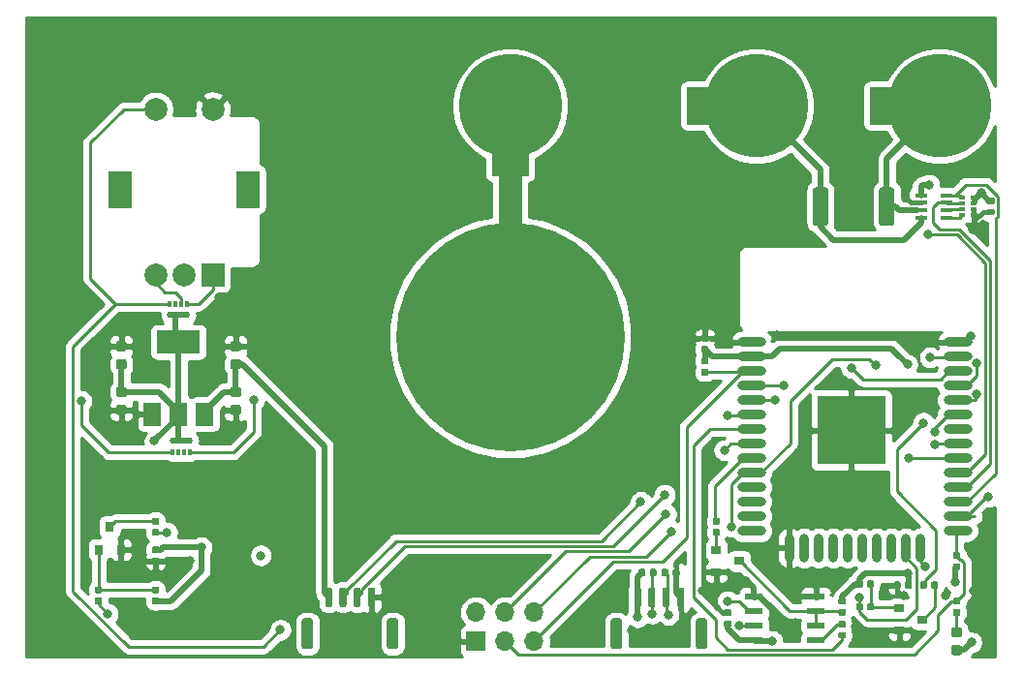
<source format=gbr>
G04 #@! TF.GenerationSoftware,KiCad,Pcbnew,(5.1.0)-1*
G04 #@! TF.CreationDate,2019-07-24T04:12:41+08:00*
G04 #@! TF.ProjectId,Power_Source,506f7765-725f-4536-9f75-7263652e6b69,rev?*
G04 #@! TF.SameCoordinates,Original*
G04 #@! TF.FileFunction,Copper,L1,Top*
G04 #@! TF.FilePolarity,Positive*
%FSLAX46Y46*%
G04 Gerber Fmt 4.6, Leading zero omitted, Abs format (unit mm)*
G04 Created by KiCad (PCBNEW (5.1.0)-1) date 2019-07-24 04:12:41*
%MOMM*%
%LPD*%
G04 APERTURE LIST*
%ADD10C,0.100000*%
%ADD11R,0.320000X0.500000*%
%ADD12C,20.000000*%
%ADD13C,9.000000*%
%ADD14C,2.000000*%
%ADD15R,2.000000X3.200000*%
%ADD16R,2.000000X2.000000*%
%ADD17R,1.550000X0.600000*%
%ADD18C,0.590000*%
%ADD19R,0.900000X0.800000*%
%ADD20C,0.600000*%
%ADD21C,1.000000*%
%ADD22R,1.060000X0.400000*%
%ADD23R,0.500000X0.320000*%
%ADD24C,1.350000*%
%ADD25O,1.700000X1.700000*%
%ADD26R,1.700000X1.700000*%
%ADD27R,1.500000X2.000000*%
%ADD28R,3.800000X2.000000*%
%ADD29R,0.800000X0.900000*%
%ADD30R,6.000000X6.000000*%
%ADD31O,2.500000X0.900000*%
%ADD32O,0.900000X2.500000*%
%ADD33C,0.875000*%
%ADD34C,0.800000*%
%ADD35C,0.250000*%
%ADD36C,0.500000*%
%ADD37C,0.400000*%
%ADD38C,2.000000*%
%ADD39C,0.254000*%
G04 APERTURE END LIST*
D10*
G36*
X148079800Y-79876400D02*
G01*
X148079800Y-81705200D01*
X151254800Y-81705200D01*
X151254800Y-79876400D01*
X150924600Y-79876400D01*
X148079800Y-79876400D01*
G37*
X148079800Y-79876400D02*
X148079800Y-81705200D01*
X151254800Y-81705200D01*
X151254800Y-79876400D01*
X150924600Y-79876400D01*
X148079800Y-79876400D01*
G36*
X182963600Y-74059800D02*
G01*
X181134800Y-74059800D01*
X181134800Y-77234800D01*
X182963600Y-77234800D01*
X182963600Y-76904600D01*
X182963600Y-74059800D01*
G37*
X182963600Y-74059800D02*
X181134800Y-74059800D01*
X181134800Y-77234800D01*
X182963600Y-77234800D01*
X182963600Y-76904600D01*
X182963600Y-74059800D01*
G36*
X166963600Y-74059800D02*
G01*
X165134800Y-74059800D01*
X165134800Y-77234800D01*
X166963600Y-77234800D01*
X166963600Y-76904600D01*
X166963600Y-74059800D01*
G37*
X166963600Y-74059800D02*
X165134800Y-74059800D01*
X165134800Y-77234800D01*
X166963600Y-77234800D01*
X166963600Y-76904600D01*
X166963600Y-74059800D01*
D11*
X121680000Y-104960000D03*
X121180000Y-104960000D03*
X120180000Y-104960000D03*
X120680000Y-104960000D03*
X121680000Y-105960000D03*
X120680000Y-105960000D03*
X121180000Y-105960000D03*
X120180000Y-105960000D03*
X119930000Y-93960000D03*
X120430000Y-93960000D03*
X121430000Y-93960000D03*
X120930000Y-93960000D03*
X119930000Y-92960000D03*
X120930000Y-92960000D03*
X120430000Y-92960000D03*
X121430000Y-92960000D03*
D12*
X149680000Y-95860000D03*
D13*
X149680000Y-75660000D03*
X187180000Y-75660000D03*
X171180000Y-75660000D03*
D14*
X118680000Y-75960000D03*
X123680000Y-75960000D03*
D15*
X115580000Y-82960000D03*
X126780000Y-82960000D03*
D14*
X118680000Y-90460000D03*
X121180000Y-90460000D03*
D16*
X123680000Y-90460000D03*
D17*
X170980000Y-122365000D03*
X170980000Y-121095000D03*
X170980000Y-119825000D03*
X170980000Y-118555000D03*
X176380000Y-118555000D03*
X176380000Y-119825000D03*
X176380000Y-121095000D03*
X176380000Y-122365000D03*
D10*
G36*
X164326958Y-116140710D02*
G01*
X164341276Y-116142834D01*
X164355317Y-116146351D01*
X164368946Y-116151228D01*
X164382031Y-116157417D01*
X164394447Y-116164858D01*
X164406073Y-116173481D01*
X164416798Y-116183202D01*
X164426519Y-116193927D01*
X164435142Y-116205553D01*
X164442583Y-116217969D01*
X164448772Y-116231054D01*
X164453649Y-116244683D01*
X164457166Y-116258724D01*
X164459290Y-116273042D01*
X164460000Y-116287500D01*
X164460000Y-116632500D01*
X164459290Y-116646958D01*
X164457166Y-116661276D01*
X164453649Y-116675317D01*
X164448772Y-116688946D01*
X164442583Y-116702031D01*
X164435142Y-116714447D01*
X164426519Y-116726073D01*
X164416798Y-116736798D01*
X164406073Y-116746519D01*
X164394447Y-116755142D01*
X164382031Y-116762583D01*
X164368946Y-116768772D01*
X164355317Y-116773649D01*
X164341276Y-116777166D01*
X164326958Y-116779290D01*
X164312500Y-116780000D01*
X164017500Y-116780000D01*
X164003042Y-116779290D01*
X163988724Y-116777166D01*
X163974683Y-116773649D01*
X163961054Y-116768772D01*
X163947969Y-116762583D01*
X163935553Y-116755142D01*
X163923927Y-116746519D01*
X163913202Y-116736798D01*
X163903481Y-116726073D01*
X163894858Y-116714447D01*
X163887417Y-116702031D01*
X163881228Y-116688946D01*
X163876351Y-116675317D01*
X163872834Y-116661276D01*
X163870710Y-116646958D01*
X163870000Y-116632500D01*
X163870000Y-116287500D01*
X163870710Y-116273042D01*
X163872834Y-116258724D01*
X163876351Y-116244683D01*
X163881228Y-116231054D01*
X163887417Y-116217969D01*
X163894858Y-116205553D01*
X163903481Y-116193927D01*
X163913202Y-116183202D01*
X163923927Y-116173481D01*
X163935553Y-116164858D01*
X163947969Y-116157417D01*
X163961054Y-116151228D01*
X163974683Y-116146351D01*
X163988724Y-116142834D01*
X164003042Y-116140710D01*
X164017500Y-116140000D01*
X164312500Y-116140000D01*
X164326958Y-116140710D01*
X164326958Y-116140710D01*
G37*
D18*
X164165000Y-116460000D03*
D10*
G36*
X163356958Y-116140710D02*
G01*
X163371276Y-116142834D01*
X163385317Y-116146351D01*
X163398946Y-116151228D01*
X163412031Y-116157417D01*
X163424447Y-116164858D01*
X163436073Y-116173481D01*
X163446798Y-116183202D01*
X163456519Y-116193927D01*
X163465142Y-116205553D01*
X163472583Y-116217969D01*
X163478772Y-116231054D01*
X163483649Y-116244683D01*
X163487166Y-116258724D01*
X163489290Y-116273042D01*
X163490000Y-116287500D01*
X163490000Y-116632500D01*
X163489290Y-116646958D01*
X163487166Y-116661276D01*
X163483649Y-116675317D01*
X163478772Y-116688946D01*
X163472583Y-116702031D01*
X163465142Y-116714447D01*
X163456519Y-116726073D01*
X163446798Y-116736798D01*
X163436073Y-116746519D01*
X163424447Y-116755142D01*
X163412031Y-116762583D01*
X163398946Y-116768772D01*
X163385317Y-116773649D01*
X163371276Y-116777166D01*
X163356958Y-116779290D01*
X163342500Y-116780000D01*
X163047500Y-116780000D01*
X163033042Y-116779290D01*
X163018724Y-116777166D01*
X163004683Y-116773649D01*
X162991054Y-116768772D01*
X162977969Y-116762583D01*
X162965553Y-116755142D01*
X162953927Y-116746519D01*
X162943202Y-116736798D01*
X162933481Y-116726073D01*
X162924858Y-116714447D01*
X162917417Y-116702031D01*
X162911228Y-116688946D01*
X162906351Y-116675317D01*
X162902834Y-116661276D01*
X162900710Y-116646958D01*
X162900000Y-116632500D01*
X162900000Y-116287500D01*
X162900710Y-116273042D01*
X162902834Y-116258724D01*
X162906351Y-116244683D01*
X162911228Y-116231054D01*
X162917417Y-116217969D01*
X162924858Y-116205553D01*
X162933481Y-116193927D01*
X162943202Y-116183202D01*
X162953927Y-116173481D01*
X162965553Y-116164858D01*
X162977969Y-116157417D01*
X162991054Y-116151228D01*
X163004683Y-116146351D01*
X163018724Y-116142834D01*
X163033042Y-116140710D01*
X163047500Y-116140000D01*
X163342500Y-116140000D01*
X163356958Y-116140710D01*
X163356958Y-116140710D01*
G37*
D18*
X163195000Y-116460000D03*
D10*
G36*
X162326958Y-116140710D02*
G01*
X162341276Y-116142834D01*
X162355317Y-116146351D01*
X162368946Y-116151228D01*
X162382031Y-116157417D01*
X162394447Y-116164858D01*
X162406073Y-116173481D01*
X162416798Y-116183202D01*
X162426519Y-116193927D01*
X162435142Y-116205553D01*
X162442583Y-116217969D01*
X162448772Y-116231054D01*
X162453649Y-116244683D01*
X162457166Y-116258724D01*
X162459290Y-116273042D01*
X162460000Y-116287500D01*
X162460000Y-116632500D01*
X162459290Y-116646958D01*
X162457166Y-116661276D01*
X162453649Y-116675317D01*
X162448772Y-116688946D01*
X162442583Y-116702031D01*
X162435142Y-116714447D01*
X162426519Y-116726073D01*
X162416798Y-116736798D01*
X162406073Y-116746519D01*
X162394447Y-116755142D01*
X162382031Y-116762583D01*
X162368946Y-116768772D01*
X162355317Y-116773649D01*
X162341276Y-116777166D01*
X162326958Y-116779290D01*
X162312500Y-116780000D01*
X162017500Y-116780000D01*
X162003042Y-116779290D01*
X161988724Y-116777166D01*
X161974683Y-116773649D01*
X161961054Y-116768772D01*
X161947969Y-116762583D01*
X161935553Y-116755142D01*
X161923927Y-116746519D01*
X161913202Y-116736798D01*
X161903481Y-116726073D01*
X161894858Y-116714447D01*
X161887417Y-116702031D01*
X161881228Y-116688946D01*
X161876351Y-116675317D01*
X161872834Y-116661276D01*
X161870710Y-116646958D01*
X161870000Y-116632500D01*
X161870000Y-116287500D01*
X161870710Y-116273042D01*
X161872834Y-116258724D01*
X161876351Y-116244683D01*
X161881228Y-116231054D01*
X161887417Y-116217969D01*
X161894858Y-116205553D01*
X161903481Y-116193927D01*
X161913202Y-116183202D01*
X161923927Y-116173481D01*
X161935553Y-116164858D01*
X161947969Y-116157417D01*
X161961054Y-116151228D01*
X161974683Y-116146351D01*
X161988724Y-116142834D01*
X162003042Y-116140710D01*
X162017500Y-116140000D01*
X162312500Y-116140000D01*
X162326958Y-116140710D01*
X162326958Y-116140710D01*
G37*
D18*
X162165000Y-116460000D03*
D10*
G36*
X161356958Y-116140710D02*
G01*
X161371276Y-116142834D01*
X161385317Y-116146351D01*
X161398946Y-116151228D01*
X161412031Y-116157417D01*
X161424447Y-116164858D01*
X161436073Y-116173481D01*
X161446798Y-116183202D01*
X161456519Y-116193927D01*
X161465142Y-116205553D01*
X161472583Y-116217969D01*
X161478772Y-116231054D01*
X161483649Y-116244683D01*
X161487166Y-116258724D01*
X161489290Y-116273042D01*
X161490000Y-116287500D01*
X161490000Y-116632500D01*
X161489290Y-116646958D01*
X161487166Y-116661276D01*
X161483649Y-116675317D01*
X161478772Y-116688946D01*
X161472583Y-116702031D01*
X161465142Y-116714447D01*
X161456519Y-116726073D01*
X161446798Y-116736798D01*
X161436073Y-116746519D01*
X161424447Y-116755142D01*
X161412031Y-116762583D01*
X161398946Y-116768772D01*
X161385317Y-116773649D01*
X161371276Y-116777166D01*
X161356958Y-116779290D01*
X161342500Y-116780000D01*
X161047500Y-116780000D01*
X161033042Y-116779290D01*
X161018724Y-116777166D01*
X161004683Y-116773649D01*
X160991054Y-116768772D01*
X160977969Y-116762583D01*
X160965553Y-116755142D01*
X160953927Y-116746519D01*
X160943202Y-116736798D01*
X160933481Y-116726073D01*
X160924858Y-116714447D01*
X160917417Y-116702031D01*
X160911228Y-116688946D01*
X160906351Y-116675317D01*
X160902834Y-116661276D01*
X160900710Y-116646958D01*
X160900000Y-116632500D01*
X160900000Y-116287500D01*
X160900710Y-116273042D01*
X160902834Y-116258724D01*
X160906351Y-116244683D01*
X160911228Y-116231054D01*
X160917417Y-116217969D01*
X160924858Y-116205553D01*
X160933481Y-116193927D01*
X160943202Y-116183202D01*
X160953927Y-116173481D01*
X160965553Y-116164858D01*
X160977969Y-116157417D01*
X160991054Y-116151228D01*
X161004683Y-116146351D01*
X161018724Y-116142834D01*
X161033042Y-116140710D01*
X161047500Y-116140000D01*
X161342500Y-116140000D01*
X161356958Y-116140710D01*
X161356958Y-116140710D01*
G37*
D18*
X161195000Y-116460000D03*
D10*
G36*
X178866958Y-121650710D02*
G01*
X178881276Y-121652834D01*
X178895317Y-121656351D01*
X178908946Y-121661228D01*
X178922031Y-121667417D01*
X178934447Y-121674858D01*
X178946073Y-121683481D01*
X178956798Y-121693202D01*
X178966519Y-121703927D01*
X178975142Y-121715553D01*
X178982583Y-121727969D01*
X178988772Y-121741054D01*
X178993649Y-121754683D01*
X178997166Y-121768724D01*
X178999290Y-121783042D01*
X179000000Y-121797500D01*
X179000000Y-122092500D01*
X178999290Y-122106958D01*
X178997166Y-122121276D01*
X178993649Y-122135317D01*
X178988772Y-122148946D01*
X178982583Y-122162031D01*
X178975142Y-122174447D01*
X178966519Y-122186073D01*
X178956798Y-122196798D01*
X178946073Y-122206519D01*
X178934447Y-122215142D01*
X178922031Y-122222583D01*
X178908946Y-122228772D01*
X178895317Y-122233649D01*
X178881276Y-122237166D01*
X178866958Y-122239290D01*
X178852500Y-122240000D01*
X178507500Y-122240000D01*
X178493042Y-122239290D01*
X178478724Y-122237166D01*
X178464683Y-122233649D01*
X178451054Y-122228772D01*
X178437969Y-122222583D01*
X178425553Y-122215142D01*
X178413927Y-122206519D01*
X178403202Y-122196798D01*
X178393481Y-122186073D01*
X178384858Y-122174447D01*
X178377417Y-122162031D01*
X178371228Y-122148946D01*
X178366351Y-122135317D01*
X178362834Y-122121276D01*
X178360710Y-122106958D01*
X178360000Y-122092500D01*
X178360000Y-121797500D01*
X178360710Y-121783042D01*
X178362834Y-121768724D01*
X178366351Y-121754683D01*
X178371228Y-121741054D01*
X178377417Y-121727969D01*
X178384858Y-121715553D01*
X178393481Y-121703927D01*
X178403202Y-121693202D01*
X178413927Y-121683481D01*
X178425553Y-121674858D01*
X178437969Y-121667417D01*
X178451054Y-121661228D01*
X178464683Y-121656351D01*
X178478724Y-121652834D01*
X178493042Y-121650710D01*
X178507500Y-121650000D01*
X178852500Y-121650000D01*
X178866958Y-121650710D01*
X178866958Y-121650710D01*
G37*
D18*
X178680000Y-121945000D03*
D10*
G36*
X178866958Y-120680710D02*
G01*
X178881276Y-120682834D01*
X178895317Y-120686351D01*
X178908946Y-120691228D01*
X178922031Y-120697417D01*
X178934447Y-120704858D01*
X178946073Y-120713481D01*
X178956798Y-120723202D01*
X178966519Y-120733927D01*
X178975142Y-120745553D01*
X178982583Y-120757969D01*
X178988772Y-120771054D01*
X178993649Y-120784683D01*
X178997166Y-120798724D01*
X178999290Y-120813042D01*
X179000000Y-120827500D01*
X179000000Y-121122500D01*
X178999290Y-121136958D01*
X178997166Y-121151276D01*
X178993649Y-121165317D01*
X178988772Y-121178946D01*
X178982583Y-121192031D01*
X178975142Y-121204447D01*
X178966519Y-121216073D01*
X178956798Y-121226798D01*
X178946073Y-121236519D01*
X178934447Y-121245142D01*
X178922031Y-121252583D01*
X178908946Y-121258772D01*
X178895317Y-121263649D01*
X178881276Y-121267166D01*
X178866958Y-121269290D01*
X178852500Y-121270000D01*
X178507500Y-121270000D01*
X178493042Y-121269290D01*
X178478724Y-121267166D01*
X178464683Y-121263649D01*
X178451054Y-121258772D01*
X178437969Y-121252583D01*
X178425553Y-121245142D01*
X178413927Y-121236519D01*
X178403202Y-121226798D01*
X178393481Y-121216073D01*
X178384858Y-121204447D01*
X178377417Y-121192031D01*
X178371228Y-121178946D01*
X178366351Y-121165317D01*
X178362834Y-121151276D01*
X178360710Y-121136958D01*
X178360000Y-121122500D01*
X178360000Y-120827500D01*
X178360710Y-120813042D01*
X178362834Y-120798724D01*
X178366351Y-120784683D01*
X178371228Y-120771054D01*
X178377417Y-120757969D01*
X178384858Y-120745553D01*
X178393481Y-120733927D01*
X178403202Y-120723202D01*
X178413927Y-120713481D01*
X178425553Y-120704858D01*
X178437969Y-120697417D01*
X178451054Y-120691228D01*
X178464683Y-120686351D01*
X178478724Y-120682834D01*
X178493042Y-120680710D01*
X178507500Y-120680000D01*
X178852500Y-120680000D01*
X178866958Y-120680710D01*
X178866958Y-120680710D01*
G37*
D18*
X178680000Y-120975000D03*
D10*
G36*
X178866958Y-119650710D02*
G01*
X178881276Y-119652834D01*
X178895317Y-119656351D01*
X178908946Y-119661228D01*
X178922031Y-119667417D01*
X178934447Y-119674858D01*
X178946073Y-119683481D01*
X178956798Y-119693202D01*
X178966519Y-119703927D01*
X178975142Y-119715553D01*
X178982583Y-119727969D01*
X178988772Y-119741054D01*
X178993649Y-119754683D01*
X178997166Y-119768724D01*
X178999290Y-119783042D01*
X179000000Y-119797500D01*
X179000000Y-120092500D01*
X178999290Y-120106958D01*
X178997166Y-120121276D01*
X178993649Y-120135317D01*
X178988772Y-120148946D01*
X178982583Y-120162031D01*
X178975142Y-120174447D01*
X178966519Y-120186073D01*
X178956798Y-120196798D01*
X178946073Y-120206519D01*
X178934447Y-120215142D01*
X178922031Y-120222583D01*
X178908946Y-120228772D01*
X178895317Y-120233649D01*
X178881276Y-120237166D01*
X178866958Y-120239290D01*
X178852500Y-120240000D01*
X178507500Y-120240000D01*
X178493042Y-120239290D01*
X178478724Y-120237166D01*
X178464683Y-120233649D01*
X178451054Y-120228772D01*
X178437969Y-120222583D01*
X178425553Y-120215142D01*
X178413927Y-120206519D01*
X178403202Y-120196798D01*
X178393481Y-120186073D01*
X178384858Y-120174447D01*
X178377417Y-120162031D01*
X178371228Y-120148946D01*
X178366351Y-120135317D01*
X178362834Y-120121276D01*
X178360710Y-120106958D01*
X178360000Y-120092500D01*
X178360000Y-119797500D01*
X178360710Y-119783042D01*
X178362834Y-119768724D01*
X178366351Y-119754683D01*
X178371228Y-119741054D01*
X178377417Y-119727969D01*
X178384858Y-119715553D01*
X178393481Y-119703927D01*
X178403202Y-119693202D01*
X178413927Y-119683481D01*
X178425553Y-119674858D01*
X178437969Y-119667417D01*
X178451054Y-119661228D01*
X178464683Y-119656351D01*
X178478724Y-119652834D01*
X178493042Y-119650710D01*
X178507500Y-119650000D01*
X178852500Y-119650000D01*
X178866958Y-119650710D01*
X178866958Y-119650710D01*
G37*
D18*
X178680000Y-119945000D03*
D10*
G36*
X178866958Y-118680710D02*
G01*
X178881276Y-118682834D01*
X178895317Y-118686351D01*
X178908946Y-118691228D01*
X178922031Y-118697417D01*
X178934447Y-118704858D01*
X178946073Y-118713481D01*
X178956798Y-118723202D01*
X178966519Y-118733927D01*
X178975142Y-118745553D01*
X178982583Y-118757969D01*
X178988772Y-118771054D01*
X178993649Y-118784683D01*
X178997166Y-118798724D01*
X178999290Y-118813042D01*
X179000000Y-118827500D01*
X179000000Y-119122500D01*
X178999290Y-119136958D01*
X178997166Y-119151276D01*
X178993649Y-119165317D01*
X178988772Y-119178946D01*
X178982583Y-119192031D01*
X178975142Y-119204447D01*
X178966519Y-119216073D01*
X178956798Y-119226798D01*
X178946073Y-119236519D01*
X178934447Y-119245142D01*
X178922031Y-119252583D01*
X178908946Y-119258772D01*
X178895317Y-119263649D01*
X178881276Y-119267166D01*
X178866958Y-119269290D01*
X178852500Y-119270000D01*
X178507500Y-119270000D01*
X178493042Y-119269290D01*
X178478724Y-119267166D01*
X178464683Y-119263649D01*
X178451054Y-119258772D01*
X178437969Y-119252583D01*
X178425553Y-119245142D01*
X178413927Y-119236519D01*
X178403202Y-119226798D01*
X178393481Y-119216073D01*
X178384858Y-119204447D01*
X178377417Y-119192031D01*
X178371228Y-119178946D01*
X178366351Y-119165317D01*
X178362834Y-119151276D01*
X178360710Y-119136958D01*
X178360000Y-119122500D01*
X178360000Y-118827500D01*
X178360710Y-118813042D01*
X178362834Y-118798724D01*
X178366351Y-118784683D01*
X178371228Y-118771054D01*
X178377417Y-118757969D01*
X178384858Y-118745553D01*
X178393481Y-118733927D01*
X178403202Y-118723202D01*
X178413927Y-118713481D01*
X178425553Y-118704858D01*
X178437969Y-118697417D01*
X178451054Y-118691228D01*
X178464683Y-118686351D01*
X178478724Y-118682834D01*
X178493042Y-118680710D01*
X178507500Y-118680000D01*
X178852500Y-118680000D01*
X178866958Y-118680710D01*
X178866958Y-118680710D01*
G37*
D18*
X178680000Y-118975000D03*
D10*
G36*
X167866958Y-111680710D02*
G01*
X167881276Y-111682834D01*
X167895317Y-111686351D01*
X167908946Y-111691228D01*
X167922031Y-111697417D01*
X167934447Y-111704858D01*
X167946073Y-111713481D01*
X167956798Y-111723202D01*
X167966519Y-111733927D01*
X167975142Y-111745553D01*
X167982583Y-111757969D01*
X167988772Y-111771054D01*
X167993649Y-111784683D01*
X167997166Y-111798724D01*
X167999290Y-111813042D01*
X168000000Y-111827500D01*
X168000000Y-112122500D01*
X167999290Y-112136958D01*
X167997166Y-112151276D01*
X167993649Y-112165317D01*
X167988772Y-112178946D01*
X167982583Y-112192031D01*
X167975142Y-112204447D01*
X167966519Y-112216073D01*
X167956798Y-112226798D01*
X167946073Y-112236519D01*
X167934447Y-112245142D01*
X167922031Y-112252583D01*
X167908946Y-112258772D01*
X167895317Y-112263649D01*
X167881276Y-112267166D01*
X167866958Y-112269290D01*
X167852500Y-112270000D01*
X167507500Y-112270000D01*
X167493042Y-112269290D01*
X167478724Y-112267166D01*
X167464683Y-112263649D01*
X167451054Y-112258772D01*
X167437969Y-112252583D01*
X167425553Y-112245142D01*
X167413927Y-112236519D01*
X167403202Y-112226798D01*
X167393481Y-112216073D01*
X167384858Y-112204447D01*
X167377417Y-112192031D01*
X167371228Y-112178946D01*
X167366351Y-112165317D01*
X167362834Y-112151276D01*
X167360710Y-112136958D01*
X167360000Y-112122500D01*
X167360000Y-111827500D01*
X167360710Y-111813042D01*
X167362834Y-111798724D01*
X167366351Y-111784683D01*
X167371228Y-111771054D01*
X167377417Y-111757969D01*
X167384858Y-111745553D01*
X167393481Y-111733927D01*
X167403202Y-111723202D01*
X167413927Y-111713481D01*
X167425553Y-111704858D01*
X167437969Y-111697417D01*
X167451054Y-111691228D01*
X167464683Y-111686351D01*
X167478724Y-111682834D01*
X167493042Y-111680710D01*
X167507500Y-111680000D01*
X167852500Y-111680000D01*
X167866958Y-111680710D01*
X167866958Y-111680710D01*
G37*
D18*
X167680000Y-111975000D03*
D10*
G36*
X167866958Y-112650710D02*
G01*
X167881276Y-112652834D01*
X167895317Y-112656351D01*
X167908946Y-112661228D01*
X167922031Y-112667417D01*
X167934447Y-112674858D01*
X167946073Y-112683481D01*
X167956798Y-112693202D01*
X167966519Y-112703927D01*
X167975142Y-112715553D01*
X167982583Y-112727969D01*
X167988772Y-112741054D01*
X167993649Y-112754683D01*
X167997166Y-112768724D01*
X167999290Y-112783042D01*
X168000000Y-112797500D01*
X168000000Y-113092500D01*
X167999290Y-113106958D01*
X167997166Y-113121276D01*
X167993649Y-113135317D01*
X167988772Y-113148946D01*
X167982583Y-113162031D01*
X167975142Y-113174447D01*
X167966519Y-113186073D01*
X167956798Y-113196798D01*
X167946073Y-113206519D01*
X167934447Y-113215142D01*
X167922031Y-113222583D01*
X167908946Y-113228772D01*
X167895317Y-113233649D01*
X167881276Y-113237166D01*
X167866958Y-113239290D01*
X167852500Y-113240000D01*
X167507500Y-113240000D01*
X167493042Y-113239290D01*
X167478724Y-113237166D01*
X167464683Y-113233649D01*
X167451054Y-113228772D01*
X167437969Y-113222583D01*
X167425553Y-113215142D01*
X167413927Y-113206519D01*
X167403202Y-113196798D01*
X167393481Y-113186073D01*
X167384858Y-113174447D01*
X167377417Y-113162031D01*
X167371228Y-113148946D01*
X167366351Y-113135317D01*
X167362834Y-113121276D01*
X167360710Y-113106958D01*
X167360000Y-113092500D01*
X167360000Y-112797500D01*
X167360710Y-112783042D01*
X167362834Y-112768724D01*
X167366351Y-112754683D01*
X167371228Y-112741054D01*
X167377417Y-112727969D01*
X167384858Y-112715553D01*
X167393481Y-112703927D01*
X167403202Y-112693202D01*
X167413927Y-112683481D01*
X167425553Y-112674858D01*
X167437969Y-112667417D01*
X167451054Y-112661228D01*
X167464683Y-112656351D01*
X167478724Y-112652834D01*
X167493042Y-112650710D01*
X167507500Y-112650000D01*
X167852500Y-112650000D01*
X167866958Y-112650710D01*
X167866958Y-112650710D01*
G37*
D18*
X167680000Y-112945000D03*
D19*
X169680000Y-115460000D03*
X167680000Y-116410000D03*
X167680000Y-114510000D03*
D10*
G36*
X160969703Y-117760722D02*
G01*
X160984264Y-117762882D01*
X160998543Y-117766459D01*
X161012403Y-117771418D01*
X161025710Y-117777712D01*
X161038336Y-117785280D01*
X161050159Y-117794048D01*
X161061066Y-117803934D01*
X161070952Y-117814841D01*
X161079720Y-117826664D01*
X161087288Y-117839290D01*
X161093582Y-117852597D01*
X161098541Y-117866457D01*
X161102118Y-117880736D01*
X161104278Y-117895297D01*
X161105000Y-117910000D01*
X161105000Y-119310000D01*
X161104278Y-119324703D01*
X161102118Y-119339264D01*
X161098541Y-119353543D01*
X161093582Y-119367403D01*
X161087288Y-119380710D01*
X161079720Y-119393336D01*
X161070952Y-119405159D01*
X161061066Y-119416066D01*
X161050159Y-119425952D01*
X161038336Y-119434720D01*
X161025710Y-119442288D01*
X161012403Y-119448582D01*
X160998543Y-119453541D01*
X160984264Y-119457118D01*
X160969703Y-119459278D01*
X160955000Y-119460000D01*
X160655000Y-119460000D01*
X160640297Y-119459278D01*
X160625736Y-119457118D01*
X160611457Y-119453541D01*
X160597597Y-119448582D01*
X160584290Y-119442288D01*
X160571664Y-119434720D01*
X160559841Y-119425952D01*
X160548934Y-119416066D01*
X160539048Y-119405159D01*
X160530280Y-119393336D01*
X160522712Y-119380710D01*
X160516418Y-119367403D01*
X160511459Y-119353543D01*
X160507882Y-119339264D01*
X160505722Y-119324703D01*
X160505000Y-119310000D01*
X160505000Y-117910000D01*
X160505722Y-117895297D01*
X160507882Y-117880736D01*
X160511459Y-117866457D01*
X160516418Y-117852597D01*
X160522712Y-117839290D01*
X160530280Y-117826664D01*
X160539048Y-117814841D01*
X160548934Y-117803934D01*
X160559841Y-117794048D01*
X160571664Y-117785280D01*
X160584290Y-117777712D01*
X160597597Y-117771418D01*
X160611457Y-117766459D01*
X160625736Y-117762882D01*
X160640297Y-117760722D01*
X160655000Y-117760000D01*
X160955000Y-117760000D01*
X160969703Y-117760722D01*
X160969703Y-117760722D01*
G37*
D20*
X160805000Y-118610000D03*
D10*
G36*
X162219703Y-117760722D02*
G01*
X162234264Y-117762882D01*
X162248543Y-117766459D01*
X162262403Y-117771418D01*
X162275710Y-117777712D01*
X162288336Y-117785280D01*
X162300159Y-117794048D01*
X162311066Y-117803934D01*
X162320952Y-117814841D01*
X162329720Y-117826664D01*
X162337288Y-117839290D01*
X162343582Y-117852597D01*
X162348541Y-117866457D01*
X162352118Y-117880736D01*
X162354278Y-117895297D01*
X162355000Y-117910000D01*
X162355000Y-119310000D01*
X162354278Y-119324703D01*
X162352118Y-119339264D01*
X162348541Y-119353543D01*
X162343582Y-119367403D01*
X162337288Y-119380710D01*
X162329720Y-119393336D01*
X162320952Y-119405159D01*
X162311066Y-119416066D01*
X162300159Y-119425952D01*
X162288336Y-119434720D01*
X162275710Y-119442288D01*
X162262403Y-119448582D01*
X162248543Y-119453541D01*
X162234264Y-119457118D01*
X162219703Y-119459278D01*
X162205000Y-119460000D01*
X161905000Y-119460000D01*
X161890297Y-119459278D01*
X161875736Y-119457118D01*
X161861457Y-119453541D01*
X161847597Y-119448582D01*
X161834290Y-119442288D01*
X161821664Y-119434720D01*
X161809841Y-119425952D01*
X161798934Y-119416066D01*
X161789048Y-119405159D01*
X161780280Y-119393336D01*
X161772712Y-119380710D01*
X161766418Y-119367403D01*
X161761459Y-119353543D01*
X161757882Y-119339264D01*
X161755722Y-119324703D01*
X161755000Y-119310000D01*
X161755000Y-117910000D01*
X161755722Y-117895297D01*
X161757882Y-117880736D01*
X161761459Y-117866457D01*
X161766418Y-117852597D01*
X161772712Y-117839290D01*
X161780280Y-117826664D01*
X161789048Y-117814841D01*
X161798934Y-117803934D01*
X161809841Y-117794048D01*
X161821664Y-117785280D01*
X161834290Y-117777712D01*
X161847597Y-117771418D01*
X161861457Y-117766459D01*
X161875736Y-117762882D01*
X161890297Y-117760722D01*
X161905000Y-117760000D01*
X162205000Y-117760000D01*
X162219703Y-117760722D01*
X162219703Y-117760722D01*
G37*
D20*
X162055000Y-118610000D03*
D10*
G36*
X163469703Y-117760722D02*
G01*
X163484264Y-117762882D01*
X163498543Y-117766459D01*
X163512403Y-117771418D01*
X163525710Y-117777712D01*
X163538336Y-117785280D01*
X163550159Y-117794048D01*
X163561066Y-117803934D01*
X163570952Y-117814841D01*
X163579720Y-117826664D01*
X163587288Y-117839290D01*
X163593582Y-117852597D01*
X163598541Y-117866457D01*
X163602118Y-117880736D01*
X163604278Y-117895297D01*
X163605000Y-117910000D01*
X163605000Y-119310000D01*
X163604278Y-119324703D01*
X163602118Y-119339264D01*
X163598541Y-119353543D01*
X163593582Y-119367403D01*
X163587288Y-119380710D01*
X163579720Y-119393336D01*
X163570952Y-119405159D01*
X163561066Y-119416066D01*
X163550159Y-119425952D01*
X163538336Y-119434720D01*
X163525710Y-119442288D01*
X163512403Y-119448582D01*
X163498543Y-119453541D01*
X163484264Y-119457118D01*
X163469703Y-119459278D01*
X163455000Y-119460000D01*
X163155000Y-119460000D01*
X163140297Y-119459278D01*
X163125736Y-119457118D01*
X163111457Y-119453541D01*
X163097597Y-119448582D01*
X163084290Y-119442288D01*
X163071664Y-119434720D01*
X163059841Y-119425952D01*
X163048934Y-119416066D01*
X163039048Y-119405159D01*
X163030280Y-119393336D01*
X163022712Y-119380710D01*
X163016418Y-119367403D01*
X163011459Y-119353543D01*
X163007882Y-119339264D01*
X163005722Y-119324703D01*
X163005000Y-119310000D01*
X163005000Y-117910000D01*
X163005722Y-117895297D01*
X163007882Y-117880736D01*
X163011459Y-117866457D01*
X163016418Y-117852597D01*
X163022712Y-117839290D01*
X163030280Y-117826664D01*
X163039048Y-117814841D01*
X163048934Y-117803934D01*
X163059841Y-117794048D01*
X163071664Y-117785280D01*
X163084290Y-117777712D01*
X163097597Y-117771418D01*
X163111457Y-117766459D01*
X163125736Y-117762882D01*
X163140297Y-117760722D01*
X163155000Y-117760000D01*
X163455000Y-117760000D01*
X163469703Y-117760722D01*
X163469703Y-117760722D01*
G37*
D20*
X163305000Y-118610000D03*
D10*
G36*
X164719703Y-117760722D02*
G01*
X164734264Y-117762882D01*
X164748543Y-117766459D01*
X164762403Y-117771418D01*
X164775710Y-117777712D01*
X164788336Y-117785280D01*
X164800159Y-117794048D01*
X164811066Y-117803934D01*
X164820952Y-117814841D01*
X164829720Y-117826664D01*
X164837288Y-117839290D01*
X164843582Y-117852597D01*
X164848541Y-117866457D01*
X164852118Y-117880736D01*
X164854278Y-117895297D01*
X164855000Y-117910000D01*
X164855000Y-119310000D01*
X164854278Y-119324703D01*
X164852118Y-119339264D01*
X164848541Y-119353543D01*
X164843582Y-119367403D01*
X164837288Y-119380710D01*
X164829720Y-119393336D01*
X164820952Y-119405159D01*
X164811066Y-119416066D01*
X164800159Y-119425952D01*
X164788336Y-119434720D01*
X164775710Y-119442288D01*
X164762403Y-119448582D01*
X164748543Y-119453541D01*
X164734264Y-119457118D01*
X164719703Y-119459278D01*
X164705000Y-119460000D01*
X164405000Y-119460000D01*
X164390297Y-119459278D01*
X164375736Y-119457118D01*
X164361457Y-119453541D01*
X164347597Y-119448582D01*
X164334290Y-119442288D01*
X164321664Y-119434720D01*
X164309841Y-119425952D01*
X164298934Y-119416066D01*
X164289048Y-119405159D01*
X164280280Y-119393336D01*
X164272712Y-119380710D01*
X164266418Y-119367403D01*
X164261459Y-119353543D01*
X164257882Y-119339264D01*
X164255722Y-119324703D01*
X164255000Y-119310000D01*
X164255000Y-117910000D01*
X164255722Y-117895297D01*
X164257882Y-117880736D01*
X164261459Y-117866457D01*
X164266418Y-117852597D01*
X164272712Y-117839290D01*
X164280280Y-117826664D01*
X164289048Y-117814841D01*
X164298934Y-117803934D01*
X164309841Y-117794048D01*
X164321664Y-117785280D01*
X164334290Y-117777712D01*
X164347597Y-117771418D01*
X164361457Y-117766459D01*
X164375736Y-117762882D01*
X164390297Y-117760722D01*
X164405000Y-117760000D01*
X164705000Y-117760000D01*
X164719703Y-117760722D01*
X164719703Y-117760722D01*
G37*
D20*
X164555000Y-118610000D03*
D10*
G36*
X159229504Y-120461204D02*
G01*
X159253773Y-120464804D01*
X159277571Y-120470765D01*
X159300671Y-120479030D01*
X159322849Y-120489520D01*
X159343893Y-120502133D01*
X159363598Y-120516747D01*
X159381777Y-120533223D01*
X159398253Y-120551402D01*
X159412867Y-120571107D01*
X159425480Y-120592151D01*
X159435970Y-120614329D01*
X159444235Y-120637429D01*
X159450196Y-120661227D01*
X159453796Y-120685496D01*
X159455000Y-120710000D01*
X159455000Y-122910000D01*
X159453796Y-122934504D01*
X159450196Y-122958773D01*
X159444235Y-122982571D01*
X159435970Y-123005671D01*
X159425480Y-123027849D01*
X159412867Y-123048893D01*
X159398253Y-123068598D01*
X159381777Y-123086777D01*
X159363598Y-123103253D01*
X159343893Y-123117867D01*
X159322849Y-123130480D01*
X159300671Y-123140970D01*
X159277571Y-123149235D01*
X159253773Y-123155196D01*
X159229504Y-123158796D01*
X159205000Y-123160000D01*
X158705000Y-123160000D01*
X158680496Y-123158796D01*
X158656227Y-123155196D01*
X158632429Y-123149235D01*
X158609329Y-123140970D01*
X158587151Y-123130480D01*
X158566107Y-123117867D01*
X158546402Y-123103253D01*
X158528223Y-123086777D01*
X158511747Y-123068598D01*
X158497133Y-123048893D01*
X158484520Y-123027849D01*
X158474030Y-123005671D01*
X158465765Y-122982571D01*
X158459804Y-122958773D01*
X158456204Y-122934504D01*
X158455000Y-122910000D01*
X158455000Y-120710000D01*
X158456204Y-120685496D01*
X158459804Y-120661227D01*
X158465765Y-120637429D01*
X158474030Y-120614329D01*
X158484520Y-120592151D01*
X158497133Y-120571107D01*
X158511747Y-120551402D01*
X158528223Y-120533223D01*
X158546402Y-120516747D01*
X158566107Y-120502133D01*
X158587151Y-120489520D01*
X158609329Y-120479030D01*
X158632429Y-120470765D01*
X158656227Y-120464804D01*
X158680496Y-120461204D01*
X158705000Y-120460000D01*
X159205000Y-120460000D01*
X159229504Y-120461204D01*
X159229504Y-120461204D01*
G37*
D21*
X158955000Y-121810000D03*
D10*
G36*
X166679504Y-120461204D02*
G01*
X166703773Y-120464804D01*
X166727571Y-120470765D01*
X166750671Y-120479030D01*
X166772849Y-120489520D01*
X166793893Y-120502133D01*
X166813598Y-120516747D01*
X166831777Y-120533223D01*
X166848253Y-120551402D01*
X166862867Y-120571107D01*
X166875480Y-120592151D01*
X166885970Y-120614329D01*
X166894235Y-120637429D01*
X166900196Y-120661227D01*
X166903796Y-120685496D01*
X166905000Y-120710000D01*
X166905000Y-122910000D01*
X166903796Y-122934504D01*
X166900196Y-122958773D01*
X166894235Y-122982571D01*
X166885970Y-123005671D01*
X166875480Y-123027849D01*
X166862867Y-123048893D01*
X166848253Y-123068598D01*
X166831777Y-123086777D01*
X166813598Y-123103253D01*
X166793893Y-123117867D01*
X166772849Y-123130480D01*
X166750671Y-123140970D01*
X166727571Y-123149235D01*
X166703773Y-123155196D01*
X166679504Y-123158796D01*
X166655000Y-123160000D01*
X166155000Y-123160000D01*
X166130496Y-123158796D01*
X166106227Y-123155196D01*
X166082429Y-123149235D01*
X166059329Y-123140970D01*
X166037151Y-123130480D01*
X166016107Y-123117867D01*
X165996402Y-123103253D01*
X165978223Y-123086777D01*
X165961747Y-123068598D01*
X165947133Y-123048893D01*
X165934520Y-123027849D01*
X165924030Y-123005671D01*
X165915765Y-122982571D01*
X165909804Y-122958773D01*
X165906204Y-122934504D01*
X165905000Y-122910000D01*
X165905000Y-120710000D01*
X165906204Y-120685496D01*
X165909804Y-120661227D01*
X165915765Y-120637429D01*
X165924030Y-120614329D01*
X165934520Y-120592151D01*
X165947133Y-120571107D01*
X165961747Y-120551402D01*
X165978223Y-120533223D01*
X165996402Y-120516747D01*
X166016107Y-120502133D01*
X166037151Y-120489520D01*
X166059329Y-120479030D01*
X166082429Y-120470765D01*
X166106227Y-120464804D01*
X166130496Y-120461204D01*
X166155000Y-120460000D01*
X166655000Y-120460000D01*
X166679504Y-120461204D01*
X166679504Y-120461204D01*
G37*
D21*
X166405000Y-121810000D03*
D10*
G36*
X168866958Y-120650710D02*
G01*
X168881276Y-120652834D01*
X168895317Y-120656351D01*
X168908946Y-120661228D01*
X168922031Y-120667417D01*
X168934447Y-120674858D01*
X168946073Y-120683481D01*
X168956798Y-120693202D01*
X168966519Y-120703927D01*
X168975142Y-120715553D01*
X168982583Y-120727969D01*
X168988772Y-120741054D01*
X168993649Y-120754683D01*
X168997166Y-120768724D01*
X168999290Y-120783042D01*
X169000000Y-120797500D01*
X169000000Y-121092500D01*
X168999290Y-121106958D01*
X168997166Y-121121276D01*
X168993649Y-121135317D01*
X168988772Y-121148946D01*
X168982583Y-121162031D01*
X168975142Y-121174447D01*
X168966519Y-121186073D01*
X168956798Y-121196798D01*
X168946073Y-121206519D01*
X168934447Y-121215142D01*
X168922031Y-121222583D01*
X168908946Y-121228772D01*
X168895317Y-121233649D01*
X168881276Y-121237166D01*
X168866958Y-121239290D01*
X168852500Y-121240000D01*
X168507500Y-121240000D01*
X168493042Y-121239290D01*
X168478724Y-121237166D01*
X168464683Y-121233649D01*
X168451054Y-121228772D01*
X168437969Y-121222583D01*
X168425553Y-121215142D01*
X168413927Y-121206519D01*
X168403202Y-121196798D01*
X168393481Y-121186073D01*
X168384858Y-121174447D01*
X168377417Y-121162031D01*
X168371228Y-121148946D01*
X168366351Y-121135317D01*
X168362834Y-121121276D01*
X168360710Y-121106958D01*
X168360000Y-121092500D01*
X168360000Y-120797500D01*
X168360710Y-120783042D01*
X168362834Y-120768724D01*
X168366351Y-120754683D01*
X168371228Y-120741054D01*
X168377417Y-120727969D01*
X168384858Y-120715553D01*
X168393481Y-120703927D01*
X168403202Y-120693202D01*
X168413927Y-120683481D01*
X168425553Y-120674858D01*
X168437969Y-120667417D01*
X168451054Y-120661228D01*
X168464683Y-120656351D01*
X168478724Y-120652834D01*
X168493042Y-120650710D01*
X168507500Y-120650000D01*
X168852500Y-120650000D01*
X168866958Y-120650710D01*
X168866958Y-120650710D01*
G37*
D18*
X168680000Y-120945000D03*
D10*
G36*
X168866958Y-119680710D02*
G01*
X168881276Y-119682834D01*
X168895317Y-119686351D01*
X168908946Y-119691228D01*
X168922031Y-119697417D01*
X168934447Y-119704858D01*
X168946073Y-119713481D01*
X168956798Y-119723202D01*
X168966519Y-119733927D01*
X168975142Y-119745553D01*
X168982583Y-119757969D01*
X168988772Y-119771054D01*
X168993649Y-119784683D01*
X168997166Y-119798724D01*
X168999290Y-119813042D01*
X169000000Y-119827500D01*
X169000000Y-120122500D01*
X168999290Y-120136958D01*
X168997166Y-120151276D01*
X168993649Y-120165317D01*
X168988772Y-120178946D01*
X168982583Y-120192031D01*
X168975142Y-120204447D01*
X168966519Y-120216073D01*
X168956798Y-120226798D01*
X168946073Y-120236519D01*
X168934447Y-120245142D01*
X168922031Y-120252583D01*
X168908946Y-120258772D01*
X168895317Y-120263649D01*
X168881276Y-120267166D01*
X168866958Y-120269290D01*
X168852500Y-120270000D01*
X168507500Y-120270000D01*
X168493042Y-120269290D01*
X168478724Y-120267166D01*
X168464683Y-120263649D01*
X168451054Y-120258772D01*
X168437969Y-120252583D01*
X168425553Y-120245142D01*
X168413927Y-120236519D01*
X168403202Y-120226798D01*
X168393481Y-120216073D01*
X168384858Y-120204447D01*
X168377417Y-120192031D01*
X168371228Y-120178946D01*
X168366351Y-120165317D01*
X168362834Y-120151276D01*
X168360710Y-120136958D01*
X168360000Y-120122500D01*
X168360000Y-119827500D01*
X168360710Y-119813042D01*
X168362834Y-119798724D01*
X168366351Y-119784683D01*
X168371228Y-119771054D01*
X168377417Y-119757969D01*
X168384858Y-119745553D01*
X168393481Y-119733927D01*
X168403202Y-119723202D01*
X168413927Y-119713481D01*
X168425553Y-119704858D01*
X168437969Y-119697417D01*
X168451054Y-119691228D01*
X168464683Y-119686351D01*
X168478724Y-119682834D01*
X168493042Y-119680710D01*
X168507500Y-119680000D01*
X168852500Y-119680000D01*
X168866958Y-119680710D01*
X168866958Y-119680710D01*
G37*
D18*
X168680000Y-119975000D03*
D10*
G36*
X133969703Y-117760722D02*
G01*
X133984264Y-117762882D01*
X133998543Y-117766459D01*
X134012403Y-117771418D01*
X134025710Y-117777712D01*
X134038336Y-117785280D01*
X134050159Y-117794048D01*
X134061066Y-117803934D01*
X134070952Y-117814841D01*
X134079720Y-117826664D01*
X134087288Y-117839290D01*
X134093582Y-117852597D01*
X134098541Y-117866457D01*
X134102118Y-117880736D01*
X134104278Y-117895297D01*
X134105000Y-117910000D01*
X134105000Y-119310000D01*
X134104278Y-119324703D01*
X134102118Y-119339264D01*
X134098541Y-119353543D01*
X134093582Y-119367403D01*
X134087288Y-119380710D01*
X134079720Y-119393336D01*
X134070952Y-119405159D01*
X134061066Y-119416066D01*
X134050159Y-119425952D01*
X134038336Y-119434720D01*
X134025710Y-119442288D01*
X134012403Y-119448582D01*
X133998543Y-119453541D01*
X133984264Y-119457118D01*
X133969703Y-119459278D01*
X133955000Y-119460000D01*
X133655000Y-119460000D01*
X133640297Y-119459278D01*
X133625736Y-119457118D01*
X133611457Y-119453541D01*
X133597597Y-119448582D01*
X133584290Y-119442288D01*
X133571664Y-119434720D01*
X133559841Y-119425952D01*
X133548934Y-119416066D01*
X133539048Y-119405159D01*
X133530280Y-119393336D01*
X133522712Y-119380710D01*
X133516418Y-119367403D01*
X133511459Y-119353543D01*
X133507882Y-119339264D01*
X133505722Y-119324703D01*
X133505000Y-119310000D01*
X133505000Y-117910000D01*
X133505722Y-117895297D01*
X133507882Y-117880736D01*
X133511459Y-117866457D01*
X133516418Y-117852597D01*
X133522712Y-117839290D01*
X133530280Y-117826664D01*
X133539048Y-117814841D01*
X133548934Y-117803934D01*
X133559841Y-117794048D01*
X133571664Y-117785280D01*
X133584290Y-117777712D01*
X133597597Y-117771418D01*
X133611457Y-117766459D01*
X133625736Y-117762882D01*
X133640297Y-117760722D01*
X133655000Y-117760000D01*
X133955000Y-117760000D01*
X133969703Y-117760722D01*
X133969703Y-117760722D01*
G37*
D20*
X133805000Y-118610000D03*
D10*
G36*
X135219703Y-117760722D02*
G01*
X135234264Y-117762882D01*
X135248543Y-117766459D01*
X135262403Y-117771418D01*
X135275710Y-117777712D01*
X135288336Y-117785280D01*
X135300159Y-117794048D01*
X135311066Y-117803934D01*
X135320952Y-117814841D01*
X135329720Y-117826664D01*
X135337288Y-117839290D01*
X135343582Y-117852597D01*
X135348541Y-117866457D01*
X135352118Y-117880736D01*
X135354278Y-117895297D01*
X135355000Y-117910000D01*
X135355000Y-119310000D01*
X135354278Y-119324703D01*
X135352118Y-119339264D01*
X135348541Y-119353543D01*
X135343582Y-119367403D01*
X135337288Y-119380710D01*
X135329720Y-119393336D01*
X135320952Y-119405159D01*
X135311066Y-119416066D01*
X135300159Y-119425952D01*
X135288336Y-119434720D01*
X135275710Y-119442288D01*
X135262403Y-119448582D01*
X135248543Y-119453541D01*
X135234264Y-119457118D01*
X135219703Y-119459278D01*
X135205000Y-119460000D01*
X134905000Y-119460000D01*
X134890297Y-119459278D01*
X134875736Y-119457118D01*
X134861457Y-119453541D01*
X134847597Y-119448582D01*
X134834290Y-119442288D01*
X134821664Y-119434720D01*
X134809841Y-119425952D01*
X134798934Y-119416066D01*
X134789048Y-119405159D01*
X134780280Y-119393336D01*
X134772712Y-119380710D01*
X134766418Y-119367403D01*
X134761459Y-119353543D01*
X134757882Y-119339264D01*
X134755722Y-119324703D01*
X134755000Y-119310000D01*
X134755000Y-117910000D01*
X134755722Y-117895297D01*
X134757882Y-117880736D01*
X134761459Y-117866457D01*
X134766418Y-117852597D01*
X134772712Y-117839290D01*
X134780280Y-117826664D01*
X134789048Y-117814841D01*
X134798934Y-117803934D01*
X134809841Y-117794048D01*
X134821664Y-117785280D01*
X134834290Y-117777712D01*
X134847597Y-117771418D01*
X134861457Y-117766459D01*
X134875736Y-117762882D01*
X134890297Y-117760722D01*
X134905000Y-117760000D01*
X135205000Y-117760000D01*
X135219703Y-117760722D01*
X135219703Y-117760722D01*
G37*
D20*
X135055000Y-118610000D03*
D10*
G36*
X136469703Y-117760722D02*
G01*
X136484264Y-117762882D01*
X136498543Y-117766459D01*
X136512403Y-117771418D01*
X136525710Y-117777712D01*
X136538336Y-117785280D01*
X136550159Y-117794048D01*
X136561066Y-117803934D01*
X136570952Y-117814841D01*
X136579720Y-117826664D01*
X136587288Y-117839290D01*
X136593582Y-117852597D01*
X136598541Y-117866457D01*
X136602118Y-117880736D01*
X136604278Y-117895297D01*
X136605000Y-117910000D01*
X136605000Y-119310000D01*
X136604278Y-119324703D01*
X136602118Y-119339264D01*
X136598541Y-119353543D01*
X136593582Y-119367403D01*
X136587288Y-119380710D01*
X136579720Y-119393336D01*
X136570952Y-119405159D01*
X136561066Y-119416066D01*
X136550159Y-119425952D01*
X136538336Y-119434720D01*
X136525710Y-119442288D01*
X136512403Y-119448582D01*
X136498543Y-119453541D01*
X136484264Y-119457118D01*
X136469703Y-119459278D01*
X136455000Y-119460000D01*
X136155000Y-119460000D01*
X136140297Y-119459278D01*
X136125736Y-119457118D01*
X136111457Y-119453541D01*
X136097597Y-119448582D01*
X136084290Y-119442288D01*
X136071664Y-119434720D01*
X136059841Y-119425952D01*
X136048934Y-119416066D01*
X136039048Y-119405159D01*
X136030280Y-119393336D01*
X136022712Y-119380710D01*
X136016418Y-119367403D01*
X136011459Y-119353543D01*
X136007882Y-119339264D01*
X136005722Y-119324703D01*
X136005000Y-119310000D01*
X136005000Y-117910000D01*
X136005722Y-117895297D01*
X136007882Y-117880736D01*
X136011459Y-117866457D01*
X136016418Y-117852597D01*
X136022712Y-117839290D01*
X136030280Y-117826664D01*
X136039048Y-117814841D01*
X136048934Y-117803934D01*
X136059841Y-117794048D01*
X136071664Y-117785280D01*
X136084290Y-117777712D01*
X136097597Y-117771418D01*
X136111457Y-117766459D01*
X136125736Y-117762882D01*
X136140297Y-117760722D01*
X136155000Y-117760000D01*
X136455000Y-117760000D01*
X136469703Y-117760722D01*
X136469703Y-117760722D01*
G37*
D20*
X136305000Y-118610000D03*
D10*
G36*
X137719703Y-117760722D02*
G01*
X137734264Y-117762882D01*
X137748543Y-117766459D01*
X137762403Y-117771418D01*
X137775710Y-117777712D01*
X137788336Y-117785280D01*
X137800159Y-117794048D01*
X137811066Y-117803934D01*
X137820952Y-117814841D01*
X137829720Y-117826664D01*
X137837288Y-117839290D01*
X137843582Y-117852597D01*
X137848541Y-117866457D01*
X137852118Y-117880736D01*
X137854278Y-117895297D01*
X137855000Y-117910000D01*
X137855000Y-119310000D01*
X137854278Y-119324703D01*
X137852118Y-119339264D01*
X137848541Y-119353543D01*
X137843582Y-119367403D01*
X137837288Y-119380710D01*
X137829720Y-119393336D01*
X137820952Y-119405159D01*
X137811066Y-119416066D01*
X137800159Y-119425952D01*
X137788336Y-119434720D01*
X137775710Y-119442288D01*
X137762403Y-119448582D01*
X137748543Y-119453541D01*
X137734264Y-119457118D01*
X137719703Y-119459278D01*
X137705000Y-119460000D01*
X137405000Y-119460000D01*
X137390297Y-119459278D01*
X137375736Y-119457118D01*
X137361457Y-119453541D01*
X137347597Y-119448582D01*
X137334290Y-119442288D01*
X137321664Y-119434720D01*
X137309841Y-119425952D01*
X137298934Y-119416066D01*
X137289048Y-119405159D01*
X137280280Y-119393336D01*
X137272712Y-119380710D01*
X137266418Y-119367403D01*
X137261459Y-119353543D01*
X137257882Y-119339264D01*
X137255722Y-119324703D01*
X137255000Y-119310000D01*
X137255000Y-117910000D01*
X137255722Y-117895297D01*
X137257882Y-117880736D01*
X137261459Y-117866457D01*
X137266418Y-117852597D01*
X137272712Y-117839290D01*
X137280280Y-117826664D01*
X137289048Y-117814841D01*
X137298934Y-117803934D01*
X137309841Y-117794048D01*
X137321664Y-117785280D01*
X137334290Y-117777712D01*
X137347597Y-117771418D01*
X137361457Y-117766459D01*
X137375736Y-117762882D01*
X137390297Y-117760722D01*
X137405000Y-117760000D01*
X137705000Y-117760000D01*
X137719703Y-117760722D01*
X137719703Y-117760722D01*
G37*
D20*
X137555000Y-118610000D03*
D10*
G36*
X132229504Y-120461204D02*
G01*
X132253773Y-120464804D01*
X132277571Y-120470765D01*
X132300671Y-120479030D01*
X132322849Y-120489520D01*
X132343893Y-120502133D01*
X132363598Y-120516747D01*
X132381777Y-120533223D01*
X132398253Y-120551402D01*
X132412867Y-120571107D01*
X132425480Y-120592151D01*
X132435970Y-120614329D01*
X132444235Y-120637429D01*
X132450196Y-120661227D01*
X132453796Y-120685496D01*
X132455000Y-120710000D01*
X132455000Y-122910000D01*
X132453796Y-122934504D01*
X132450196Y-122958773D01*
X132444235Y-122982571D01*
X132435970Y-123005671D01*
X132425480Y-123027849D01*
X132412867Y-123048893D01*
X132398253Y-123068598D01*
X132381777Y-123086777D01*
X132363598Y-123103253D01*
X132343893Y-123117867D01*
X132322849Y-123130480D01*
X132300671Y-123140970D01*
X132277571Y-123149235D01*
X132253773Y-123155196D01*
X132229504Y-123158796D01*
X132205000Y-123160000D01*
X131705000Y-123160000D01*
X131680496Y-123158796D01*
X131656227Y-123155196D01*
X131632429Y-123149235D01*
X131609329Y-123140970D01*
X131587151Y-123130480D01*
X131566107Y-123117867D01*
X131546402Y-123103253D01*
X131528223Y-123086777D01*
X131511747Y-123068598D01*
X131497133Y-123048893D01*
X131484520Y-123027849D01*
X131474030Y-123005671D01*
X131465765Y-122982571D01*
X131459804Y-122958773D01*
X131456204Y-122934504D01*
X131455000Y-122910000D01*
X131455000Y-120710000D01*
X131456204Y-120685496D01*
X131459804Y-120661227D01*
X131465765Y-120637429D01*
X131474030Y-120614329D01*
X131484520Y-120592151D01*
X131497133Y-120571107D01*
X131511747Y-120551402D01*
X131528223Y-120533223D01*
X131546402Y-120516747D01*
X131566107Y-120502133D01*
X131587151Y-120489520D01*
X131609329Y-120479030D01*
X131632429Y-120470765D01*
X131656227Y-120464804D01*
X131680496Y-120461204D01*
X131705000Y-120460000D01*
X132205000Y-120460000D01*
X132229504Y-120461204D01*
X132229504Y-120461204D01*
G37*
D21*
X131955000Y-121810000D03*
D10*
G36*
X139679504Y-120461204D02*
G01*
X139703773Y-120464804D01*
X139727571Y-120470765D01*
X139750671Y-120479030D01*
X139772849Y-120489520D01*
X139793893Y-120502133D01*
X139813598Y-120516747D01*
X139831777Y-120533223D01*
X139848253Y-120551402D01*
X139862867Y-120571107D01*
X139875480Y-120592151D01*
X139885970Y-120614329D01*
X139894235Y-120637429D01*
X139900196Y-120661227D01*
X139903796Y-120685496D01*
X139905000Y-120710000D01*
X139905000Y-122910000D01*
X139903796Y-122934504D01*
X139900196Y-122958773D01*
X139894235Y-122982571D01*
X139885970Y-123005671D01*
X139875480Y-123027849D01*
X139862867Y-123048893D01*
X139848253Y-123068598D01*
X139831777Y-123086777D01*
X139813598Y-123103253D01*
X139793893Y-123117867D01*
X139772849Y-123130480D01*
X139750671Y-123140970D01*
X139727571Y-123149235D01*
X139703773Y-123155196D01*
X139679504Y-123158796D01*
X139655000Y-123160000D01*
X139155000Y-123160000D01*
X139130496Y-123158796D01*
X139106227Y-123155196D01*
X139082429Y-123149235D01*
X139059329Y-123140970D01*
X139037151Y-123130480D01*
X139016107Y-123117867D01*
X138996402Y-123103253D01*
X138978223Y-123086777D01*
X138961747Y-123068598D01*
X138947133Y-123048893D01*
X138934520Y-123027849D01*
X138924030Y-123005671D01*
X138915765Y-122982571D01*
X138909804Y-122958773D01*
X138906204Y-122934504D01*
X138905000Y-122910000D01*
X138905000Y-120710000D01*
X138906204Y-120685496D01*
X138909804Y-120661227D01*
X138915765Y-120637429D01*
X138924030Y-120614329D01*
X138934520Y-120592151D01*
X138947133Y-120571107D01*
X138961747Y-120551402D01*
X138978223Y-120533223D01*
X138996402Y-120516747D01*
X139016107Y-120502133D01*
X139037151Y-120489520D01*
X139059329Y-120479030D01*
X139082429Y-120470765D01*
X139106227Y-120464804D01*
X139130496Y-120461204D01*
X139155000Y-120460000D01*
X139655000Y-120460000D01*
X139679504Y-120461204D01*
X139679504Y-120461204D01*
G37*
D21*
X139405000Y-121810000D03*
D22*
X185580000Y-85440000D03*
X185580000Y-84790000D03*
X185580000Y-84130000D03*
X185580000Y-83480000D03*
X187780000Y-83480000D03*
X187780000Y-84130000D03*
X187780000Y-84790000D03*
X187780000Y-85440000D03*
D23*
X189180000Y-83710000D03*
X189180000Y-84210000D03*
X189180000Y-85210000D03*
X189180000Y-84710000D03*
X190180000Y-83710000D03*
X190180000Y-84710000D03*
X190180000Y-84210000D03*
X190180000Y-85210000D03*
D10*
G36*
X183029505Y-82786204D02*
G01*
X183053773Y-82789804D01*
X183077572Y-82795765D01*
X183100671Y-82804030D01*
X183122850Y-82814520D01*
X183143893Y-82827132D01*
X183163599Y-82841747D01*
X183181777Y-82858223D01*
X183198253Y-82876401D01*
X183212868Y-82896107D01*
X183225480Y-82917150D01*
X183235970Y-82939329D01*
X183244235Y-82962428D01*
X183250196Y-82986227D01*
X183253796Y-83010495D01*
X183255000Y-83034999D01*
X183255000Y-85885001D01*
X183253796Y-85909505D01*
X183250196Y-85933773D01*
X183244235Y-85957572D01*
X183235970Y-85980671D01*
X183225480Y-86002850D01*
X183212868Y-86023893D01*
X183198253Y-86043599D01*
X183181777Y-86061777D01*
X183163599Y-86078253D01*
X183143893Y-86092868D01*
X183122850Y-86105480D01*
X183100671Y-86115970D01*
X183077572Y-86124235D01*
X183053773Y-86130196D01*
X183029505Y-86133796D01*
X183005001Y-86135000D01*
X182154999Y-86135000D01*
X182130495Y-86133796D01*
X182106227Y-86130196D01*
X182082428Y-86124235D01*
X182059329Y-86115970D01*
X182037150Y-86105480D01*
X182016107Y-86092868D01*
X181996401Y-86078253D01*
X181978223Y-86061777D01*
X181961747Y-86043599D01*
X181947132Y-86023893D01*
X181934520Y-86002850D01*
X181924030Y-85980671D01*
X181915765Y-85957572D01*
X181909804Y-85933773D01*
X181906204Y-85909505D01*
X181905000Y-85885001D01*
X181905000Y-83034999D01*
X181906204Y-83010495D01*
X181909804Y-82986227D01*
X181915765Y-82962428D01*
X181924030Y-82939329D01*
X181934520Y-82917150D01*
X181947132Y-82896107D01*
X181961747Y-82876401D01*
X181978223Y-82858223D01*
X181996401Y-82841747D01*
X182016107Y-82827132D01*
X182037150Y-82814520D01*
X182059329Y-82804030D01*
X182082428Y-82795765D01*
X182106227Y-82789804D01*
X182130495Y-82786204D01*
X182154999Y-82785000D01*
X183005001Y-82785000D01*
X183029505Y-82786204D01*
X183029505Y-82786204D01*
G37*
D24*
X182580000Y-84460000D03*
D10*
G36*
X177229505Y-82786204D02*
G01*
X177253773Y-82789804D01*
X177277572Y-82795765D01*
X177300671Y-82804030D01*
X177322850Y-82814520D01*
X177343893Y-82827132D01*
X177363599Y-82841747D01*
X177381777Y-82858223D01*
X177398253Y-82876401D01*
X177412868Y-82896107D01*
X177425480Y-82917150D01*
X177435970Y-82939329D01*
X177444235Y-82962428D01*
X177450196Y-82986227D01*
X177453796Y-83010495D01*
X177455000Y-83034999D01*
X177455000Y-85885001D01*
X177453796Y-85909505D01*
X177450196Y-85933773D01*
X177444235Y-85957572D01*
X177435970Y-85980671D01*
X177425480Y-86002850D01*
X177412868Y-86023893D01*
X177398253Y-86043599D01*
X177381777Y-86061777D01*
X177363599Y-86078253D01*
X177343893Y-86092868D01*
X177322850Y-86105480D01*
X177300671Y-86115970D01*
X177277572Y-86124235D01*
X177253773Y-86130196D01*
X177229505Y-86133796D01*
X177205001Y-86135000D01*
X176354999Y-86135000D01*
X176330495Y-86133796D01*
X176306227Y-86130196D01*
X176282428Y-86124235D01*
X176259329Y-86115970D01*
X176237150Y-86105480D01*
X176216107Y-86092868D01*
X176196401Y-86078253D01*
X176178223Y-86061777D01*
X176161747Y-86043599D01*
X176147132Y-86023893D01*
X176134520Y-86002850D01*
X176124030Y-85980671D01*
X176115765Y-85957572D01*
X176109804Y-85933773D01*
X176106204Y-85909505D01*
X176105000Y-85885001D01*
X176105000Y-83034999D01*
X176106204Y-83010495D01*
X176109804Y-82986227D01*
X176115765Y-82962428D01*
X176124030Y-82939329D01*
X176134520Y-82917150D01*
X176147132Y-82896107D01*
X176161747Y-82876401D01*
X176178223Y-82858223D01*
X176196401Y-82841747D01*
X176216107Y-82827132D01*
X176237150Y-82814520D01*
X176259329Y-82804030D01*
X176282428Y-82795765D01*
X176306227Y-82789804D01*
X176330495Y-82786204D01*
X176354999Y-82785000D01*
X177205001Y-82785000D01*
X177229505Y-82786204D01*
X177229505Y-82786204D01*
G37*
D24*
X176780000Y-84460000D03*
D10*
G36*
X191866958Y-83680710D02*
G01*
X191881276Y-83682834D01*
X191895317Y-83686351D01*
X191908946Y-83691228D01*
X191922031Y-83697417D01*
X191934447Y-83704858D01*
X191946073Y-83713481D01*
X191956798Y-83723202D01*
X191966519Y-83733927D01*
X191975142Y-83745553D01*
X191982583Y-83757969D01*
X191988772Y-83771054D01*
X191993649Y-83784683D01*
X191997166Y-83798724D01*
X191999290Y-83813042D01*
X192000000Y-83827500D01*
X192000000Y-84122500D01*
X191999290Y-84136958D01*
X191997166Y-84151276D01*
X191993649Y-84165317D01*
X191988772Y-84178946D01*
X191982583Y-84192031D01*
X191975142Y-84204447D01*
X191966519Y-84216073D01*
X191956798Y-84226798D01*
X191946073Y-84236519D01*
X191934447Y-84245142D01*
X191922031Y-84252583D01*
X191908946Y-84258772D01*
X191895317Y-84263649D01*
X191881276Y-84267166D01*
X191866958Y-84269290D01*
X191852500Y-84270000D01*
X191507500Y-84270000D01*
X191493042Y-84269290D01*
X191478724Y-84267166D01*
X191464683Y-84263649D01*
X191451054Y-84258772D01*
X191437969Y-84252583D01*
X191425553Y-84245142D01*
X191413927Y-84236519D01*
X191403202Y-84226798D01*
X191393481Y-84216073D01*
X191384858Y-84204447D01*
X191377417Y-84192031D01*
X191371228Y-84178946D01*
X191366351Y-84165317D01*
X191362834Y-84151276D01*
X191360710Y-84136958D01*
X191360000Y-84122500D01*
X191360000Y-83827500D01*
X191360710Y-83813042D01*
X191362834Y-83798724D01*
X191366351Y-83784683D01*
X191371228Y-83771054D01*
X191377417Y-83757969D01*
X191384858Y-83745553D01*
X191393481Y-83733927D01*
X191403202Y-83723202D01*
X191413927Y-83713481D01*
X191425553Y-83704858D01*
X191437969Y-83697417D01*
X191451054Y-83691228D01*
X191464683Y-83686351D01*
X191478724Y-83682834D01*
X191493042Y-83680710D01*
X191507500Y-83680000D01*
X191852500Y-83680000D01*
X191866958Y-83680710D01*
X191866958Y-83680710D01*
G37*
D18*
X191680000Y-83975000D03*
D10*
G36*
X191866958Y-84650710D02*
G01*
X191881276Y-84652834D01*
X191895317Y-84656351D01*
X191908946Y-84661228D01*
X191922031Y-84667417D01*
X191934447Y-84674858D01*
X191946073Y-84683481D01*
X191956798Y-84693202D01*
X191966519Y-84703927D01*
X191975142Y-84715553D01*
X191982583Y-84727969D01*
X191988772Y-84741054D01*
X191993649Y-84754683D01*
X191997166Y-84768724D01*
X191999290Y-84783042D01*
X192000000Y-84797500D01*
X192000000Y-85092500D01*
X191999290Y-85106958D01*
X191997166Y-85121276D01*
X191993649Y-85135317D01*
X191988772Y-85148946D01*
X191982583Y-85162031D01*
X191975142Y-85174447D01*
X191966519Y-85186073D01*
X191956798Y-85196798D01*
X191946073Y-85206519D01*
X191934447Y-85215142D01*
X191922031Y-85222583D01*
X191908946Y-85228772D01*
X191895317Y-85233649D01*
X191881276Y-85237166D01*
X191866958Y-85239290D01*
X191852500Y-85240000D01*
X191507500Y-85240000D01*
X191493042Y-85239290D01*
X191478724Y-85237166D01*
X191464683Y-85233649D01*
X191451054Y-85228772D01*
X191437969Y-85222583D01*
X191425553Y-85215142D01*
X191413927Y-85206519D01*
X191403202Y-85196798D01*
X191393481Y-85186073D01*
X191384858Y-85174447D01*
X191377417Y-85162031D01*
X191371228Y-85148946D01*
X191366351Y-85135317D01*
X191362834Y-85121276D01*
X191360710Y-85106958D01*
X191360000Y-85092500D01*
X191360000Y-84797500D01*
X191360710Y-84783042D01*
X191362834Y-84768724D01*
X191366351Y-84754683D01*
X191371228Y-84741054D01*
X191377417Y-84727969D01*
X191384858Y-84715553D01*
X191393481Y-84703927D01*
X191403202Y-84693202D01*
X191413927Y-84683481D01*
X191425553Y-84674858D01*
X191437969Y-84667417D01*
X191451054Y-84661228D01*
X191464683Y-84656351D01*
X191478724Y-84652834D01*
X191493042Y-84650710D01*
X191507500Y-84650000D01*
X191852500Y-84650000D01*
X191866958Y-84650710D01*
X191866958Y-84650710D01*
G37*
D18*
X191680000Y-84945000D03*
D25*
X151760000Y-119920000D03*
X151760000Y-122460000D03*
X149220000Y-119920000D03*
X149220000Y-122460000D03*
X146680000Y-119920000D03*
D26*
X146680000Y-122460000D03*
D27*
X118380000Y-102610000D03*
X122980000Y-102610000D03*
X120680000Y-102610000D03*
D28*
X120680000Y-96310000D03*
D29*
X114680000Y-112460000D03*
X115630000Y-114460000D03*
X113730000Y-114460000D03*
D19*
X185680000Y-120560000D03*
X183680000Y-121510000D03*
X183680000Y-119610000D03*
D30*
X179480000Y-104010000D03*
D31*
X170780000Y-96310000D03*
X170780000Y-97580000D03*
X170780000Y-98850000D03*
X170780000Y-100120000D03*
X170780000Y-101390000D03*
X170780000Y-102660000D03*
X170780000Y-103930000D03*
X170780000Y-105200000D03*
X170780000Y-106470000D03*
X170780000Y-107740000D03*
X170780000Y-109010000D03*
X170780000Y-110280000D03*
X170780000Y-111550000D03*
X170780000Y-112820000D03*
D32*
X174065000Y-114310000D03*
X175335000Y-114310000D03*
X176605000Y-114310000D03*
X177875000Y-114310000D03*
X179145000Y-114310000D03*
X180415000Y-114310000D03*
X181685000Y-114310000D03*
X182955000Y-114310000D03*
X184225000Y-114310000D03*
X185495000Y-114310000D03*
D31*
X188780000Y-112820000D03*
X188780000Y-111550000D03*
X188780000Y-110280000D03*
X188780000Y-109010000D03*
X188780000Y-107740000D03*
X188780000Y-106470000D03*
X188780000Y-105200000D03*
X188780000Y-103930000D03*
X188780000Y-102660000D03*
X188780000Y-101390000D03*
X188780000Y-100120000D03*
X188780000Y-98850000D03*
X188780000Y-97580000D03*
X188780000Y-96310000D03*
D10*
G36*
X118866958Y-111680710D02*
G01*
X118881276Y-111682834D01*
X118895317Y-111686351D01*
X118908946Y-111691228D01*
X118922031Y-111697417D01*
X118934447Y-111704858D01*
X118946073Y-111713481D01*
X118956798Y-111723202D01*
X118966519Y-111733927D01*
X118975142Y-111745553D01*
X118982583Y-111757969D01*
X118988772Y-111771054D01*
X118993649Y-111784683D01*
X118997166Y-111798724D01*
X118999290Y-111813042D01*
X119000000Y-111827500D01*
X119000000Y-112122500D01*
X118999290Y-112136958D01*
X118997166Y-112151276D01*
X118993649Y-112165317D01*
X118988772Y-112178946D01*
X118982583Y-112192031D01*
X118975142Y-112204447D01*
X118966519Y-112216073D01*
X118956798Y-112226798D01*
X118946073Y-112236519D01*
X118934447Y-112245142D01*
X118922031Y-112252583D01*
X118908946Y-112258772D01*
X118895317Y-112263649D01*
X118881276Y-112267166D01*
X118866958Y-112269290D01*
X118852500Y-112270000D01*
X118507500Y-112270000D01*
X118493042Y-112269290D01*
X118478724Y-112267166D01*
X118464683Y-112263649D01*
X118451054Y-112258772D01*
X118437969Y-112252583D01*
X118425553Y-112245142D01*
X118413927Y-112236519D01*
X118403202Y-112226798D01*
X118393481Y-112216073D01*
X118384858Y-112204447D01*
X118377417Y-112192031D01*
X118371228Y-112178946D01*
X118366351Y-112165317D01*
X118362834Y-112151276D01*
X118360710Y-112136958D01*
X118360000Y-112122500D01*
X118360000Y-111827500D01*
X118360710Y-111813042D01*
X118362834Y-111798724D01*
X118366351Y-111784683D01*
X118371228Y-111771054D01*
X118377417Y-111757969D01*
X118384858Y-111745553D01*
X118393481Y-111733927D01*
X118403202Y-111723202D01*
X118413927Y-111713481D01*
X118425553Y-111704858D01*
X118437969Y-111697417D01*
X118451054Y-111691228D01*
X118464683Y-111686351D01*
X118478724Y-111682834D01*
X118493042Y-111680710D01*
X118507500Y-111680000D01*
X118852500Y-111680000D01*
X118866958Y-111680710D01*
X118866958Y-111680710D01*
G37*
D18*
X118680000Y-111975000D03*
D10*
G36*
X118866958Y-112650710D02*
G01*
X118881276Y-112652834D01*
X118895317Y-112656351D01*
X118908946Y-112661228D01*
X118922031Y-112667417D01*
X118934447Y-112674858D01*
X118946073Y-112683481D01*
X118956798Y-112693202D01*
X118966519Y-112703927D01*
X118975142Y-112715553D01*
X118982583Y-112727969D01*
X118988772Y-112741054D01*
X118993649Y-112754683D01*
X118997166Y-112768724D01*
X118999290Y-112783042D01*
X119000000Y-112797500D01*
X119000000Y-113092500D01*
X118999290Y-113106958D01*
X118997166Y-113121276D01*
X118993649Y-113135317D01*
X118988772Y-113148946D01*
X118982583Y-113162031D01*
X118975142Y-113174447D01*
X118966519Y-113186073D01*
X118956798Y-113196798D01*
X118946073Y-113206519D01*
X118934447Y-113215142D01*
X118922031Y-113222583D01*
X118908946Y-113228772D01*
X118895317Y-113233649D01*
X118881276Y-113237166D01*
X118866958Y-113239290D01*
X118852500Y-113240000D01*
X118507500Y-113240000D01*
X118493042Y-113239290D01*
X118478724Y-113237166D01*
X118464683Y-113233649D01*
X118451054Y-113228772D01*
X118437969Y-113222583D01*
X118425553Y-113215142D01*
X118413927Y-113206519D01*
X118403202Y-113196798D01*
X118393481Y-113186073D01*
X118384858Y-113174447D01*
X118377417Y-113162031D01*
X118371228Y-113148946D01*
X118366351Y-113135317D01*
X118362834Y-113121276D01*
X118360710Y-113106958D01*
X118360000Y-113092500D01*
X118360000Y-112797500D01*
X118360710Y-112783042D01*
X118362834Y-112768724D01*
X118366351Y-112754683D01*
X118371228Y-112741054D01*
X118377417Y-112727969D01*
X118384858Y-112715553D01*
X118393481Y-112703927D01*
X118403202Y-112693202D01*
X118413927Y-112683481D01*
X118425553Y-112674858D01*
X118437969Y-112667417D01*
X118451054Y-112661228D01*
X118464683Y-112656351D01*
X118478724Y-112652834D01*
X118493042Y-112650710D01*
X118507500Y-112650000D01*
X118852500Y-112650000D01*
X118866958Y-112650710D01*
X118866958Y-112650710D01*
G37*
D18*
X118680000Y-112945000D03*
D10*
G36*
X118866958Y-117680710D02*
G01*
X118881276Y-117682834D01*
X118895317Y-117686351D01*
X118908946Y-117691228D01*
X118922031Y-117697417D01*
X118934447Y-117704858D01*
X118946073Y-117713481D01*
X118956798Y-117723202D01*
X118966519Y-117733927D01*
X118975142Y-117745553D01*
X118982583Y-117757969D01*
X118988772Y-117771054D01*
X118993649Y-117784683D01*
X118997166Y-117798724D01*
X118999290Y-117813042D01*
X119000000Y-117827500D01*
X119000000Y-118122500D01*
X118999290Y-118136958D01*
X118997166Y-118151276D01*
X118993649Y-118165317D01*
X118988772Y-118178946D01*
X118982583Y-118192031D01*
X118975142Y-118204447D01*
X118966519Y-118216073D01*
X118956798Y-118226798D01*
X118946073Y-118236519D01*
X118934447Y-118245142D01*
X118922031Y-118252583D01*
X118908946Y-118258772D01*
X118895317Y-118263649D01*
X118881276Y-118267166D01*
X118866958Y-118269290D01*
X118852500Y-118270000D01*
X118507500Y-118270000D01*
X118493042Y-118269290D01*
X118478724Y-118267166D01*
X118464683Y-118263649D01*
X118451054Y-118258772D01*
X118437969Y-118252583D01*
X118425553Y-118245142D01*
X118413927Y-118236519D01*
X118403202Y-118226798D01*
X118393481Y-118216073D01*
X118384858Y-118204447D01*
X118377417Y-118192031D01*
X118371228Y-118178946D01*
X118366351Y-118165317D01*
X118362834Y-118151276D01*
X118360710Y-118136958D01*
X118360000Y-118122500D01*
X118360000Y-117827500D01*
X118360710Y-117813042D01*
X118362834Y-117798724D01*
X118366351Y-117784683D01*
X118371228Y-117771054D01*
X118377417Y-117757969D01*
X118384858Y-117745553D01*
X118393481Y-117733927D01*
X118403202Y-117723202D01*
X118413927Y-117713481D01*
X118425553Y-117704858D01*
X118437969Y-117697417D01*
X118451054Y-117691228D01*
X118464683Y-117686351D01*
X118478724Y-117682834D01*
X118493042Y-117680710D01*
X118507500Y-117680000D01*
X118852500Y-117680000D01*
X118866958Y-117680710D01*
X118866958Y-117680710D01*
G37*
D18*
X118680000Y-117975000D03*
D10*
G36*
X118866958Y-118650710D02*
G01*
X118881276Y-118652834D01*
X118895317Y-118656351D01*
X118908946Y-118661228D01*
X118922031Y-118667417D01*
X118934447Y-118674858D01*
X118946073Y-118683481D01*
X118956798Y-118693202D01*
X118966519Y-118703927D01*
X118975142Y-118715553D01*
X118982583Y-118727969D01*
X118988772Y-118741054D01*
X118993649Y-118754683D01*
X118997166Y-118768724D01*
X118999290Y-118783042D01*
X119000000Y-118797500D01*
X119000000Y-119092500D01*
X118999290Y-119106958D01*
X118997166Y-119121276D01*
X118993649Y-119135317D01*
X118988772Y-119148946D01*
X118982583Y-119162031D01*
X118975142Y-119174447D01*
X118966519Y-119186073D01*
X118956798Y-119196798D01*
X118946073Y-119206519D01*
X118934447Y-119215142D01*
X118922031Y-119222583D01*
X118908946Y-119228772D01*
X118895317Y-119233649D01*
X118881276Y-119237166D01*
X118866958Y-119239290D01*
X118852500Y-119240000D01*
X118507500Y-119240000D01*
X118493042Y-119239290D01*
X118478724Y-119237166D01*
X118464683Y-119233649D01*
X118451054Y-119228772D01*
X118437969Y-119222583D01*
X118425553Y-119215142D01*
X118413927Y-119206519D01*
X118403202Y-119196798D01*
X118393481Y-119186073D01*
X118384858Y-119174447D01*
X118377417Y-119162031D01*
X118371228Y-119148946D01*
X118366351Y-119135317D01*
X118362834Y-119121276D01*
X118360710Y-119106958D01*
X118360000Y-119092500D01*
X118360000Y-118797500D01*
X118360710Y-118783042D01*
X118362834Y-118768724D01*
X118366351Y-118754683D01*
X118371228Y-118741054D01*
X118377417Y-118727969D01*
X118384858Y-118715553D01*
X118393481Y-118703927D01*
X118403202Y-118693202D01*
X118413927Y-118683481D01*
X118425553Y-118674858D01*
X118437969Y-118667417D01*
X118451054Y-118661228D01*
X118464683Y-118656351D01*
X118478724Y-118652834D01*
X118493042Y-118650710D01*
X118507500Y-118650000D01*
X118852500Y-118650000D01*
X118866958Y-118650710D01*
X118866958Y-118650710D01*
G37*
D18*
X118680000Y-118945000D03*
D10*
G36*
X113866958Y-118650710D02*
G01*
X113881276Y-118652834D01*
X113895317Y-118656351D01*
X113908946Y-118661228D01*
X113922031Y-118667417D01*
X113934447Y-118674858D01*
X113946073Y-118683481D01*
X113956798Y-118693202D01*
X113966519Y-118703927D01*
X113975142Y-118715553D01*
X113982583Y-118727969D01*
X113988772Y-118741054D01*
X113993649Y-118754683D01*
X113997166Y-118768724D01*
X113999290Y-118783042D01*
X114000000Y-118797500D01*
X114000000Y-119092500D01*
X113999290Y-119106958D01*
X113997166Y-119121276D01*
X113993649Y-119135317D01*
X113988772Y-119148946D01*
X113982583Y-119162031D01*
X113975142Y-119174447D01*
X113966519Y-119186073D01*
X113956798Y-119196798D01*
X113946073Y-119206519D01*
X113934447Y-119215142D01*
X113922031Y-119222583D01*
X113908946Y-119228772D01*
X113895317Y-119233649D01*
X113881276Y-119237166D01*
X113866958Y-119239290D01*
X113852500Y-119240000D01*
X113507500Y-119240000D01*
X113493042Y-119239290D01*
X113478724Y-119237166D01*
X113464683Y-119233649D01*
X113451054Y-119228772D01*
X113437969Y-119222583D01*
X113425553Y-119215142D01*
X113413927Y-119206519D01*
X113403202Y-119196798D01*
X113393481Y-119186073D01*
X113384858Y-119174447D01*
X113377417Y-119162031D01*
X113371228Y-119148946D01*
X113366351Y-119135317D01*
X113362834Y-119121276D01*
X113360710Y-119106958D01*
X113360000Y-119092500D01*
X113360000Y-118797500D01*
X113360710Y-118783042D01*
X113362834Y-118768724D01*
X113366351Y-118754683D01*
X113371228Y-118741054D01*
X113377417Y-118727969D01*
X113384858Y-118715553D01*
X113393481Y-118703927D01*
X113403202Y-118693202D01*
X113413927Y-118683481D01*
X113425553Y-118674858D01*
X113437969Y-118667417D01*
X113451054Y-118661228D01*
X113464683Y-118656351D01*
X113478724Y-118652834D01*
X113493042Y-118650710D01*
X113507500Y-118650000D01*
X113852500Y-118650000D01*
X113866958Y-118650710D01*
X113866958Y-118650710D01*
G37*
D18*
X113680000Y-118945000D03*
D10*
G36*
X113866958Y-117680710D02*
G01*
X113881276Y-117682834D01*
X113895317Y-117686351D01*
X113908946Y-117691228D01*
X113922031Y-117697417D01*
X113934447Y-117704858D01*
X113946073Y-117713481D01*
X113956798Y-117723202D01*
X113966519Y-117733927D01*
X113975142Y-117745553D01*
X113982583Y-117757969D01*
X113988772Y-117771054D01*
X113993649Y-117784683D01*
X113997166Y-117798724D01*
X113999290Y-117813042D01*
X114000000Y-117827500D01*
X114000000Y-118122500D01*
X113999290Y-118136958D01*
X113997166Y-118151276D01*
X113993649Y-118165317D01*
X113988772Y-118178946D01*
X113982583Y-118192031D01*
X113975142Y-118204447D01*
X113966519Y-118216073D01*
X113956798Y-118226798D01*
X113946073Y-118236519D01*
X113934447Y-118245142D01*
X113922031Y-118252583D01*
X113908946Y-118258772D01*
X113895317Y-118263649D01*
X113881276Y-118267166D01*
X113866958Y-118269290D01*
X113852500Y-118270000D01*
X113507500Y-118270000D01*
X113493042Y-118269290D01*
X113478724Y-118267166D01*
X113464683Y-118263649D01*
X113451054Y-118258772D01*
X113437969Y-118252583D01*
X113425553Y-118245142D01*
X113413927Y-118236519D01*
X113403202Y-118226798D01*
X113393481Y-118216073D01*
X113384858Y-118204447D01*
X113377417Y-118192031D01*
X113371228Y-118178946D01*
X113366351Y-118165317D01*
X113362834Y-118151276D01*
X113360710Y-118136958D01*
X113360000Y-118122500D01*
X113360000Y-117827500D01*
X113360710Y-117813042D01*
X113362834Y-117798724D01*
X113366351Y-117784683D01*
X113371228Y-117771054D01*
X113377417Y-117757969D01*
X113384858Y-117745553D01*
X113393481Y-117733927D01*
X113403202Y-117723202D01*
X113413927Y-117713481D01*
X113425553Y-117704858D01*
X113437969Y-117697417D01*
X113451054Y-117691228D01*
X113464683Y-117686351D01*
X113478724Y-117682834D01*
X113493042Y-117680710D01*
X113507500Y-117680000D01*
X113852500Y-117680000D01*
X113866958Y-117680710D01*
X113866958Y-117680710D01*
G37*
D18*
X113680000Y-117975000D03*
D10*
G36*
X186926958Y-117240710D02*
G01*
X186941276Y-117242834D01*
X186955317Y-117246351D01*
X186968946Y-117251228D01*
X186982031Y-117257417D01*
X186994447Y-117264858D01*
X187006073Y-117273481D01*
X187016798Y-117283202D01*
X187026519Y-117293927D01*
X187035142Y-117305553D01*
X187042583Y-117317969D01*
X187048772Y-117331054D01*
X187053649Y-117344683D01*
X187057166Y-117358724D01*
X187059290Y-117373042D01*
X187060000Y-117387500D01*
X187060000Y-117732500D01*
X187059290Y-117746958D01*
X187057166Y-117761276D01*
X187053649Y-117775317D01*
X187048772Y-117788946D01*
X187042583Y-117802031D01*
X187035142Y-117814447D01*
X187026519Y-117826073D01*
X187016798Y-117836798D01*
X187006073Y-117846519D01*
X186994447Y-117855142D01*
X186982031Y-117862583D01*
X186968946Y-117868772D01*
X186955317Y-117873649D01*
X186941276Y-117877166D01*
X186926958Y-117879290D01*
X186912500Y-117880000D01*
X186617500Y-117880000D01*
X186603042Y-117879290D01*
X186588724Y-117877166D01*
X186574683Y-117873649D01*
X186561054Y-117868772D01*
X186547969Y-117862583D01*
X186535553Y-117855142D01*
X186523927Y-117846519D01*
X186513202Y-117836798D01*
X186503481Y-117826073D01*
X186494858Y-117814447D01*
X186487417Y-117802031D01*
X186481228Y-117788946D01*
X186476351Y-117775317D01*
X186472834Y-117761276D01*
X186470710Y-117746958D01*
X186470000Y-117732500D01*
X186470000Y-117387500D01*
X186470710Y-117373042D01*
X186472834Y-117358724D01*
X186476351Y-117344683D01*
X186481228Y-117331054D01*
X186487417Y-117317969D01*
X186494858Y-117305553D01*
X186503481Y-117293927D01*
X186513202Y-117283202D01*
X186523927Y-117273481D01*
X186535553Y-117264858D01*
X186547969Y-117257417D01*
X186561054Y-117251228D01*
X186574683Y-117246351D01*
X186588724Y-117242834D01*
X186603042Y-117240710D01*
X186617500Y-117240000D01*
X186912500Y-117240000D01*
X186926958Y-117240710D01*
X186926958Y-117240710D01*
G37*
D18*
X186765000Y-117560000D03*
D10*
G36*
X185956958Y-117240710D02*
G01*
X185971276Y-117242834D01*
X185985317Y-117246351D01*
X185998946Y-117251228D01*
X186012031Y-117257417D01*
X186024447Y-117264858D01*
X186036073Y-117273481D01*
X186046798Y-117283202D01*
X186056519Y-117293927D01*
X186065142Y-117305553D01*
X186072583Y-117317969D01*
X186078772Y-117331054D01*
X186083649Y-117344683D01*
X186087166Y-117358724D01*
X186089290Y-117373042D01*
X186090000Y-117387500D01*
X186090000Y-117732500D01*
X186089290Y-117746958D01*
X186087166Y-117761276D01*
X186083649Y-117775317D01*
X186078772Y-117788946D01*
X186072583Y-117802031D01*
X186065142Y-117814447D01*
X186056519Y-117826073D01*
X186046798Y-117836798D01*
X186036073Y-117846519D01*
X186024447Y-117855142D01*
X186012031Y-117862583D01*
X185998946Y-117868772D01*
X185985317Y-117873649D01*
X185971276Y-117877166D01*
X185956958Y-117879290D01*
X185942500Y-117880000D01*
X185647500Y-117880000D01*
X185633042Y-117879290D01*
X185618724Y-117877166D01*
X185604683Y-117873649D01*
X185591054Y-117868772D01*
X185577969Y-117862583D01*
X185565553Y-117855142D01*
X185553927Y-117846519D01*
X185543202Y-117836798D01*
X185533481Y-117826073D01*
X185524858Y-117814447D01*
X185517417Y-117802031D01*
X185511228Y-117788946D01*
X185506351Y-117775317D01*
X185502834Y-117761276D01*
X185500710Y-117746958D01*
X185500000Y-117732500D01*
X185500000Y-117387500D01*
X185500710Y-117373042D01*
X185502834Y-117358724D01*
X185506351Y-117344683D01*
X185511228Y-117331054D01*
X185517417Y-117317969D01*
X185524858Y-117305553D01*
X185533481Y-117293927D01*
X185543202Y-117283202D01*
X185553927Y-117273481D01*
X185565553Y-117264858D01*
X185577969Y-117257417D01*
X185591054Y-117251228D01*
X185604683Y-117246351D01*
X185618724Y-117242834D01*
X185633042Y-117240710D01*
X185647500Y-117240000D01*
X185942500Y-117240000D01*
X185956958Y-117240710D01*
X185956958Y-117240710D01*
G37*
D18*
X185795000Y-117560000D03*
D10*
G36*
X181326958Y-117140710D02*
G01*
X181341276Y-117142834D01*
X181355317Y-117146351D01*
X181368946Y-117151228D01*
X181382031Y-117157417D01*
X181394447Y-117164858D01*
X181406073Y-117173481D01*
X181416798Y-117183202D01*
X181426519Y-117193927D01*
X181435142Y-117205553D01*
X181442583Y-117217969D01*
X181448772Y-117231054D01*
X181453649Y-117244683D01*
X181457166Y-117258724D01*
X181459290Y-117273042D01*
X181460000Y-117287500D01*
X181460000Y-117632500D01*
X181459290Y-117646958D01*
X181457166Y-117661276D01*
X181453649Y-117675317D01*
X181448772Y-117688946D01*
X181442583Y-117702031D01*
X181435142Y-117714447D01*
X181426519Y-117726073D01*
X181416798Y-117736798D01*
X181406073Y-117746519D01*
X181394447Y-117755142D01*
X181382031Y-117762583D01*
X181368946Y-117768772D01*
X181355317Y-117773649D01*
X181341276Y-117777166D01*
X181326958Y-117779290D01*
X181312500Y-117780000D01*
X181017500Y-117780000D01*
X181003042Y-117779290D01*
X180988724Y-117777166D01*
X180974683Y-117773649D01*
X180961054Y-117768772D01*
X180947969Y-117762583D01*
X180935553Y-117755142D01*
X180923927Y-117746519D01*
X180913202Y-117736798D01*
X180903481Y-117726073D01*
X180894858Y-117714447D01*
X180887417Y-117702031D01*
X180881228Y-117688946D01*
X180876351Y-117675317D01*
X180872834Y-117661276D01*
X180870710Y-117646958D01*
X180870000Y-117632500D01*
X180870000Y-117287500D01*
X180870710Y-117273042D01*
X180872834Y-117258724D01*
X180876351Y-117244683D01*
X180881228Y-117231054D01*
X180887417Y-117217969D01*
X180894858Y-117205553D01*
X180903481Y-117193927D01*
X180913202Y-117183202D01*
X180923927Y-117173481D01*
X180935553Y-117164858D01*
X180947969Y-117157417D01*
X180961054Y-117151228D01*
X180974683Y-117146351D01*
X180988724Y-117142834D01*
X181003042Y-117140710D01*
X181017500Y-117140000D01*
X181312500Y-117140000D01*
X181326958Y-117140710D01*
X181326958Y-117140710D01*
G37*
D18*
X181165000Y-117460000D03*
D10*
G36*
X180356958Y-117140710D02*
G01*
X180371276Y-117142834D01*
X180385317Y-117146351D01*
X180398946Y-117151228D01*
X180412031Y-117157417D01*
X180424447Y-117164858D01*
X180436073Y-117173481D01*
X180446798Y-117183202D01*
X180456519Y-117193927D01*
X180465142Y-117205553D01*
X180472583Y-117217969D01*
X180478772Y-117231054D01*
X180483649Y-117244683D01*
X180487166Y-117258724D01*
X180489290Y-117273042D01*
X180490000Y-117287500D01*
X180490000Y-117632500D01*
X180489290Y-117646958D01*
X180487166Y-117661276D01*
X180483649Y-117675317D01*
X180478772Y-117688946D01*
X180472583Y-117702031D01*
X180465142Y-117714447D01*
X180456519Y-117726073D01*
X180446798Y-117736798D01*
X180436073Y-117746519D01*
X180424447Y-117755142D01*
X180412031Y-117762583D01*
X180398946Y-117768772D01*
X180385317Y-117773649D01*
X180371276Y-117777166D01*
X180356958Y-117779290D01*
X180342500Y-117780000D01*
X180047500Y-117780000D01*
X180033042Y-117779290D01*
X180018724Y-117777166D01*
X180004683Y-117773649D01*
X179991054Y-117768772D01*
X179977969Y-117762583D01*
X179965553Y-117755142D01*
X179953927Y-117746519D01*
X179943202Y-117736798D01*
X179933481Y-117726073D01*
X179924858Y-117714447D01*
X179917417Y-117702031D01*
X179911228Y-117688946D01*
X179906351Y-117675317D01*
X179902834Y-117661276D01*
X179900710Y-117646958D01*
X179900000Y-117632500D01*
X179900000Y-117287500D01*
X179900710Y-117273042D01*
X179902834Y-117258724D01*
X179906351Y-117244683D01*
X179911228Y-117231054D01*
X179917417Y-117217969D01*
X179924858Y-117205553D01*
X179933481Y-117193927D01*
X179943202Y-117183202D01*
X179953927Y-117173481D01*
X179965553Y-117164858D01*
X179977969Y-117157417D01*
X179991054Y-117151228D01*
X180004683Y-117146351D01*
X180018724Y-117142834D01*
X180033042Y-117140710D01*
X180047500Y-117140000D01*
X180342500Y-117140000D01*
X180356958Y-117140710D01*
X180356958Y-117140710D01*
G37*
D18*
X180195000Y-117460000D03*
D10*
G36*
X180356958Y-119140710D02*
G01*
X180371276Y-119142834D01*
X180385317Y-119146351D01*
X180398946Y-119151228D01*
X180412031Y-119157417D01*
X180424447Y-119164858D01*
X180436073Y-119173481D01*
X180446798Y-119183202D01*
X180456519Y-119193927D01*
X180465142Y-119205553D01*
X180472583Y-119217969D01*
X180478772Y-119231054D01*
X180483649Y-119244683D01*
X180487166Y-119258724D01*
X180489290Y-119273042D01*
X180490000Y-119287500D01*
X180490000Y-119632500D01*
X180489290Y-119646958D01*
X180487166Y-119661276D01*
X180483649Y-119675317D01*
X180478772Y-119688946D01*
X180472583Y-119702031D01*
X180465142Y-119714447D01*
X180456519Y-119726073D01*
X180446798Y-119736798D01*
X180436073Y-119746519D01*
X180424447Y-119755142D01*
X180412031Y-119762583D01*
X180398946Y-119768772D01*
X180385317Y-119773649D01*
X180371276Y-119777166D01*
X180356958Y-119779290D01*
X180342500Y-119780000D01*
X180047500Y-119780000D01*
X180033042Y-119779290D01*
X180018724Y-119777166D01*
X180004683Y-119773649D01*
X179991054Y-119768772D01*
X179977969Y-119762583D01*
X179965553Y-119755142D01*
X179953927Y-119746519D01*
X179943202Y-119736798D01*
X179933481Y-119726073D01*
X179924858Y-119714447D01*
X179917417Y-119702031D01*
X179911228Y-119688946D01*
X179906351Y-119675317D01*
X179902834Y-119661276D01*
X179900710Y-119646958D01*
X179900000Y-119632500D01*
X179900000Y-119287500D01*
X179900710Y-119273042D01*
X179902834Y-119258724D01*
X179906351Y-119244683D01*
X179911228Y-119231054D01*
X179917417Y-119217969D01*
X179924858Y-119205553D01*
X179933481Y-119193927D01*
X179943202Y-119183202D01*
X179953927Y-119173481D01*
X179965553Y-119164858D01*
X179977969Y-119157417D01*
X179991054Y-119151228D01*
X180004683Y-119146351D01*
X180018724Y-119142834D01*
X180033042Y-119140710D01*
X180047500Y-119140000D01*
X180342500Y-119140000D01*
X180356958Y-119140710D01*
X180356958Y-119140710D01*
G37*
D18*
X180195000Y-119460000D03*
D10*
G36*
X181326958Y-119140710D02*
G01*
X181341276Y-119142834D01*
X181355317Y-119146351D01*
X181368946Y-119151228D01*
X181382031Y-119157417D01*
X181394447Y-119164858D01*
X181406073Y-119173481D01*
X181416798Y-119183202D01*
X181426519Y-119193927D01*
X181435142Y-119205553D01*
X181442583Y-119217969D01*
X181448772Y-119231054D01*
X181453649Y-119244683D01*
X181457166Y-119258724D01*
X181459290Y-119273042D01*
X181460000Y-119287500D01*
X181460000Y-119632500D01*
X181459290Y-119646958D01*
X181457166Y-119661276D01*
X181453649Y-119675317D01*
X181448772Y-119688946D01*
X181442583Y-119702031D01*
X181435142Y-119714447D01*
X181426519Y-119726073D01*
X181416798Y-119736798D01*
X181406073Y-119746519D01*
X181394447Y-119755142D01*
X181382031Y-119762583D01*
X181368946Y-119768772D01*
X181355317Y-119773649D01*
X181341276Y-119777166D01*
X181326958Y-119779290D01*
X181312500Y-119780000D01*
X181017500Y-119780000D01*
X181003042Y-119779290D01*
X180988724Y-119777166D01*
X180974683Y-119773649D01*
X180961054Y-119768772D01*
X180947969Y-119762583D01*
X180935553Y-119755142D01*
X180923927Y-119746519D01*
X180913202Y-119736798D01*
X180903481Y-119726073D01*
X180894858Y-119714447D01*
X180887417Y-119702031D01*
X180881228Y-119688946D01*
X180876351Y-119675317D01*
X180872834Y-119661276D01*
X180870710Y-119646958D01*
X180870000Y-119632500D01*
X180870000Y-119287500D01*
X180870710Y-119273042D01*
X180872834Y-119258724D01*
X180876351Y-119244683D01*
X180881228Y-119231054D01*
X180887417Y-119217969D01*
X180894858Y-119205553D01*
X180903481Y-119193927D01*
X180913202Y-119183202D01*
X180923927Y-119173481D01*
X180935553Y-119164858D01*
X180947969Y-119157417D01*
X180961054Y-119151228D01*
X180974683Y-119146351D01*
X180988724Y-119142834D01*
X181003042Y-119140710D01*
X181017500Y-119140000D01*
X181312500Y-119140000D01*
X181326958Y-119140710D01*
X181326958Y-119140710D01*
G37*
D18*
X181165000Y-119460000D03*
D10*
G36*
X188866958Y-119650710D02*
G01*
X188881276Y-119652834D01*
X188895317Y-119656351D01*
X188908946Y-119661228D01*
X188922031Y-119667417D01*
X188934447Y-119674858D01*
X188946073Y-119683481D01*
X188956798Y-119693202D01*
X188966519Y-119703927D01*
X188975142Y-119715553D01*
X188982583Y-119727969D01*
X188988772Y-119741054D01*
X188993649Y-119754683D01*
X188997166Y-119768724D01*
X188999290Y-119783042D01*
X189000000Y-119797500D01*
X189000000Y-120092500D01*
X188999290Y-120106958D01*
X188997166Y-120121276D01*
X188993649Y-120135317D01*
X188988772Y-120148946D01*
X188982583Y-120162031D01*
X188975142Y-120174447D01*
X188966519Y-120186073D01*
X188956798Y-120196798D01*
X188946073Y-120206519D01*
X188934447Y-120215142D01*
X188922031Y-120222583D01*
X188908946Y-120228772D01*
X188895317Y-120233649D01*
X188881276Y-120237166D01*
X188866958Y-120239290D01*
X188852500Y-120240000D01*
X188507500Y-120240000D01*
X188493042Y-120239290D01*
X188478724Y-120237166D01*
X188464683Y-120233649D01*
X188451054Y-120228772D01*
X188437969Y-120222583D01*
X188425553Y-120215142D01*
X188413927Y-120206519D01*
X188403202Y-120196798D01*
X188393481Y-120186073D01*
X188384858Y-120174447D01*
X188377417Y-120162031D01*
X188371228Y-120148946D01*
X188366351Y-120135317D01*
X188362834Y-120121276D01*
X188360710Y-120106958D01*
X188360000Y-120092500D01*
X188360000Y-119797500D01*
X188360710Y-119783042D01*
X188362834Y-119768724D01*
X188366351Y-119754683D01*
X188371228Y-119741054D01*
X188377417Y-119727969D01*
X188384858Y-119715553D01*
X188393481Y-119703927D01*
X188403202Y-119693202D01*
X188413927Y-119683481D01*
X188425553Y-119674858D01*
X188437969Y-119667417D01*
X188451054Y-119661228D01*
X188464683Y-119656351D01*
X188478724Y-119652834D01*
X188493042Y-119650710D01*
X188507500Y-119650000D01*
X188852500Y-119650000D01*
X188866958Y-119650710D01*
X188866958Y-119650710D01*
G37*
D18*
X188680000Y-119945000D03*
D10*
G36*
X188866958Y-118680710D02*
G01*
X188881276Y-118682834D01*
X188895317Y-118686351D01*
X188908946Y-118691228D01*
X188922031Y-118697417D01*
X188934447Y-118704858D01*
X188946073Y-118713481D01*
X188956798Y-118723202D01*
X188966519Y-118733927D01*
X188975142Y-118745553D01*
X188982583Y-118757969D01*
X188988772Y-118771054D01*
X188993649Y-118784683D01*
X188997166Y-118798724D01*
X188999290Y-118813042D01*
X189000000Y-118827500D01*
X189000000Y-119122500D01*
X188999290Y-119136958D01*
X188997166Y-119151276D01*
X188993649Y-119165317D01*
X188988772Y-119178946D01*
X188982583Y-119192031D01*
X188975142Y-119204447D01*
X188966519Y-119216073D01*
X188956798Y-119226798D01*
X188946073Y-119236519D01*
X188934447Y-119245142D01*
X188922031Y-119252583D01*
X188908946Y-119258772D01*
X188895317Y-119263649D01*
X188881276Y-119267166D01*
X188866958Y-119269290D01*
X188852500Y-119270000D01*
X188507500Y-119270000D01*
X188493042Y-119269290D01*
X188478724Y-119267166D01*
X188464683Y-119263649D01*
X188451054Y-119258772D01*
X188437969Y-119252583D01*
X188425553Y-119245142D01*
X188413927Y-119236519D01*
X188403202Y-119226798D01*
X188393481Y-119216073D01*
X188384858Y-119204447D01*
X188377417Y-119192031D01*
X188371228Y-119178946D01*
X188366351Y-119165317D01*
X188362834Y-119151276D01*
X188360710Y-119136958D01*
X188360000Y-119122500D01*
X188360000Y-118827500D01*
X188360710Y-118813042D01*
X188362834Y-118798724D01*
X188366351Y-118784683D01*
X188371228Y-118771054D01*
X188377417Y-118757969D01*
X188384858Y-118745553D01*
X188393481Y-118733927D01*
X188403202Y-118723202D01*
X188413927Y-118713481D01*
X188425553Y-118704858D01*
X188437969Y-118697417D01*
X188451054Y-118691228D01*
X188464683Y-118686351D01*
X188478724Y-118682834D01*
X188493042Y-118680710D01*
X188507500Y-118680000D01*
X188852500Y-118680000D01*
X188866958Y-118680710D01*
X188866958Y-118680710D01*
G37*
D18*
X188680000Y-118975000D03*
D10*
G36*
X188866958Y-114680710D02*
G01*
X188881276Y-114682834D01*
X188895317Y-114686351D01*
X188908946Y-114691228D01*
X188922031Y-114697417D01*
X188934447Y-114704858D01*
X188946073Y-114713481D01*
X188956798Y-114723202D01*
X188966519Y-114733927D01*
X188975142Y-114745553D01*
X188982583Y-114757969D01*
X188988772Y-114771054D01*
X188993649Y-114784683D01*
X188997166Y-114798724D01*
X188999290Y-114813042D01*
X189000000Y-114827500D01*
X189000000Y-115122500D01*
X188999290Y-115136958D01*
X188997166Y-115151276D01*
X188993649Y-115165317D01*
X188988772Y-115178946D01*
X188982583Y-115192031D01*
X188975142Y-115204447D01*
X188966519Y-115216073D01*
X188956798Y-115226798D01*
X188946073Y-115236519D01*
X188934447Y-115245142D01*
X188922031Y-115252583D01*
X188908946Y-115258772D01*
X188895317Y-115263649D01*
X188881276Y-115267166D01*
X188866958Y-115269290D01*
X188852500Y-115270000D01*
X188507500Y-115270000D01*
X188493042Y-115269290D01*
X188478724Y-115267166D01*
X188464683Y-115263649D01*
X188451054Y-115258772D01*
X188437969Y-115252583D01*
X188425553Y-115245142D01*
X188413927Y-115236519D01*
X188403202Y-115226798D01*
X188393481Y-115216073D01*
X188384858Y-115204447D01*
X188377417Y-115192031D01*
X188371228Y-115178946D01*
X188366351Y-115165317D01*
X188362834Y-115151276D01*
X188360710Y-115136958D01*
X188360000Y-115122500D01*
X188360000Y-114827500D01*
X188360710Y-114813042D01*
X188362834Y-114798724D01*
X188366351Y-114784683D01*
X188371228Y-114771054D01*
X188377417Y-114757969D01*
X188384858Y-114745553D01*
X188393481Y-114733927D01*
X188403202Y-114723202D01*
X188413927Y-114713481D01*
X188425553Y-114704858D01*
X188437969Y-114697417D01*
X188451054Y-114691228D01*
X188464683Y-114686351D01*
X188478724Y-114682834D01*
X188493042Y-114680710D01*
X188507500Y-114680000D01*
X188852500Y-114680000D01*
X188866958Y-114680710D01*
X188866958Y-114680710D01*
G37*
D18*
X188680000Y-114975000D03*
D10*
G36*
X188866958Y-115650710D02*
G01*
X188881276Y-115652834D01*
X188895317Y-115656351D01*
X188908946Y-115661228D01*
X188922031Y-115667417D01*
X188934447Y-115674858D01*
X188946073Y-115683481D01*
X188956798Y-115693202D01*
X188966519Y-115703927D01*
X188975142Y-115715553D01*
X188982583Y-115727969D01*
X188988772Y-115741054D01*
X188993649Y-115754683D01*
X188997166Y-115768724D01*
X188999290Y-115783042D01*
X189000000Y-115797500D01*
X189000000Y-116092500D01*
X188999290Y-116106958D01*
X188997166Y-116121276D01*
X188993649Y-116135317D01*
X188988772Y-116148946D01*
X188982583Y-116162031D01*
X188975142Y-116174447D01*
X188966519Y-116186073D01*
X188956798Y-116196798D01*
X188946073Y-116206519D01*
X188934447Y-116215142D01*
X188922031Y-116222583D01*
X188908946Y-116228772D01*
X188895317Y-116233649D01*
X188881276Y-116237166D01*
X188866958Y-116239290D01*
X188852500Y-116240000D01*
X188507500Y-116240000D01*
X188493042Y-116239290D01*
X188478724Y-116237166D01*
X188464683Y-116233649D01*
X188451054Y-116228772D01*
X188437969Y-116222583D01*
X188425553Y-116215142D01*
X188413927Y-116206519D01*
X188403202Y-116196798D01*
X188393481Y-116186073D01*
X188384858Y-116174447D01*
X188377417Y-116162031D01*
X188371228Y-116148946D01*
X188366351Y-116135317D01*
X188362834Y-116121276D01*
X188360710Y-116106958D01*
X188360000Y-116092500D01*
X188360000Y-115797500D01*
X188360710Y-115783042D01*
X188362834Y-115768724D01*
X188366351Y-115754683D01*
X188371228Y-115741054D01*
X188377417Y-115727969D01*
X188384858Y-115715553D01*
X188393481Y-115703927D01*
X188403202Y-115693202D01*
X188413927Y-115683481D01*
X188425553Y-115674858D01*
X188437969Y-115667417D01*
X188451054Y-115661228D01*
X188464683Y-115656351D01*
X188478724Y-115652834D01*
X188493042Y-115650710D01*
X188507500Y-115650000D01*
X188852500Y-115650000D01*
X188866958Y-115650710D01*
X188866958Y-115650710D01*
G37*
D18*
X188680000Y-115945000D03*
D10*
G36*
X166866958Y-97680710D02*
G01*
X166881276Y-97682834D01*
X166895317Y-97686351D01*
X166908946Y-97691228D01*
X166922031Y-97697417D01*
X166934447Y-97704858D01*
X166946073Y-97713481D01*
X166956798Y-97723202D01*
X166966519Y-97733927D01*
X166975142Y-97745553D01*
X166982583Y-97757969D01*
X166988772Y-97771054D01*
X166993649Y-97784683D01*
X166997166Y-97798724D01*
X166999290Y-97813042D01*
X167000000Y-97827500D01*
X167000000Y-98122500D01*
X166999290Y-98136958D01*
X166997166Y-98151276D01*
X166993649Y-98165317D01*
X166988772Y-98178946D01*
X166982583Y-98192031D01*
X166975142Y-98204447D01*
X166966519Y-98216073D01*
X166956798Y-98226798D01*
X166946073Y-98236519D01*
X166934447Y-98245142D01*
X166922031Y-98252583D01*
X166908946Y-98258772D01*
X166895317Y-98263649D01*
X166881276Y-98267166D01*
X166866958Y-98269290D01*
X166852500Y-98270000D01*
X166507500Y-98270000D01*
X166493042Y-98269290D01*
X166478724Y-98267166D01*
X166464683Y-98263649D01*
X166451054Y-98258772D01*
X166437969Y-98252583D01*
X166425553Y-98245142D01*
X166413927Y-98236519D01*
X166403202Y-98226798D01*
X166393481Y-98216073D01*
X166384858Y-98204447D01*
X166377417Y-98192031D01*
X166371228Y-98178946D01*
X166366351Y-98165317D01*
X166362834Y-98151276D01*
X166360710Y-98136958D01*
X166360000Y-98122500D01*
X166360000Y-97827500D01*
X166360710Y-97813042D01*
X166362834Y-97798724D01*
X166366351Y-97784683D01*
X166371228Y-97771054D01*
X166377417Y-97757969D01*
X166384858Y-97745553D01*
X166393481Y-97733927D01*
X166403202Y-97723202D01*
X166413927Y-97713481D01*
X166425553Y-97704858D01*
X166437969Y-97697417D01*
X166451054Y-97691228D01*
X166464683Y-97686351D01*
X166478724Y-97682834D01*
X166493042Y-97680710D01*
X166507500Y-97680000D01*
X166852500Y-97680000D01*
X166866958Y-97680710D01*
X166866958Y-97680710D01*
G37*
D18*
X166680000Y-97975000D03*
D10*
G36*
X166866958Y-98650710D02*
G01*
X166881276Y-98652834D01*
X166895317Y-98656351D01*
X166908946Y-98661228D01*
X166922031Y-98667417D01*
X166934447Y-98674858D01*
X166946073Y-98683481D01*
X166956798Y-98693202D01*
X166966519Y-98703927D01*
X166975142Y-98715553D01*
X166982583Y-98727969D01*
X166988772Y-98741054D01*
X166993649Y-98754683D01*
X166997166Y-98768724D01*
X166999290Y-98783042D01*
X167000000Y-98797500D01*
X167000000Y-99092500D01*
X166999290Y-99106958D01*
X166997166Y-99121276D01*
X166993649Y-99135317D01*
X166988772Y-99148946D01*
X166982583Y-99162031D01*
X166975142Y-99174447D01*
X166966519Y-99186073D01*
X166956798Y-99196798D01*
X166946073Y-99206519D01*
X166934447Y-99215142D01*
X166922031Y-99222583D01*
X166908946Y-99228772D01*
X166895317Y-99233649D01*
X166881276Y-99237166D01*
X166866958Y-99239290D01*
X166852500Y-99240000D01*
X166507500Y-99240000D01*
X166493042Y-99239290D01*
X166478724Y-99237166D01*
X166464683Y-99233649D01*
X166451054Y-99228772D01*
X166437969Y-99222583D01*
X166425553Y-99215142D01*
X166413927Y-99206519D01*
X166403202Y-99196798D01*
X166393481Y-99186073D01*
X166384858Y-99174447D01*
X166377417Y-99162031D01*
X166371228Y-99148946D01*
X166366351Y-99135317D01*
X166362834Y-99121276D01*
X166360710Y-99106958D01*
X166360000Y-99092500D01*
X166360000Y-98797500D01*
X166360710Y-98783042D01*
X166362834Y-98768724D01*
X166366351Y-98754683D01*
X166371228Y-98741054D01*
X166377417Y-98727969D01*
X166384858Y-98715553D01*
X166393481Y-98703927D01*
X166403202Y-98693202D01*
X166413927Y-98683481D01*
X166425553Y-98674858D01*
X166437969Y-98667417D01*
X166451054Y-98661228D01*
X166464683Y-98656351D01*
X166478724Y-98652834D01*
X166493042Y-98650710D01*
X166507500Y-98650000D01*
X166852500Y-98650000D01*
X166866958Y-98650710D01*
X166866958Y-98650710D01*
G37*
D18*
X166680000Y-98945000D03*
D10*
G36*
X188957691Y-122811053D02*
G01*
X188978926Y-122814203D01*
X188999750Y-122819419D01*
X189019962Y-122826651D01*
X189039368Y-122835830D01*
X189057781Y-122846866D01*
X189075024Y-122859654D01*
X189090930Y-122874070D01*
X189105346Y-122889976D01*
X189118134Y-122907219D01*
X189129170Y-122925632D01*
X189138349Y-122945038D01*
X189145581Y-122965250D01*
X189150797Y-122986074D01*
X189153947Y-123007309D01*
X189155000Y-123028750D01*
X189155000Y-123466250D01*
X189153947Y-123487691D01*
X189150797Y-123508926D01*
X189145581Y-123529750D01*
X189138349Y-123549962D01*
X189129170Y-123569368D01*
X189118134Y-123587781D01*
X189105346Y-123605024D01*
X189090930Y-123620930D01*
X189075024Y-123635346D01*
X189057781Y-123648134D01*
X189039368Y-123659170D01*
X189019962Y-123668349D01*
X188999750Y-123675581D01*
X188978926Y-123680797D01*
X188957691Y-123683947D01*
X188936250Y-123685000D01*
X188423750Y-123685000D01*
X188402309Y-123683947D01*
X188381074Y-123680797D01*
X188360250Y-123675581D01*
X188340038Y-123668349D01*
X188320632Y-123659170D01*
X188302219Y-123648134D01*
X188284976Y-123635346D01*
X188269070Y-123620930D01*
X188254654Y-123605024D01*
X188241866Y-123587781D01*
X188230830Y-123569368D01*
X188221651Y-123549962D01*
X188214419Y-123529750D01*
X188209203Y-123508926D01*
X188206053Y-123487691D01*
X188205000Y-123466250D01*
X188205000Y-123028750D01*
X188206053Y-123007309D01*
X188209203Y-122986074D01*
X188214419Y-122965250D01*
X188221651Y-122945038D01*
X188230830Y-122925632D01*
X188241866Y-122907219D01*
X188254654Y-122889976D01*
X188269070Y-122874070D01*
X188284976Y-122859654D01*
X188302219Y-122846866D01*
X188320632Y-122835830D01*
X188340038Y-122826651D01*
X188360250Y-122819419D01*
X188381074Y-122814203D01*
X188402309Y-122811053D01*
X188423750Y-122810000D01*
X188936250Y-122810000D01*
X188957691Y-122811053D01*
X188957691Y-122811053D01*
G37*
D33*
X188680000Y-123247500D03*
D10*
G36*
X188957691Y-121236053D02*
G01*
X188978926Y-121239203D01*
X188999750Y-121244419D01*
X189019962Y-121251651D01*
X189039368Y-121260830D01*
X189057781Y-121271866D01*
X189075024Y-121284654D01*
X189090930Y-121299070D01*
X189105346Y-121314976D01*
X189118134Y-121332219D01*
X189129170Y-121350632D01*
X189138349Y-121370038D01*
X189145581Y-121390250D01*
X189150797Y-121411074D01*
X189153947Y-121432309D01*
X189155000Y-121453750D01*
X189155000Y-121891250D01*
X189153947Y-121912691D01*
X189150797Y-121933926D01*
X189145581Y-121954750D01*
X189138349Y-121974962D01*
X189129170Y-121994368D01*
X189118134Y-122012781D01*
X189105346Y-122030024D01*
X189090930Y-122045930D01*
X189075024Y-122060346D01*
X189057781Y-122073134D01*
X189039368Y-122084170D01*
X189019962Y-122093349D01*
X188999750Y-122100581D01*
X188978926Y-122105797D01*
X188957691Y-122108947D01*
X188936250Y-122110000D01*
X188423750Y-122110000D01*
X188402309Y-122108947D01*
X188381074Y-122105797D01*
X188360250Y-122100581D01*
X188340038Y-122093349D01*
X188320632Y-122084170D01*
X188302219Y-122073134D01*
X188284976Y-122060346D01*
X188269070Y-122045930D01*
X188254654Y-122030024D01*
X188241866Y-122012781D01*
X188230830Y-121994368D01*
X188221651Y-121974962D01*
X188214419Y-121954750D01*
X188209203Y-121933926D01*
X188206053Y-121912691D01*
X188205000Y-121891250D01*
X188205000Y-121453750D01*
X188206053Y-121432309D01*
X188209203Y-121411074D01*
X188214419Y-121390250D01*
X188221651Y-121370038D01*
X188230830Y-121350632D01*
X188241866Y-121332219D01*
X188254654Y-121314976D01*
X188269070Y-121299070D01*
X188284976Y-121284654D01*
X188302219Y-121271866D01*
X188320632Y-121260830D01*
X188340038Y-121251651D01*
X188360250Y-121244419D01*
X188381074Y-121239203D01*
X188402309Y-121236053D01*
X188423750Y-121235000D01*
X188936250Y-121235000D01*
X188957691Y-121236053D01*
X188957691Y-121236053D01*
G37*
D33*
X188680000Y-121672500D03*
D10*
G36*
X115957691Y-101811053D02*
G01*
X115978926Y-101814203D01*
X115999750Y-101819419D01*
X116019962Y-101826651D01*
X116039368Y-101835830D01*
X116057781Y-101846866D01*
X116075024Y-101859654D01*
X116090930Y-101874070D01*
X116105346Y-101889976D01*
X116118134Y-101907219D01*
X116129170Y-101925632D01*
X116138349Y-101945038D01*
X116145581Y-101965250D01*
X116150797Y-101986074D01*
X116153947Y-102007309D01*
X116155000Y-102028750D01*
X116155000Y-102466250D01*
X116153947Y-102487691D01*
X116150797Y-102508926D01*
X116145581Y-102529750D01*
X116138349Y-102549962D01*
X116129170Y-102569368D01*
X116118134Y-102587781D01*
X116105346Y-102605024D01*
X116090930Y-102620930D01*
X116075024Y-102635346D01*
X116057781Y-102648134D01*
X116039368Y-102659170D01*
X116019962Y-102668349D01*
X115999750Y-102675581D01*
X115978926Y-102680797D01*
X115957691Y-102683947D01*
X115936250Y-102685000D01*
X115423750Y-102685000D01*
X115402309Y-102683947D01*
X115381074Y-102680797D01*
X115360250Y-102675581D01*
X115340038Y-102668349D01*
X115320632Y-102659170D01*
X115302219Y-102648134D01*
X115284976Y-102635346D01*
X115269070Y-102620930D01*
X115254654Y-102605024D01*
X115241866Y-102587781D01*
X115230830Y-102569368D01*
X115221651Y-102549962D01*
X115214419Y-102529750D01*
X115209203Y-102508926D01*
X115206053Y-102487691D01*
X115205000Y-102466250D01*
X115205000Y-102028750D01*
X115206053Y-102007309D01*
X115209203Y-101986074D01*
X115214419Y-101965250D01*
X115221651Y-101945038D01*
X115230830Y-101925632D01*
X115241866Y-101907219D01*
X115254654Y-101889976D01*
X115269070Y-101874070D01*
X115284976Y-101859654D01*
X115302219Y-101846866D01*
X115320632Y-101835830D01*
X115340038Y-101826651D01*
X115360250Y-101819419D01*
X115381074Y-101814203D01*
X115402309Y-101811053D01*
X115423750Y-101810000D01*
X115936250Y-101810000D01*
X115957691Y-101811053D01*
X115957691Y-101811053D01*
G37*
D33*
X115680000Y-102247500D03*
D10*
G36*
X115957691Y-100236053D02*
G01*
X115978926Y-100239203D01*
X115999750Y-100244419D01*
X116019962Y-100251651D01*
X116039368Y-100260830D01*
X116057781Y-100271866D01*
X116075024Y-100284654D01*
X116090930Y-100299070D01*
X116105346Y-100314976D01*
X116118134Y-100332219D01*
X116129170Y-100350632D01*
X116138349Y-100370038D01*
X116145581Y-100390250D01*
X116150797Y-100411074D01*
X116153947Y-100432309D01*
X116155000Y-100453750D01*
X116155000Y-100891250D01*
X116153947Y-100912691D01*
X116150797Y-100933926D01*
X116145581Y-100954750D01*
X116138349Y-100974962D01*
X116129170Y-100994368D01*
X116118134Y-101012781D01*
X116105346Y-101030024D01*
X116090930Y-101045930D01*
X116075024Y-101060346D01*
X116057781Y-101073134D01*
X116039368Y-101084170D01*
X116019962Y-101093349D01*
X115999750Y-101100581D01*
X115978926Y-101105797D01*
X115957691Y-101108947D01*
X115936250Y-101110000D01*
X115423750Y-101110000D01*
X115402309Y-101108947D01*
X115381074Y-101105797D01*
X115360250Y-101100581D01*
X115340038Y-101093349D01*
X115320632Y-101084170D01*
X115302219Y-101073134D01*
X115284976Y-101060346D01*
X115269070Y-101045930D01*
X115254654Y-101030024D01*
X115241866Y-101012781D01*
X115230830Y-100994368D01*
X115221651Y-100974962D01*
X115214419Y-100954750D01*
X115209203Y-100933926D01*
X115206053Y-100912691D01*
X115205000Y-100891250D01*
X115205000Y-100453750D01*
X115206053Y-100432309D01*
X115209203Y-100411074D01*
X115214419Y-100390250D01*
X115221651Y-100370038D01*
X115230830Y-100350632D01*
X115241866Y-100332219D01*
X115254654Y-100314976D01*
X115269070Y-100299070D01*
X115284976Y-100284654D01*
X115302219Y-100271866D01*
X115320632Y-100260830D01*
X115340038Y-100251651D01*
X115360250Y-100244419D01*
X115381074Y-100239203D01*
X115402309Y-100236053D01*
X115423750Y-100235000D01*
X115936250Y-100235000D01*
X115957691Y-100236053D01*
X115957691Y-100236053D01*
G37*
D33*
X115680000Y-100672500D03*
D10*
G36*
X115957691Y-96236053D02*
G01*
X115978926Y-96239203D01*
X115999750Y-96244419D01*
X116019962Y-96251651D01*
X116039368Y-96260830D01*
X116057781Y-96271866D01*
X116075024Y-96284654D01*
X116090930Y-96299070D01*
X116105346Y-96314976D01*
X116118134Y-96332219D01*
X116129170Y-96350632D01*
X116138349Y-96370038D01*
X116145581Y-96390250D01*
X116150797Y-96411074D01*
X116153947Y-96432309D01*
X116155000Y-96453750D01*
X116155000Y-96891250D01*
X116153947Y-96912691D01*
X116150797Y-96933926D01*
X116145581Y-96954750D01*
X116138349Y-96974962D01*
X116129170Y-96994368D01*
X116118134Y-97012781D01*
X116105346Y-97030024D01*
X116090930Y-97045930D01*
X116075024Y-97060346D01*
X116057781Y-97073134D01*
X116039368Y-97084170D01*
X116019962Y-97093349D01*
X115999750Y-97100581D01*
X115978926Y-97105797D01*
X115957691Y-97108947D01*
X115936250Y-97110000D01*
X115423750Y-97110000D01*
X115402309Y-97108947D01*
X115381074Y-97105797D01*
X115360250Y-97100581D01*
X115340038Y-97093349D01*
X115320632Y-97084170D01*
X115302219Y-97073134D01*
X115284976Y-97060346D01*
X115269070Y-97045930D01*
X115254654Y-97030024D01*
X115241866Y-97012781D01*
X115230830Y-96994368D01*
X115221651Y-96974962D01*
X115214419Y-96954750D01*
X115209203Y-96933926D01*
X115206053Y-96912691D01*
X115205000Y-96891250D01*
X115205000Y-96453750D01*
X115206053Y-96432309D01*
X115209203Y-96411074D01*
X115214419Y-96390250D01*
X115221651Y-96370038D01*
X115230830Y-96350632D01*
X115241866Y-96332219D01*
X115254654Y-96314976D01*
X115269070Y-96299070D01*
X115284976Y-96284654D01*
X115302219Y-96271866D01*
X115320632Y-96260830D01*
X115340038Y-96251651D01*
X115360250Y-96244419D01*
X115381074Y-96239203D01*
X115402309Y-96236053D01*
X115423750Y-96235000D01*
X115936250Y-96235000D01*
X115957691Y-96236053D01*
X115957691Y-96236053D01*
G37*
D33*
X115680000Y-96672500D03*
D10*
G36*
X115957691Y-97811053D02*
G01*
X115978926Y-97814203D01*
X115999750Y-97819419D01*
X116019962Y-97826651D01*
X116039368Y-97835830D01*
X116057781Y-97846866D01*
X116075024Y-97859654D01*
X116090930Y-97874070D01*
X116105346Y-97889976D01*
X116118134Y-97907219D01*
X116129170Y-97925632D01*
X116138349Y-97945038D01*
X116145581Y-97965250D01*
X116150797Y-97986074D01*
X116153947Y-98007309D01*
X116155000Y-98028750D01*
X116155000Y-98466250D01*
X116153947Y-98487691D01*
X116150797Y-98508926D01*
X116145581Y-98529750D01*
X116138349Y-98549962D01*
X116129170Y-98569368D01*
X116118134Y-98587781D01*
X116105346Y-98605024D01*
X116090930Y-98620930D01*
X116075024Y-98635346D01*
X116057781Y-98648134D01*
X116039368Y-98659170D01*
X116019962Y-98668349D01*
X115999750Y-98675581D01*
X115978926Y-98680797D01*
X115957691Y-98683947D01*
X115936250Y-98685000D01*
X115423750Y-98685000D01*
X115402309Y-98683947D01*
X115381074Y-98680797D01*
X115360250Y-98675581D01*
X115340038Y-98668349D01*
X115320632Y-98659170D01*
X115302219Y-98648134D01*
X115284976Y-98635346D01*
X115269070Y-98620930D01*
X115254654Y-98605024D01*
X115241866Y-98587781D01*
X115230830Y-98569368D01*
X115221651Y-98549962D01*
X115214419Y-98529750D01*
X115209203Y-98508926D01*
X115206053Y-98487691D01*
X115205000Y-98466250D01*
X115205000Y-98028750D01*
X115206053Y-98007309D01*
X115209203Y-97986074D01*
X115214419Y-97965250D01*
X115221651Y-97945038D01*
X115230830Y-97925632D01*
X115241866Y-97907219D01*
X115254654Y-97889976D01*
X115269070Y-97874070D01*
X115284976Y-97859654D01*
X115302219Y-97846866D01*
X115320632Y-97835830D01*
X115340038Y-97826651D01*
X115360250Y-97819419D01*
X115381074Y-97814203D01*
X115402309Y-97811053D01*
X115423750Y-97810000D01*
X115936250Y-97810000D01*
X115957691Y-97811053D01*
X115957691Y-97811053D01*
G37*
D33*
X115680000Y-98247500D03*
D10*
G36*
X125957691Y-101811053D02*
G01*
X125978926Y-101814203D01*
X125999750Y-101819419D01*
X126019962Y-101826651D01*
X126039368Y-101835830D01*
X126057781Y-101846866D01*
X126075024Y-101859654D01*
X126090930Y-101874070D01*
X126105346Y-101889976D01*
X126118134Y-101907219D01*
X126129170Y-101925632D01*
X126138349Y-101945038D01*
X126145581Y-101965250D01*
X126150797Y-101986074D01*
X126153947Y-102007309D01*
X126155000Y-102028750D01*
X126155000Y-102466250D01*
X126153947Y-102487691D01*
X126150797Y-102508926D01*
X126145581Y-102529750D01*
X126138349Y-102549962D01*
X126129170Y-102569368D01*
X126118134Y-102587781D01*
X126105346Y-102605024D01*
X126090930Y-102620930D01*
X126075024Y-102635346D01*
X126057781Y-102648134D01*
X126039368Y-102659170D01*
X126019962Y-102668349D01*
X125999750Y-102675581D01*
X125978926Y-102680797D01*
X125957691Y-102683947D01*
X125936250Y-102685000D01*
X125423750Y-102685000D01*
X125402309Y-102683947D01*
X125381074Y-102680797D01*
X125360250Y-102675581D01*
X125340038Y-102668349D01*
X125320632Y-102659170D01*
X125302219Y-102648134D01*
X125284976Y-102635346D01*
X125269070Y-102620930D01*
X125254654Y-102605024D01*
X125241866Y-102587781D01*
X125230830Y-102569368D01*
X125221651Y-102549962D01*
X125214419Y-102529750D01*
X125209203Y-102508926D01*
X125206053Y-102487691D01*
X125205000Y-102466250D01*
X125205000Y-102028750D01*
X125206053Y-102007309D01*
X125209203Y-101986074D01*
X125214419Y-101965250D01*
X125221651Y-101945038D01*
X125230830Y-101925632D01*
X125241866Y-101907219D01*
X125254654Y-101889976D01*
X125269070Y-101874070D01*
X125284976Y-101859654D01*
X125302219Y-101846866D01*
X125320632Y-101835830D01*
X125340038Y-101826651D01*
X125360250Y-101819419D01*
X125381074Y-101814203D01*
X125402309Y-101811053D01*
X125423750Y-101810000D01*
X125936250Y-101810000D01*
X125957691Y-101811053D01*
X125957691Y-101811053D01*
G37*
D33*
X125680000Y-102247500D03*
D10*
G36*
X125957691Y-100236053D02*
G01*
X125978926Y-100239203D01*
X125999750Y-100244419D01*
X126019962Y-100251651D01*
X126039368Y-100260830D01*
X126057781Y-100271866D01*
X126075024Y-100284654D01*
X126090930Y-100299070D01*
X126105346Y-100314976D01*
X126118134Y-100332219D01*
X126129170Y-100350632D01*
X126138349Y-100370038D01*
X126145581Y-100390250D01*
X126150797Y-100411074D01*
X126153947Y-100432309D01*
X126155000Y-100453750D01*
X126155000Y-100891250D01*
X126153947Y-100912691D01*
X126150797Y-100933926D01*
X126145581Y-100954750D01*
X126138349Y-100974962D01*
X126129170Y-100994368D01*
X126118134Y-101012781D01*
X126105346Y-101030024D01*
X126090930Y-101045930D01*
X126075024Y-101060346D01*
X126057781Y-101073134D01*
X126039368Y-101084170D01*
X126019962Y-101093349D01*
X125999750Y-101100581D01*
X125978926Y-101105797D01*
X125957691Y-101108947D01*
X125936250Y-101110000D01*
X125423750Y-101110000D01*
X125402309Y-101108947D01*
X125381074Y-101105797D01*
X125360250Y-101100581D01*
X125340038Y-101093349D01*
X125320632Y-101084170D01*
X125302219Y-101073134D01*
X125284976Y-101060346D01*
X125269070Y-101045930D01*
X125254654Y-101030024D01*
X125241866Y-101012781D01*
X125230830Y-100994368D01*
X125221651Y-100974962D01*
X125214419Y-100954750D01*
X125209203Y-100933926D01*
X125206053Y-100912691D01*
X125205000Y-100891250D01*
X125205000Y-100453750D01*
X125206053Y-100432309D01*
X125209203Y-100411074D01*
X125214419Y-100390250D01*
X125221651Y-100370038D01*
X125230830Y-100350632D01*
X125241866Y-100332219D01*
X125254654Y-100314976D01*
X125269070Y-100299070D01*
X125284976Y-100284654D01*
X125302219Y-100271866D01*
X125320632Y-100260830D01*
X125340038Y-100251651D01*
X125360250Y-100244419D01*
X125381074Y-100239203D01*
X125402309Y-100236053D01*
X125423750Y-100235000D01*
X125936250Y-100235000D01*
X125957691Y-100236053D01*
X125957691Y-100236053D01*
G37*
D33*
X125680000Y-100672500D03*
D10*
G36*
X125957691Y-96236053D02*
G01*
X125978926Y-96239203D01*
X125999750Y-96244419D01*
X126019962Y-96251651D01*
X126039368Y-96260830D01*
X126057781Y-96271866D01*
X126075024Y-96284654D01*
X126090930Y-96299070D01*
X126105346Y-96314976D01*
X126118134Y-96332219D01*
X126129170Y-96350632D01*
X126138349Y-96370038D01*
X126145581Y-96390250D01*
X126150797Y-96411074D01*
X126153947Y-96432309D01*
X126155000Y-96453750D01*
X126155000Y-96891250D01*
X126153947Y-96912691D01*
X126150797Y-96933926D01*
X126145581Y-96954750D01*
X126138349Y-96974962D01*
X126129170Y-96994368D01*
X126118134Y-97012781D01*
X126105346Y-97030024D01*
X126090930Y-97045930D01*
X126075024Y-97060346D01*
X126057781Y-97073134D01*
X126039368Y-97084170D01*
X126019962Y-97093349D01*
X125999750Y-97100581D01*
X125978926Y-97105797D01*
X125957691Y-97108947D01*
X125936250Y-97110000D01*
X125423750Y-97110000D01*
X125402309Y-97108947D01*
X125381074Y-97105797D01*
X125360250Y-97100581D01*
X125340038Y-97093349D01*
X125320632Y-97084170D01*
X125302219Y-97073134D01*
X125284976Y-97060346D01*
X125269070Y-97045930D01*
X125254654Y-97030024D01*
X125241866Y-97012781D01*
X125230830Y-96994368D01*
X125221651Y-96974962D01*
X125214419Y-96954750D01*
X125209203Y-96933926D01*
X125206053Y-96912691D01*
X125205000Y-96891250D01*
X125205000Y-96453750D01*
X125206053Y-96432309D01*
X125209203Y-96411074D01*
X125214419Y-96390250D01*
X125221651Y-96370038D01*
X125230830Y-96350632D01*
X125241866Y-96332219D01*
X125254654Y-96314976D01*
X125269070Y-96299070D01*
X125284976Y-96284654D01*
X125302219Y-96271866D01*
X125320632Y-96260830D01*
X125340038Y-96251651D01*
X125360250Y-96244419D01*
X125381074Y-96239203D01*
X125402309Y-96236053D01*
X125423750Y-96235000D01*
X125936250Y-96235000D01*
X125957691Y-96236053D01*
X125957691Y-96236053D01*
G37*
D33*
X125680000Y-96672500D03*
D10*
G36*
X125957691Y-97811053D02*
G01*
X125978926Y-97814203D01*
X125999750Y-97819419D01*
X126019962Y-97826651D01*
X126039368Y-97835830D01*
X126057781Y-97846866D01*
X126075024Y-97859654D01*
X126090930Y-97874070D01*
X126105346Y-97889976D01*
X126118134Y-97907219D01*
X126129170Y-97925632D01*
X126138349Y-97945038D01*
X126145581Y-97965250D01*
X126150797Y-97986074D01*
X126153947Y-98007309D01*
X126155000Y-98028750D01*
X126155000Y-98466250D01*
X126153947Y-98487691D01*
X126150797Y-98508926D01*
X126145581Y-98529750D01*
X126138349Y-98549962D01*
X126129170Y-98569368D01*
X126118134Y-98587781D01*
X126105346Y-98605024D01*
X126090930Y-98620930D01*
X126075024Y-98635346D01*
X126057781Y-98648134D01*
X126039368Y-98659170D01*
X126019962Y-98668349D01*
X125999750Y-98675581D01*
X125978926Y-98680797D01*
X125957691Y-98683947D01*
X125936250Y-98685000D01*
X125423750Y-98685000D01*
X125402309Y-98683947D01*
X125381074Y-98680797D01*
X125360250Y-98675581D01*
X125340038Y-98668349D01*
X125320632Y-98659170D01*
X125302219Y-98648134D01*
X125284976Y-98635346D01*
X125269070Y-98620930D01*
X125254654Y-98605024D01*
X125241866Y-98587781D01*
X125230830Y-98569368D01*
X125221651Y-98549962D01*
X125214419Y-98529750D01*
X125209203Y-98508926D01*
X125206053Y-98487691D01*
X125205000Y-98466250D01*
X125205000Y-98028750D01*
X125206053Y-98007309D01*
X125209203Y-97986074D01*
X125214419Y-97965250D01*
X125221651Y-97945038D01*
X125230830Y-97925632D01*
X125241866Y-97907219D01*
X125254654Y-97889976D01*
X125269070Y-97874070D01*
X125284976Y-97859654D01*
X125302219Y-97846866D01*
X125320632Y-97835830D01*
X125340038Y-97826651D01*
X125360250Y-97819419D01*
X125381074Y-97814203D01*
X125402309Y-97811053D01*
X125423750Y-97810000D01*
X125936250Y-97810000D01*
X125957691Y-97811053D01*
X125957691Y-97811053D01*
G37*
D33*
X125680000Y-98247500D03*
D10*
G36*
X118866958Y-114165710D02*
G01*
X118881276Y-114167834D01*
X118895317Y-114171351D01*
X118908946Y-114176228D01*
X118922031Y-114182417D01*
X118934447Y-114189858D01*
X118946073Y-114198481D01*
X118956798Y-114208202D01*
X118966519Y-114218927D01*
X118975142Y-114230553D01*
X118982583Y-114242969D01*
X118988772Y-114256054D01*
X118993649Y-114269683D01*
X118997166Y-114283724D01*
X118999290Y-114298042D01*
X119000000Y-114312500D01*
X119000000Y-114607500D01*
X118999290Y-114621958D01*
X118997166Y-114636276D01*
X118993649Y-114650317D01*
X118988772Y-114663946D01*
X118982583Y-114677031D01*
X118975142Y-114689447D01*
X118966519Y-114701073D01*
X118956798Y-114711798D01*
X118946073Y-114721519D01*
X118934447Y-114730142D01*
X118922031Y-114737583D01*
X118908946Y-114743772D01*
X118895317Y-114748649D01*
X118881276Y-114752166D01*
X118866958Y-114754290D01*
X118852500Y-114755000D01*
X118507500Y-114755000D01*
X118493042Y-114754290D01*
X118478724Y-114752166D01*
X118464683Y-114748649D01*
X118451054Y-114743772D01*
X118437969Y-114737583D01*
X118425553Y-114730142D01*
X118413927Y-114721519D01*
X118403202Y-114711798D01*
X118393481Y-114701073D01*
X118384858Y-114689447D01*
X118377417Y-114677031D01*
X118371228Y-114663946D01*
X118366351Y-114650317D01*
X118362834Y-114636276D01*
X118360710Y-114621958D01*
X118360000Y-114607500D01*
X118360000Y-114312500D01*
X118360710Y-114298042D01*
X118362834Y-114283724D01*
X118366351Y-114269683D01*
X118371228Y-114256054D01*
X118377417Y-114242969D01*
X118384858Y-114230553D01*
X118393481Y-114218927D01*
X118403202Y-114208202D01*
X118413927Y-114198481D01*
X118425553Y-114189858D01*
X118437969Y-114182417D01*
X118451054Y-114176228D01*
X118464683Y-114171351D01*
X118478724Y-114167834D01*
X118493042Y-114165710D01*
X118507500Y-114165000D01*
X118852500Y-114165000D01*
X118866958Y-114165710D01*
X118866958Y-114165710D01*
G37*
D18*
X118680000Y-114460000D03*
D10*
G36*
X118866958Y-115135710D02*
G01*
X118881276Y-115137834D01*
X118895317Y-115141351D01*
X118908946Y-115146228D01*
X118922031Y-115152417D01*
X118934447Y-115159858D01*
X118946073Y-115168481D01*
X118956798Y-115178202D01*
X118966519Y-115188927D01*
X118975142Y-115200553D01*
X118982583Y-115212969D01*
X118988772Y-115226054D01*
X118993649Y-115239683D01*
X118997166Y-115253724D01*
X118999290Y-115268042D01*
X119000000Y-115282500D01*
X119000000Y-115577500D01*
X118999290Y-115591958D01*
X118997166Y-115606276D01*
X118993649Y-115620317D01*
X118988772Y-115633946D01*
X118982583Y-115647031D01*
X118975142Y-115659447D01*
X118966519Y-115671073D01*
X118956798Y-115681798D01*
X118946073Y-115691519D01*
X118934447Y-115700142D01*
X118922031Y-115707583D01*
X118908946Y-115713772D01*
X118895317Y-115718649D01*
X118881276Y-115722166D01*
X118866958Y-115724290D01*
X118852500Y-115725000D01*
X118507500Y-115725000D01*
X118493042Y-115724290D01*
X118478724Y-115722166D01*
X118464683Y-115718649D01*
X118451054Y-115713772D01*
X118437969Y-115707583D01*
X118425553Y-115700142D01*
X118413927Y-115691519D01*
X118403202Y-115681798D01*
X118393481Y-115671073D01*
X118384858Y-115659447D01*
X118377417Y-115647031D01*
X118371228Y-115633946D01*
X118366351Y-115620317D01*
X118362834Y-115606276D01*
X118360710Y-115591958D01*
X118360000Y-115577500D01*
X118360000Y-115282500D01*
X118360710Y-115268042D01*
X118362834Y-115253724D01*
X118366351Y-115239683D01*
X118371228Y-115226054D01*
X118377417Y-115212969D01*
X118384858Y-115200553D01*
X118393481Y-115188927D01*
X118403202Y-115178202D01*
X118413927Y-115168481D01*
X118425553Y-115159858D01*
X118437969Y-115152417D01*
X118451054Y-115146228D01*
X118464683Y-115141351D01*
X118478724Y-115137834D01*
X118493042Y-115135710D01*
X118507500Y-115135000D01*
X118852500Y-115135000D01*
X118866958Y-115135710D01*
X118866958Y-115135710D01*
G37*
D18*
X118680000Y-115430000D03*
D10*
G36*
X184626958Y-117240710D02*
G01*
X184641276Y-117242834D01*
X184655317Y-117246351D01*
X184668946Y-117251228D01*
X184682031Y-117257417D01*
X184694447Y-117264858D01*
X184706073Y-117273481D01*
X184716798Y-117283202D01*
X184726519Y-117293927D01*
X184735142Y-117305553D01*
X184742583Y-117317969D01*
X184748772Y-117331054D01*
X184753649Y-117344683D01*
X184757166Y-117358724D01*
X184759290Y-117373042D01*
X184760000Y-117387500D01*
X184760000Y-117732500D01*
X184759290Y-117746958D01*
X184757166Y-117761276D01*
X184753649Y-117775317D01*
X184748772Y-117788946D01*
X184742583Y-117802031D01*
X184735142Y-117814447D01*
X184726519Y-117826073D01*
X184716798Y-117836798D01*
X184706073Y-117846519D01*
X184694447Y-117855142D01*
X184682031Y-117862583D01*
X184668946Y-117868772D01*
X184655317Y-117873649D01*
X184641276Y-117877166D01*
X184626958Y-117879290D01*
X184612500Y-117880000D01*
X184317500Y-117880000D01*
X184303042Y-117879290D01*
X184288724Y-117877166D01*
X184274683Y-117873649D01*
X184261054Y-117868772D01*
X184247969Y-117862583D01*
X184235553Y-117855142D01*
X184223927Y-117846519D01*
X184213202Y-117836798D01*
X184203481Y-117826073D01*
X184194858Y-117814447D01*
X184187417Y-117802031D01*
X184181228Y-117788946D01*
X184176351Y-117775317D01*
X184172834Y-117761276D01*
X184170710Y-117746958D01*
X184170000Y-117732500D01*
X184170000Y-117387500D01*
X184170710Y-117373042D01*
X184172834Y-117358724D01*
X184176351Y-117344683D01*
X184181228Y-117331054D01*
X184187417Y-117317969D01*
X184194858Y-117305553D01*
X184203481Y-117293927D01*
X184213202Y-117283202D01*
X184223927Y-117273481D01*
X184235553Y-117264858D01*
X184247969Y-117257417D01*
X184261054Y-117251228D01*
X184274683Y-117246351D01*
X184288724Y-117242834D01*
X184303042Y-117240710D01*
X184317500Y-117240000D01*
X184612500Y-117240000D01*
X184626958Y-117240710D01*
X184626958Y-117240710D01*
G37*
D18*
X184465000Y-117560000D03*
D10*
G36*
X183656958Y-117240710D02*
G01*
X183671276Y-117242834D01*
X183685317Y-117246351D01*
X183698946Y-117251228D01*
X183712031Y-117257417D01*
X183724447Y-117264858D01*
X183736073Y-117273481D01*
X183746798Y-117283202D01*
X183756519Y-117293927D01*
X183765142Y-117305553D01*
X183772583Y-117317969D01*
X183778772Y-117331054D01*
X183783649Y-117344683D01*
X183787166Y-117358724D01*
X183789290Y-117373042D01*
X183790000Y-117387500D01*
X183790000Y-117732500D01*
X183789290Y-117746958D01*
X183787166Y-117761276D01*
X183783649Y-117775317D01*
X183778772Y-117788946D01*
X183772583Y-117802031D01*
X183765142Y-117814447D01*
X183756519Y-117826073D01*
X183746798Y-117836798D01*
X183736073Y-117846519D01*
X183724447Y-117855142D01*
X183712031Y-117862583D01*
X183698946Y-117868772D01*
X183685317Y-117873649D01*
X183671276Y-117877166D01*
X183656958Y-117879290D01*
X183642500Y-117880000D01*
X183347500Y-117880000D01*
X183333042Y-117879290D01*
X183318724Y-117877166D01*
X183304683Y-117873649D01*
X183291054Y-117868772D01*
X183277969Y-117862583D01*
X183265553Y-117855142D01*
X183253927Y-117846519D01*
X183243202Y-117836798D01*
X183233481Y-117826073D01*
X183224858Y-117814447D01*
X183217417Y-117802031D01*
X183211228Y-117788946D01*
X183206351Y-117775317D01*
X183202834Y-117761276D01*
X183200710Y-117746958D01*
X183200000Y-117732500D01*
X183200000Y-117387500D01*
X183200710Y-117373042D01*
X183202834Y-117358724D01*
X183206351Y-117344683D01*
X183211228Y-117331054D01*
X183217417Y-117317969D01*
X183224858Y-117305553D01*
X183233481Y-117293927D01*
X183243202Y-117283202D01*
X183253927Y-117273481D01*
X183265553Y-117264858D01*
X183277969Y-117257417D01*
X183291054Y-117251228D01*
X183304683Y-117246351D01*
X183318724Y-117242834D01*
X183333042Y-117240710D01*
X183347500Y-117240000D01*
X183642500Y-117240000D01*
X183656958Y-117240710D01*
X183656958Y-117240710D01*
G37*
D18*
X183495000Y-117560000D03*
D10*
G36*
X166866958Y-95680710D02*
G01*
X166881276Y-95682834D01*
X166895317Y-95686351D01*
X166908946Y-95691228D01*
X166922031Y-95697417D01*
X166934447Y-95704858D01*
X166946073Y-95713481D01*
X166956798Y-95723202D01*
X166966519Y-95733927D01*
X166975142Y-95745553D01*
X166982583Y-95757969D01*
X166988772Y-95771054D01*
X166993649Y-95784683D01*
X166997166Y-95798724D01*
X166999290Y-95813042D01*
X167000000Y-95827500D01*
X167000000Y-96122500D01*
X166999290Y-96136958D01*
X166997166Y-96151276D01*
X166993649Y-96165317D01*
X166988772Y-96178946D01*
X166982583Y-96192031D01*
X166975142Y-96204447D01*
X166966519Y-96216073D01*
X166956798Y-96226798D01*
X166946073Y-96236519D01*
X166934447Y-96245142D01*
X166922031Y-96252583D01*
X166908946Y-96258772D01*
X166895317Y-96263649D01*
X166881276Y-96267166D01*
X166866958Y-96269290D01*
X166852500Y-96270000D01*
X166507500Y-96270000D01*
X166493042Y-96269290D01*
X166478724Y-96267166D01*
X166464683Y-96263649D01*
X166451054Y-96258772D01*
X166437969Y-96252583D01*
X166425553Y-96245142D01*
X166413927Y-96236519D01*
X166403202Y-96226798D01*
X166393481Y-96216073D01*
X166384858Y-96204447D01*
X166377417Y-96192031D01*
X166371228Y-96178946D01*
X166366351Y-96165317D01*
X166362834Y-96151276D01*
X166360710Y-96136958D01*
X166360000Y-96122500D01*
X166360000Y-95827500D01*
X166360710Y-95813042D01*
X166362834Y-95798724D01*
X166366351Y-95784683D01*
X166371228Y-95771054D01*
X166377417Y-95757969D01*
X166384858Y-95745553D01*
X166393481Y-95733927D01*
X166403202Y-95723202D01*
X166413927Y-95713481D01*
X166425553Y-95704858D01*
X166437969Y-95697417D01*
X166451054Y-95691228D01*
X166464683Y-95686351D01*
X166478724Y-95682834D01*
X166493042Y-95680710D01*
X166507500Y-95680000D01*
X166852500Y-95680000D01*
X166866958Y-95680710D01*
X166866958Y-95680710D01*
G37*
D18*
X166680000Y-95975000D03*
D10*
G36*
X166866958Y-96650710D02*
G01*
X166881276Y-96652834D01*
X166895317Y-96656351D01*
X166908946Y-96661228D01*
X166922031Y-96667417D01*
X166934447Y-96674858D01*
X166946073Y-96683481D01*
X166956798Y-96693202D01*
X166966519Y-96703927D01*
X166975142Y-96715553D01*
X166982583Y-96727969D01*
X166988772Y-96741054D01*
X166993649Y-96754683D01*
X166997166Y-96768724D01*
X166999290Y-96783042D01*
X167000000Y-96797500D01*
X167000000Y-97092500D01*
X166999290Y-97106958D01*
X166997166Y-97121276D01*
X166993649Y-97135317D01*
X166988772Y-97148946D01*
X166982583Y-97162031D01*
X166975142Y-97174447D01*
X166966519Y-97186073D01*
X166956798Y-97196798D01*
X166946073Y-97206519D01*
X166934447Y-97215142D01*
X166922031Y-97222583D01*
X166908946Y-97228772D01*
X166895317Y-97233649D01*
X166881276Y-97237166D01*
X166866958Y-97239290D01*
X166852500Y-97240000D01*
X166507500Y-97240000D01*
X166493042Y-97239290D01*
X166478724Y-97237166D01*
X166464683Y-97233649D01*
X166451054Y-97228772D01*
X166437969Y-97222583D01*
X166425553Y-97215142D01*
X166413927Y-97206519D01*
X166403202Y-97196798D01*
X166393481Y-97186073D01*
X166384858Y-97174447D01*
X166377417Y-97162031D01*
X166371228Y-97148946D01*
X166366351Y-97135317D01*
X166362834Y-97121276D01*
X166360710Y-97106958D01*
X166360000Y-97092500D01*
X166360000Y-96797500D01*
X166360710Y-96783042D01*
X166362834Y-96768724D01*
X166366351Y-96754683D01*
X166371228Y-96741054D01*
X166377417Y-96727969D01*
X166384858Y-96715553D01*
X166393481Y-96703927D01*
X166403202Y-96693202D01*
X166413927Y-96683481D01*
X166425553Y-96674858D01*
X166437969Y-96667417D01*
X166451054Y-96661228D01*
X166464683Y-96656351D01*
X166478724Y-96652834D01*
X166493042Y-96650710D01*
X166507500Y-96650000D01*
X166852500Y-96650000D01*
X166866958Y-96650710D01*
X166866958Y-96650710D01*
G37*
D18*
X166680000Y-96945000D03*
D34*
X176680000Y-108460000D03*
X178680000Y-108460000D03*
X180680000Y-108460000D03*
X176680000Y-110460000D03*
X178680000Y-110460000D03*
X180680000Y-110460000D03*
X170680000Y-86460000D03*
X166680000Y-86460000D03*
X162680000Y-86460000D03*
X162680000Y-90460000D03*
X162680000Y-94460000D03*
X162680000Y-98460000D03*
X157680000Y-69460000D03*
X162680000Y-69460000D03*
X176680000Y-69460000D03*
X180680000Y-69460000D03*
X140680000Y-69460000D03*
X135680000Y-69460000D03*
X110680000Y-69460000D03*
X114680000Y-69460000D03*
X109680000Y-80460000D03*
X109680000Y-85460000D03*
X135680000Y-80460000D03*
X135680000Y-85460000D03*
X109680000Y-112460000D03*
X109680000Y-117460000D03*
X147680000Y-110460000D03*
X151680000Y-110460000D03*
X191680000Y-80460000D03*
X160280000Y-121560000D03*
X142680000Y-121460000D03*
X142680000Y-118460000D03*
X134680000Y-121460000D03*
X136680000Y-121460000D03*
X174680000Y-118460000D03*
X172680000Y-120460000D03*
X187680000Y-118460000D03*
X156680000Y-119460000D03*
X158680000Y-119460000D03*
X124680000Y-104460000D03*
X115680000Y-104460000D03*
X115680000Y-116460000D03*
X121680000Y-115460000D03*
X117680000Y-109460000D03*
X116680000Y-110460000D03*
X124180000Y-92360000D03*
X124880000Y-110560000D03*
X179880000Y-121160000D03*
X189880000Y-95760000D03*
X184080000Y-80460000D03*
X172980000Y-95660000D03*
X160680000Y-122560000D03*
X166480000Y-118060000D03*
X190180000Y-118060000D03*
X190080000Y-114060000D03*
X183480000Y-103360000D03*
X174580000Y-120860000D03*
X184080002Y-118460000D03*
X190080000Y-86460000D03*
X118580000Y-104960000D03*
X122680000Y-114260000D03*
X184380000Y-98260000D03*
X190853963Y-83285000D03*
X186280000Y-82560000D03*
X188580000Y-117260000D03*
X189980000Y-122560000D03*
X172580000Y-122459991D03*
X160780000Y-120360000D03*
X184380000Y-116560000D03*
X184480000Y-106460000D03*
X186380000Y-97660000D03*
X186780000Y-105260000D03*
X186780000Y-104160000D03*
X181580000Y-98360000D03*
X168987226Y-112478093D03*
X185780000Y-103360000D03*
X119680000Y-112960000D03*
X119680000Y-112960000D03*
X127880000Y-114960000D03*
X179480002Y-98560000D03*
X112180000Y-101460000D03*
X173580000Y-100060000D03*
X127280000Y-101360000D03*
X172780000Y-101360000D03*
X185980000Y-115960000D03*
X129580000Y-121460000D03*
X191480002Y-109860000D03*
X186224989Y-86915011D03*
X163780008Y-112860000D03*
X190454968Y-100860000D03*
X163280000Y-111360000D03*
X190454968Y-98160459D03*
X163180000Y-109660000D03*
X168680000Y-102760000D03*
X161080000Y-110260000D03*
X168380000Y-105760000D03*
X169680000Y-121060000D03*
X163480000Y-120160000D03*
X168680000Y-118960000D03*
X162080000Y-120060000D03*
X114480000Y-120060000D03*
X180162637Y-118643703D03*
D35*
X164580000Y-118585000D02*
X164555000Y-118610000D01*
D36*
X164165000Y-118220000D02*
X164555000Y-118610000D01*
X164165000Y-116460000D02*
X164165000Y-118220000D01*
X172680000Y-119894315D02*
X172680000Y-120460000D01*
X172680000Y-119780000D02*
X172680000Y-119894315D01*
X171455000Y-118555000D02*
X172680000Y-119780000D01*
X170980000Y-118555000D02*
X171455000Y-118555000D01*
X170980000Y-117755000D02*
X170285000Y-117060000D01*
X170980000Y-118555000D02*
X170980000Y-117755000D01*
X170285000Y-117060000D02*
X169280000Y-117060000D01*
D37*
X184650000Y-84130000D02*
X184180000Y-83660000D01*
X185580000Y-84130000D02*
X184650000Y-84130000D01*
X189330000Y-96310000D02*
X189880000Y-95760000D01*
X188780000Y-96310000D02*
X189330000Y-96310000D01*
X168260000Y-119975000D02*
X167380000Y-119095000D01*
X168680000Y-119975000D02*
X168260000Y-119975000D01*
X190180000Y-85210000D02*
X190180000Y-84860010D01*
X184180000Y-83660000D02*
X184180000Y-83260000D01*
X191680000Y-84945000D02*
X190995000Y-84945000D01*
X190995000Y-84945000D02*
X190280000Y-85660000D01*
D36*
X160805000Y-116850000D02*
X161195000Y-116460000D01*
X160805000Y-118610000D02*
X160805000Y-116850000D01*
X166680000Y-96945000D02*
X166680000Y-97975000D01*
X120180000Y-104960000D02*
X121680000Y-104960000D01*
X121430000Y-93960000D02*
X119930000Y-93960000D01*
X120430000Y-96060000D02*
X120680000Y-96310000D01*
X120430000Y-93960000D02*
X120430000Y-96060000D01*
X120680000Y-102860000D02*
X120680000Y-102610000D01*
X118580000Y-104960000D02*
X120680000Y-102860000D01*
X119100000Y-114460000D02*
X119300000Y-114260000D01*
X118680000Y-114460000D02*
X119100000Y-114460000D01*
X119300000Y-114260000D02*
X122680000Y-114260000D01*
X122680000Y-114260000D02*
X122680000Y-114260000D01*
X169955000Y-122365000D02*
X170980000Y-122365000D01*
X169705000Y-122365000D02*
X169955000Y-122365000D01*
X168680000Y-121340000D02*
X169705000Y-122365000D01*
X168680000Y-120945000D02*
X168680000Y-121340000D01*
X191680000Y-83975000D02*
X191543963Y-83975000D01*
X191543963Y-83975000D02*
X190853963Y-83285000D01*
X185580000Y-82694315D02*
X185580000Y-83480000D01*
X186280000Y-82560000D02*
X185714315Y-82560000D01*
X185714315Y-82560000D02*
X185580000Y-82694315D01*
X188580000Y-116045000D02*
X188680000Y-115945000D01*
X188580000Y-117260000D02*
X188580000Y-116045000D01*
X171074991Y-122459991D02*
X170980000Y-122365000D01*
X172580000Y-122459991D02*
X171074991Y-122459991D01*
X160780000Y-118635000D02*
X160805000Y-118610000D01*
X160780000Y-120360000D02*
X160780000Y-118635000D01*
X118680000Y-118945000D02*
X119995000Y-118945000D01*
X122680000Y-116260000D02*
X122680000Y-114260000D01*
X119995000Y-118945000D02*
X122680000Y-116260000D01*
X184465000Y-116645000D02*
X184380000Y-116560000D01*
X184465000Y-117560000D02*
X184465000Y-116645000D01*
X120680000Y-96310000D02*
X120680000Y-102610000D01*
X120680000Y-102360000D02*
X120680000Y-102610000D01*
X115680000Y-100672500D02*
X118992500Y-100672500D01*
X118992500Y-100672500D02*
X120680000Y-102360000D01*
X115680000Y-98247500D02*
X115680000Y-100672500D01*
X120680000Y-102610000D02*
X120680000Y-104960000D01*
X180195000Y-117040000D02*
X180195000Y-117460000D01*
X180675000Y-116560000D02*
X180195000Y-117040000D01*
X184380000Y-116560000D02*
X180675000Y-116560000D01*
X178680000Y-118580000D02*
X178680000Y-118975000D01*
X179800000Y-117460000D02*
X178680000Y-118580000D01*
X180195000Y-117460000D02*
X179800000Y-117460000D01*
X189292500Y-123247500D02*
X189980000Y-122560000D01*
X188680000Y-123247500D02*
X189292500Y-123247500D01*
X167315000Y-97580000D02*
X170780000Y-97580000D01*
X166680000Y-96945000D02*
X167315000Y-97580000D01*
X183504988Y-97384988D02*
X184380000Y-98260000D01*
X183000000Y-96880000D02*
X183504988Y-97384988D01*
X173230000Y-96880000D02*
X183000000Y-96880000D01*
X172530000Y-97580000D02*
X173230000Y-96880000D01*
X170780000Y-97580000D02*
X172530000Y-97580000D01*
X190853963Y-83285000D02*
X190280000Y-83858963D01*
X190280000Y-83858963D02*
X190280000Y-84099999D01*
X133434290Y-105426790D02*
X133434290Y-118239290D01*
X133434290Y-118239290D02*
X133805000Y-118610000D01*
X125680000Y-98247500D02*
X126255000Y-98247500D01*
X126255000Y-98247500D02*
X133434290Y-105426790D01*
X125680000Y-100672500D02*
X125680000Y-98247500D01*
X122980000Y-102360000D02*
X124667500Y-100672500D01*
X125105000Y-100672500D02*
X125680000Y-100672500D01*
X124667500Y-100672500D02*
X125105000Y-100672500D01*
X122980000Y-102610000D02*
X122980000Y-102360000D01*
D35*
X188680000Y-121672500D02*
X188680000Y-119945000D01*
X188780000Y-106470000D02*
X184490000Y-106470000D01*
X184490000Y-106470000D02*
X184480000Y-106460000D01*
X188700000Y-97660000D02*
X188780000Y-97580000D01*
X186380000Y-97660000D02*
X188700000Y-97660000D01*
X186840000Y-105200000D02*
X186780000Y-105260000D01*
X188780000Y-105200000D02*
X186840000Y-105200000D01*
X188780000Y-102660000D02*
X187980000Y-102660000D01*
X186780000Y-103860000D02*
X186780000Y-104160000D01*
X187980000Y-102660000D02*
X186780000Y-103860000D01*
X181054998Y-97834998D02*
X181180001Y-97960001D01*
X170780000Y-107740000D02*
X171580000Y-107740000D01*
X174180000Y-101460000D02*
X177805002Y-97834998D01*
X171580000Y-107740000D02*
X174180000Y-105140000D01*
X181180001Y-97960001D02*
X181580000Y-98360000D01*
X174180000Y-105140000D02*
X174180000Y-101460000D01*
X177805002Y-97834998D02*
X181054998Y-97834998D01*
X170780000Y-107740000D02*
X169980000Y-107740000D01*
X168987226Y-111912408D02*
X168987226Y-112478093D01*
X168987226Y-108732774D02*
X168987226Y-111912408D01*
X169980000Y-107740000D02*
X168987226Y-108732774D01*
X185780000Y-103360000D02*
X185880000Y-103260000D01*
X183480000Y-105660000D02*
X183480000Y-109360000D01*
X183480000Y-109360000D02*
X186880000Y-112760000D01*
X185780000Y-103360000D02*
X183480000Y-105660000D01*
X186880000Y-112760000D02*
X186880000Y-116160000D01*
X186880000Y-116160000D02*
X185900000Y-117140000D01*
X185900000Y-117455000D02*
X185795000Y-117560000D01*
X185900000Y-117140000D02*
X185900000Y-117455000D01*
X118695000Y-112960000D02*
X118680000Y-112945000D01*
X119680000Y-112960000D02*
X118695000Y-112960000D01*
X187980000Y-98850000D02*
X187270000Y-99560000D01*
X188780000Y-98850000D02*
X187980000Y-98850000D01*
X180480002Y-99560000D02*
X179480002Y-98560000D01*
X187270000Y-99560000D02*
X180480002Y-99560000D01*
X185730000Y-120560000D02*
X185680000Y-120560000D01*
X186765000Y-119525000D02*
X185730000Y-120560000D01*
X186765000Y-117560000D02*
X186765000Y-119525000D01*
X183530000Y-119460000D02*
X183680000Y-119610000D01*
X181165000Y-119460000D02*
X183530000Y-119460000D01*
X181165000Y-117460000D02*
X181165000Y-119460000D01*
X115165000Y-111975000D02*
X114680000Y-112460000D01*
X118680000Y-111975000D02*
X115165000Y-111975000D01*
X113730000Y-117925000D02*
X113680000Y-117975000D01*
X113730000Y-114460000D02*
X113730000Y-117925000D01*
X113680000Y-117975000D02*
X118680000Y-117975000D01*
X170685000Y-98945000D02*
X170780000Y-98850000D01*
X166680000Y-98945000D02*
X170685000Y-98945000D01*
X169980000Y-98850000D02*
X170780000Y-98850000D01*
X165080000Y-103750000D02*
X169980000Y-98850000D01*
X165080000Y-113433002D02*
X165080000Y-103750000D01*
X163002992Y-115510010D02*
X165080000Y-113433002D01*
X151760000Y-122460000D02*
X158709990Y-115510010D01*
X158709990Y-115510010D02*
X163002992Y-115510010D01*
X188680000Y-112920000D02*
X188780000Y-112820000D01*
X188680000Y-114975000D02*
X188680000Y-112920000D01*
X149220000Y-122460000D02*
X150395001Y-123635001D01*
X187080000Y-121560000D02*
X185004999Y-123635001D01*
X187080000Y-120155000D02*
X187080000Y-121560000D01*
X150395001Y-123635001D02*
X185004999Y-123635001D01*
X189325010Y-118329990D02*
X188680000Y-118975000D01*
X189325010Y-115601778D02*
X189325010Y-118329990D01*
X189032400Y-115309168D02*
X189325010Y-115601778D01*
X189014168Y-115309168D02*
X189032400Y-115309168D01*
X188680000Y-114975000D02*
X189014168Y-115309168D01*
X188260000Y-118975000D02*
X187080000Y-120155000D01*
X188680000Y-118975000D02*
X188260000Y-118975000D01*
X120180000Y-105960000D02*
X114580000Y-105960000D01*
X114580000Y-105960000D02*
X112180000Y-103560000D01*
X112180000Y-103560000D02*
X112180000Y-101460000D01*
X112180000Y-101460000D02*
X112180000Y-101460000D01*
X170840000Y-100060000D02*
X170780000Y-100120000D01*
X173580000Y-100060000D02*
X170840000Y-100060000D01*
X121680000Y-105960000D02*
X122090000Y-105960000D01*
X122090000Y-105960000D02*
X125480000Y-105960000D01*
X125480000Y-105960000D02*
X127280000Y-104160000D01*
X127280000Y-104160000D02*
X127280000Y-101360000D01*
X127280000Y-101360000D02*
X127280000Y-101360000D01*
X170810000Y-101360000D02*
X170780000Y-101390000D01*
X172780000Y-101360000D02*
X170810000Y-101360000D01*
X112980000Y-90760000D02*
X112980000Y-78865012D01*
X112980000Y-78865012D02*
X115885012Y-75960000D01*
X115885012Y-75960000D02*
X117265787Y-75960000D01*
X117265787Y-75960000D02*
X118680000Y-75960000D01*
X115180000Y-92960000D02*
X112980000Y-90760000D01*
X185495000Y-115475000D02*
X185980000Y-115960000D01*
X185495000Y-114310000D02*
X185495000Y-115475000D01*
X119930000Y-92960000D02*
X115580000Y-92960000D01*
X115580000Y-92960000D02*
X115180000Y-92960000D01*
X111454999Y-96685001D02*
X115180000Y-92960000D01*
X111454999Y-118108001D02*
X111454999Y-96685001D01*
X116306998Y-122960000D02*
X111454999Y-118108001D01*
X129580000Y-121460000D02*
X128080000Y-122960000D01*
X128080000Y-122960000D02*
X116306998Y-122960000D01*
X123680000Y-91710000D02*
X123680000Y-90460000D01*
X122430000Y-92960000D02*
X123680000Y-91710000D01*
X121430000Y-92960000D02*
X122430000Y-92960000D01*
X190280000Y-111550000D02*
X188780000Y-111550000D01*
X189580000Y-111550000D02*
X191270000Y-109860000D01*
X191270000Y-109860000D02*
X191480002Y-109860000D01*
X188780000Y-111550000D02*
X189580000Y-111550000D01*
X188950000Y-83480000D02*
X187780000Y-83480000D01*
X189180000Y-83710000D02*
X188950000Y-83480000D01*
X189580000Y-110280000D02*
X188780000Y-110280000D01*
X192080000Y-107780000D02*
X189580000Y-110280000D01*
X192080000Y-85533232D02*
X192080000Y-107780000D01*
X188560000Y-83480000D02*
X189480000Y-82560000D01*
X189480000Y-82560000D02*
X191253232Y-82560000D01*
X191253232Y-82560000D02*
X192325010Y-83631778D01*
X187780000Y-83480000D02*
X188560000Y-83480000D01*
X192325010Y-83631778D02*
X192325010Y-85288222D01*
X192325010Y-85288222D02*
X192080000Y-85533232D01*
X187860000Y-84210000D02*
X187780000Y-84130000D01*
X189180000Y-84210000D02*
X187860000Y-84210000D01*
X189580000Y-109010000D02*
X188780000Y-109010000D01*
X191629989Y-106960011D02*
X189580000Y-109010000D01*
X187780000Y-84130000D02*
X187000000Y-84130000D01*
X187000000Y-84130000D02*
X186580000Y-84550000D01*
X186580000Y-84550000D02*
X186580000Y-85860000D01*
X186580000Y-85860000D02*
X187185001Y-86465001D01*
X187185001Y-86465001D02*
X188885001Y-86465001D01*
X191629989Y-89209989D02*
X191629989Y-106960011D01*
X188885001Y-86465001D02*
X191629989Y-89209989D01*
X118680000Y-91160000D02*
X118680000Y-90460000D01*
X120930000Y-92810000D02*
X120915001Y-92795001D01*
X120930000Y-92960000D02*
X120930000Y-92810000D01*
X120915001Y-92795001D02*
X120915001Y-92495001D01*
X120915001Y-92495001D02*
X120380000Y-91960000D01*
X120380000Y-91960000D02*
X119480000Y-91960000D01*
X119480000Y-91960000D02*
X118680000Y-91160000D01*
X188780000Y-107740000D02*
X189580000Y-107740000D01*
X189580000Y-107740000D02*
X191179978Y-106140022D01*
X186790674Y-86915011D02*
X186224989Y-86915011D01*
X188698601Y-86915011D02*
X186790674Y-86915011D01*
X191179978Y-89396388D02*
X188698601Y-86915011D01*
X191179978Y-106140022D02*
X191179978Y-89396388D01*
X151760000Y-119920000D02*
X156620000Y-115060000D01*
X161580008Y-115060000D02*
X163380009Y-113259999D01*
X163380009Y-113259999D02*
X163780008Y-112860000D01*
X156620000Y-115060000D02*
X161580008Y-115060000D01*
X190454968Y-101215032D02*
X190454968Y-100860000D01*
X190280000Y-101390000D02*
X190454968Y-101215032D01*
X188780000Y-101390000D02*
X190280000Y-101390000D01*
X154530010Y-114609990D02*
X149220000Y-119920000D01*
X160030010Y-114609990D02*
X154530010Y-114609990D01*
X163280000Y-111360000D02*
X160030010Y-114609990D01*
X190454968Y-99245032D02*
X190454968Y-98726144D01*
X190454968Y-98726144D02*
X190454968Y-98160459D01*
X189580000Y-100120000D02*
X190454968Y-99245032D01*
X188780000Y-100120000D02*
X189580000Y-100120000D01*
D36*
X182580000Y-80260000D02*
X187180000Y-75660000D01*
X182580000Y-80260000D02*
X182580000Y-84460000D01*
X185240037Y-84790000D02*
X185250027Y-84780010D01*
X183685000Y-84790000D02*
X185240037Y-84790000D01*
X182580000Y-84460000D02*
X183355000Y-84460000D01*
X183355000Y-84460000D02*
X183685000Y-84790000D01*
X176780000Y-81260000D02*
X171180000Y-75660000D01*
X176780000Y-84460000D02*
X176780000Y-81260000D01*
X185580000Y-85890000D02*
X185580000Y-85440000D01*
X184110000Y-87360000D02*
X185580000Y-85890000D01*
X177905000Y-87360000D02*
X184110000Y-87360000D01*
X176780000Y-86235000D02*
X177905000Y-87360000D01*
X176780000Y-84460000D02*
X176780000Y-86235000D01*
D35*
X188950000Y-85440000D02*
X187780000Y-85440000D01*
X189180000Y-85210000D02*
X188950000Y-85440000D01*
X187860000Y-84710000D02*
X187780000Y-84790000D01*
X189180000Y-84710000D02*
X187860000Y-84710000D01*
X136675710Y-117967522D02*
X140483252Y-114159980D01*
X136305000Y-118610000D02*
X136675710Y-118239290D01*
X136675710Y-118239290D02*
X136675710Y-117967522D01*
X140483252Y-114159980D02*
X158680020Y-114159980D01*
X158680020Y-114159980D02*
X163180000Y-109660000D01*
X170680000Y-102760000D02*
X170780000Y-102660000D01*
X168680000Y-102760000D02*
X170680000Y-102760000D01*
X168940000Y-105200000D02*
X170780000Y-105200000D01*
X168380000Y-105760000D02*
X168940000Y-105200000D01*
X157630030Y-113709970D02*
X161080000Y-110260000D01*
X139683262Y-113709970D02*
X157630030Y-113709970D01*
X135425710Y-117967522D02*
X139683262Y-113709970D01*
X135425710Y-118239290D02*
X135425710Y-117967522D01*
X135055000Y-118610000D02*
X135425710Y-118239290D01*
X165680000Y-118660000D02*
X165680000Y-105360000D01*
X178680000Y-121945000D02*
X178680000Y-122340000D01*
X165680000Y-105360000D02*
X167110000Y-103930000D01*
X178680000Y-122340000D02*
X177835009Y-123184991D01*
X177835009Y-123184991D02*
X168704991Y-123184991D01*
X168704991Y-123184991D02*
X167630000Y-122110000D01*
X167110000Y-103930000D02*
X170780000Y-103930000D01*
X167630000Y-122110000D02*
X167630000Y-120610000D01*
X167630000Y-120610000D02*
X165680000Y-118660000D01*
X169980000Y-106470000D02*
X170780000Y-106470000D01*
X167580000Y-108870000D02*
X169980000Y-106470000D01*
X167680000Y-111975000D02*
X167580000Y-111875000D01*
X167580000Y-111875000D02*
X167580000Y-108870000D01*
X163380000Y-118460000D02*
X163280000Y-118560000D01*
X163195000Y-116460000D02*
X163380000Y-116645000D01*
X163380000Y-116645000D02*
X163380000Y-118460000D01*
X169715000Y-121095000D02*
X169680000Y-121060000D01*
X170980000Y-121095000D02*
X169715000Y-121095000D01*
X163280000Y-118635000D02*
X163305000Y-118610000D01*
X163305000Y-119985000D02*
X163480000Y-120160000D01*
X163305000Y-118610000D02*
X163305000Y-119985000D01*
X162080000Y-116545000D02*
X162165000Y-116460000D01*
X162080000Y-118560000D02*
X162080000Y-116545000D01*
X162080000Y-118635000D02*
X162055000Y-118610000D01*
X162080000Y-120060000D02*
X162080000Y-118635000D01*
X170505000Y-119825000D02*
X170980000Y-119825000D01*
X169640000Y-118960000D02*
X170505000Y-119825000D01*
X168680000Y-118960000D02*
X169640000Y-118960000D01*
X176380000Y-121095000D02*
X176380000Y-119825000D01*
X178560000Y-119825000D02*
X178680000Y-119945000D01*
X176380000Y-119825000D02*
X178560000Y-119825000D01*
X175355000Y-119825000D02*
X176380000Y-119825000D01*
X174095000Y-119825000D02*
X175355000Y-119825000D01*
X169730000Y-115460000D02*
X174095000Y-119825000D01*
X169680000Y-115460000D02*
X169730000Y-115460000D01*
X167680000Y-112945000D02*
X167680000Y-114510000D01*
X178260000Y-120975000D02*
X178680000Y-120975000D01*
X178245000Y-120975000D02*
X178260000Y-120975000D01*
X176855000Y-122365000D02*
X178245000Y-120975000D01*
X176380000Y-122365000D02*
X176855000Y-122365000D01*
D38*
X149680000Y-82023961D02*
X149680000Y-95860000D01*
X149680000Y-75660000D02*
X149680000Y-82023961D01*
D35*
X113680000Y-118945000D02*
X113680000Y-119260000D01*
X113680000Y-119260000D02*
X114480000Y-120060000D01*
X180162637Y-119427637D02*
X180195000Y-119460000D01*
X180162637Y-118643703D02*
X180162637Y-119427637D01*
X184225000Y-114310000D02*
X184225000Y-115110000D01*
X180195000Y-119880000D02*
X180195000Y-119460000D01*
X184225000Y-115110000D02*
X185174990Y-116059990D01*
X185174990Y-116059990D02*
X185174990Y-119665010D01*
X185174990Y-119665010D02*
X184280000Y-120560000D01*
X184280000Y-120560000D02*
X180875000Y-120560000D01*
X180875000Y-120560000D02*
X180195000Y-119880000D01*
D39*
G36*
X192020001Y-123800000D02*
G01*
X189991578Y-123800000D01*
X190225043Y-123566535D01*
X190281898Y-123555226D01*
X190470256Y-123477205D01*
X190639774Y-123363937D01*
X190783937Y-123219774D01*
X190897205Y-123050256D01*
X190975226Y-122861898D01*
X191015000Y-122661939D01*
X191015000Y-122458061D01*
X190975226Y-122258102D01*
X190897205Y-122069744D01*
X190783937Y-121900226D01*
X190639774Y-121756063D01*
X190470256Y-121642795D01*
X190281898Y-121564774D01*
X190081939Y-121525000D01*
X189878061Y-121525000D01*
X189793072Y-121541905D01*
X189793072Y-121453750D01*
X189776608Y-121286592D01*
X189727850Y-121125858D01*
X189648671Y-120977725D01*
X189542115Y-120847885D01*
X189440000Y-120764082D01*
X189440000Y-120608970D01*
X189505679Y-120528940D01*
X189578274Y-120393125D01*
X189622977Y-120245757D01*
X189638072Y-120092500D01*
X189638072Y-119797500D01*
X189622977Y-119644243D01*
X189578274Y-119496875D01*
X189558564Y-119460000D01*
X189578274Y-119423125D01*
X189622977Y-119275757D01*
X189638072Y-119122500D01*
X189638072Y-119091730D01*
X189836012Y-118893790D01*
X189865011Y-118869991D01*
X189894272Y-118834336D01*
X189959984Y-118754267D01*
X190030556Y-118622237D01*
X190074013Y-118478976D01*
X190085010Y-118367323D01*
X190085010Y-118367313D01*
X190088686Y-118329990D01*
X190085010Y-118292667D01*
X190085010Y-115639100D01*
X190088686Y-115601777D01*
X190085010Y-115564454D01*
X190085010Y-115564445D01*
X190074013Y-115452792D01*
X190030556Y-115309531D01*
X189959984Y-115177502D01*
X189865011Y-115061777D01*
X189836008Y-115037975D01*
X189638072Y-114840039D01*
X189638072Y-114827500D01*
X189622977Y-114674243D01*
X189578274Y-114526875D01*
X189505679Y-114391060D01*
X189440000Y-114311030D01*
X189440000Y-113905000D01*
X189633294Y-113905000D01*
X189792697Y-113889300D01*
X189997220Y-113827259D01*
X190185710Y-113726509D01*
X190350922Y-113590922D01*
X190486509Y-113425710D01*
X190587259Y-113237220D01*
X190649300Y-113032697D01*
X190670249Y-112820000D01*
X190649300Y-112607303D01*
X190587259Y-112402780D01*
X190517446Y-112272169D01*
X190572247Y-112255546D01*
X190704276Y-112184974D01*
X190820001Y-112090001D01*
X190914974Y-111974276D01*
X190985546Y-111842247D01*
X191029003Y-111698986D01*
X191043677Y-111550000D01*
X191029003Y-111401014D01*
X190985546Y-111257753D01*
X190972136Y-111232665D01*
X191321127Y-110883675D01*
X191378063Y-110895000D01*
X191581941Y-110895000D01*
X191781900Y-110855226D01*
X191970258Y-110777205D01*
X192020001Y-110743968D01*
X192020001Y-123800000D01*
X192020001Y-123800000D01*
G37*
X192020001Y-123800000D02*
X189991578Y-123800000D01*
X190225043Y-123566535D01*
X190281898Y-123555226D01*
X190470256Y-123477205D01*
X190639774Y-123363937D01*
X190783937Y-123219774D01*
X190897205Y-123050256D01*
X190975226Y-122861898D01*
X191015000Y-122661939D01*
X191015000Y-122458061D01*
X190975226Y-122258102D01*
X190897205Y-122069744D01*
X190783937Y-121900226D01*
X190639774Y-121756063D01*
X190470256Y-121642795D01*
X190281898Y-121564774D01*
X190081939Y-121525000D01*
X189878061Y-121525000D01*
X189793072Y-121541905D01*
X189793072Y-121453750D01*
X189776608Y-121286592D01*
X189727850Y-121125858D01*
X189648671Y-120977725D01*
X189542115Y-120847885D01*
X189440000Y-120764082D01*
X189440000Y-120608970D01*
X189505679Y-120528940D01*
X189578274Y-120393125D01*
X189622977Y-120245757D01*
X189638072Y-120092500D01*
X189638072Y-119797500D01*
X189622977Y-119644243D01*
X189578274Y-119496875D01*
X189558564Y-119460000D01*
X189578274Y-119423125D01*
X189622977Y-119275757D01*
X189638072Y-119122500D01*
X189638072Y-119091730D01*
X189836012Y-118893790D01*
X189865011Y-118869991D01*
X189894272Y-118834336D01*
X189959984Y-118754267D01*
X190030556Y-118622237D01*
X190074013Y-118478976D01*
X190085010Y-118367323D01*
X190085010Y-118367313D01*
X190088686Y-118329990D01*
X190085010Y-118292667D01*
X190085010Y-115639100D01*
X190088686Y-115601777D01*
X190085010Y-115564454D01*
X190085010Y-115564445D01*
X190074013Y-115452792D01*
X190030556Y-115309531D01*
X189959984Y-115177502D01*
X189865011Y-115061777D01*
X189836008Y-115037975D01*
X189638072Y-114840039D01*
X189638072Y-114827500D01*
X189622977Y-114674243D01*
X189578274Y-114526875D01*
X189505679Y-114391060D01*
X189440000Y-114311030D01*
X189440000Y-113905000D01*
X189633294Y-113905000D01*
X189792697Y-113889300D01*
X189997220Y-113827259D01*
X190185710Y-113726509D01*
X190350922Y-113590922D01*
X190486509Y-113425710D01*
X190587259Y-113237220D01*
X190649300Y-113032697D01*
X190670249Y-112820000D01*
X190649300Y-112607303D01*
X190587259Y-112402780D01*
X190517446Y-112272169D01*
X190572247Y-112255546D01*
X190704276Y-112184974D01*
X190820001Y-112090001D01*
X190914974Y-111974276D01*
X190985546Y-111842247D01*
X191029003Y-111698986D01*
X191043677Y-111550000D01*
X191029003Y-111401014D01*
X190985546Y-111257753D01*
X190972136Y-111232665D01*
X191321127Y-110883675D01*
X191378063Y-110895000D01*
X191581941Y-110895000D01*
X191781900Y-110855226D01*
X191970258Y-110777205D01*
X192020001Y-110743968D01*
X192020001Y-123800000D01*
G36*
X192020000Y-73926392D02*
G01*
X191730578Y-73227665D01*
X191168615Y-72386628D01*
X190453372Y-71671385D01*
X189612335Y-71109422D01*
X188677824Y-70722335D01*
X187685753Y-70525000D01*
X186674247Y-70525000D01*
X185682176Y-70722335D01*
X184747665Y-71109422D01*
X183906628Y-71671385D01*
X183191385Y-72386628D01*
X182629422Y-73227665D01*
X182568477Y-73374800D01*
X181134800Y-73374800D01*
X181070655Y-73381090D01*
X181006444Y-73386933D01*
X181004138Y-73387612D01*
X181001749Y-73387846D01*
X180940077Y-73406466D01*
X180878194Y-73424679D01*
X180876064Y-73425792D01*
X180873767Y-73426486D01*
X180816914Y-73456716D01*
X180759719Y-73486616D01*
X180757845Y-73488123D01*
X180755727Y-73489249D01*
X180705814Y-73529957D01*
X180655531Y-73570386D01*
X180653987Y-73572227D01*
X180652126Y-73573744D01*
X180611034Y-73623416D01*
X180569597Y-73672798D01*
X180568440Y-73674902D01*
X180566909Y-73676753D01*
X180536259Y-73733439D01*
X180505192Y-73789950D01*
X180504465Y-73792242D01*
X180503324Y-73794352D01*
X180484276Y-73855884D01*
X180464769Y-73917380D01*
X180464501Y-73919768D01*
X180463791Y-73922062D01*
X180457054Y-73986166D01*
X180449867Y-74050236D01*
X180449835Y-74054850D01*
X180449817Y-74055018D01*
X180449832Y-74055186D01*
X180449800Y-74059800D01*
X180449800Y-77234800D01*
X180456090Y-77298945D01*
X180461933Y-77363156D01*
X180462612Y-77365462D01*
X180462846Y-77367851D01*
X180481466Y-77429523D01*
X180499679Y-77491406D01*
X180500792Y-77493536D01*
X180501486Y-77495833D01*
X180531716Y-77552686D01*
X180561616Y-77609881D01*
X180563123Y-77611755D01*
X180564249Y-77613873D01*
X180604957Y-77663786D01*
X180645386Y-77714069D01*
X180647227Y-77715613D01*
X180648744Y-77717474D01*
X180698416Y-77758566D01*
X180747798Y-77800003D01*
X180749902Y-77801160D01*
X180751753Y-77802691D01*
X180808439Y-77833341D01*
X180864950Y-77864408D01*
X180867242Y-77865135D01*
X180869352Y-77866276D01*
X180930884Y-77885324D01*
X180992380Y-77904831D01*
X180994768Y-77905099D01*
X180997062Y-77905809D01*
X181061166Y-77912546D01*
X181125236Y-77919733D01*
X181129850Y-77919765D01*
X181130018Y-77919783D01*
X181130186Y-77919768D01*
X181134800Y-77919800D01*
X182557956Y-77919800D01*
X182629422Y-78092335D01*
X182976559Y-78611863D01*
X181984956Y-79603466D01*
X181951183Y-79631183D01*
X181840589Y-79765942D01*
X181758411Y-79919688D01*
X181707805Y-80086511D01*
X181695000Y-80216524D01*
X181695000Y-80216531D01*
X181690719Y-80260000D01*
X181695000Y-80303469D01*
X181695000Y-82278749D01*
X181661613Y-82296595D01*
X181527038Y-82407038D01*
X181416595Y-82541613D01*
X181334528Y-82695149D01*
X181283992Y-82861745D01*
X181266928Y-83034999D01*
X181266928Y-85885001D01*
X181283992Y-86058255D01*
X181334528Y-86224851D01*
X181416595Y-86378387D01*
X181495883Y-86475000D01*
X178271579Y-86475000D01*
X178024064Y-86227485D01*
X178025472Y-86224851D01*
X178076008Y-86058255D01*
X178093072Y-85885001D01*
X178093072Y-83034999D01*
X178076008Y-82861745D01*
X178025472Y-82695149D01*
X177943405Y-82541613D01*
X177832962Y-82407038D01*
X177698387Y-82296595D01*
X177665000Y-82278749D01*
X177665000Y-81303469D01*
X177669281Y-81260000D01*
X177665000Y-81216531D01*
X177665000Y-81216523D01*
X177652195Y-81086510D01*
X177601589Y-80919687D01*
X177519411Y-80765941D01*
X177408817Y-80631183D01*
X177375049Y-80603470D01*
X175383441Y-78611862D01*
X175730578Y-78092335D01*
X176117665Y-77157824D01*
X176315000Y-76165753D01*
X176315000Y-75154247D01*
X176117665Y-74162176D01*
X175730578Y-73227665D01*
X175168615Y-72386628D01*
X174453372Y-71671385D01*
X173612335Y-71109422D01*
X172677824Y-70722335D01*
X171685753Y-70525000D01*
X170674247Y-70525000D01*
X169682176Y-70722335D01*
X168747665Y-71109422D01*
X167906628Y-71671385D01*
X167191385Y-72386628D01*
X166629422Y-73227665D01*
X166568477Y-73374800D01*
X165134800Y-73374800D01*
X165070655Y-73381090D01*
X165006444Y-73386933D01*
X165004138Y-73387612D01*
X165001749Y-73387846D01*
X164940077Y-73406466D01*
X164878194Y-73424679D01*
X164876064Y-73425792D01*
X164873767Y-73426486D01*
X164816914Y-73456716D01*
X164759719Y-73486616D01*
X164757845Y-73488123D01*
X164755727Y-73489249D01*
X164705814Y-73529957D01*
X164655531Y-73570386D01*
X164653987Y-73572227D01*
X164652126Y-73573744D01*
X164611034Y-73623416D01*
X164569597Y-73672798D01*
X164568440Y-73674902D01*
X164566909Y-73676753D01*
X164536259Y-73733439D01*
X164505192Y-73789950D01*
X164504465Y-73792242D01*
X164503324Y-73794352D01*
X164484276Y-73855884D01*
X164464769Y-73917380D01*
X164464501Y-73919768D01*
X164463791Y-73922062D01*
X164457054Y-73986166D01*
X164449867Y-74050236D01*
X164449835Y-74054850D01*
X164449817Y-74055018D01*
X164449832Y-74055186D01*
X164449800Y-74059800D01*
X164449800Y-77234800D01*
X164456090Y-77298945D01*
X164461933Y-77363156D01*
X164462612Y-77365462D01*
X164462846Y-77367851D01*
X164481466Y-77429523D01*
X164499679Y-77491406D01*
X164500792Y-77493536D01*
X164501486Y-77495833D01*
X164531716Y-77552686D01*
X164561616Y-77609881D01*
X164563123Y-77611755D01*
X164564249Y-77613873D01*
X164604957Y-77663786D01*
X164645386Y-77714069D01*
X164647227Y-77715613D01*
X164648744Y-77717474D01*
X164698416Y-77758566D01*
X164747798Y-77800003D01*
X164749902Y-77801160D01*
X164751753Y-77802691D01*
X164808439Y-77833341D01*
X164864950Y-77864408D01*
X164867242Y-77865135D01*
X164869352Y-77866276D01*
X164930884Y-77885324D01*
X164992380Y-77904831D01*
X164994768Y-77905099D01*
X164997062Y-77905809D01*
X165061166Y-77912546D01*
X165125236Y-77919733D01*
X165129850Y-77919765D01*
X165130018Y-77919783D01*
X165130186Y-77919768D01*
X165134800Y-77919800D01*
X166557956Y-77919800D01*
X166629422Y-78092335D01*
X167191385Y-78933372D01*
X167906628Y-79648615D01*
X168747665Y-80210578D01*
X169682176Y-80597665D01*
X170674247Y-80795000D01*
X171685753Y-80795000D01*
X172677824Y-80597665D01*
X173612335Y-80210578D01*
X174131862Y-79863441D01*
X175895001Y-81626580D01*
X175895001Y-82278749D01*
X175861613Y-82296595D01*
X175727038Y-82407038D01*
X175616595Y-82541613D01*
X175534528Y-82695149D01*
X175483992Y-82861745D01*
X175466928Y-83034999D01*
X175466928Y-85885001D01*
X175483992Y-86058255D01*
X175534528Y-86224851D01*
X175616595Y-86378387D01*
X175727038Y-86512962D01*
X175861613Y-86623405D01*
X176015149Y-86705472D01*
X176030466Y-86710118D01*
X176040590Y-86729059D01*
X176123468Y-86830046D01*
X176123471Y-86830049D01*
X176151184Y-86863817D01*
X176184951Y-86891529D01*
X177193421Y-87900000D01*
X170312419Y-87900000D01*
X170280000Y-87896807D01*
X170247581Y-87900000D01*
X170150617Y-87909550D01*
X170026207Y-87947290D01*
X169911550Y-88008575D01*
X169811052Y-88091052D01*
X169728575Y-88191550D01*
X169667290Y-88306207D01*
X169629550Y-88430617D01*
X169616807Y-88560000D01*
X169620000Y-88592419D01*
X169620001Y-94727571D01*
X169616807Y-94760000D01*
X169629550Y-94889383D01*
X169667290Y-95013793D01*
X169728575Y-95128450D01*
X169811052Y-95228948D01*
X169816057Y-95233056D01*
X169643767Y-95270624D01*
X169447455Y-95356191D01*
X169271609Y-95478413D01*
X169122986Y-95632592D01*
X169007298Y-95812803D01*
X168935592Y-96015999D01*
X169062498Y-96183000D01*
X170653000Y-96183000D01*
X170653000Y-96163000D01*
X170907000Y-96163000D01*
X170907000Y-96183000D01*
X170927000Y-96183000D01*
X170927000Y-96437000D01*
X170907000Y-96437000D01*
X170907000Y-96457000D01*
X170653000Y-96457000D01*
X170653000Y-96437000D01*
X169062498Y-96437000D01*
X168935592Y-96604001D01*
X168967705Y-96695000D01*
X167681579Y-96695000D01*
X167619561Y-96632983D01*
X167585688Y-96521316D01*
X167589502Y-96514180D01*
X167625812Y-96394482D01*
X167638072Y-96270000D01*
X167635000Y-96260750D01*
X167476250Y-96102000D01*
X167209763Y-96102000D01*
X167153125Y-96071726D01*
X167005757Y-96027023D01*
X166852500Y-96011928D01*
X166507500Y-96011928D01*
X166354243Y-96027023D01*
X166206875Y-96071726D01*
X166150237Y-96102000D01*
X165883750Y-96102000D01*
X165725000Y-96260750D01*
X165721928Y-96270000D01*
X165734188Y-96394482D01*
X165770498Y-96514180D01*
X165774312Y-96521316D01*
X165737023Y-96644243D01*
X165721928Y-96797500D01*
X165721928Y-97092500D01*
X165737023Y-97245757D01*
X165781726Y-97393125D01*
X165795000Y-97417960D01*
X165795001Y-97502040D01*
X165781726Y-97526875D01*
X165737023Y-97674243D01*
X165721928Y-97827500D01*
X165721928Y-98122500D01*
X165737023Y-98275757D01*
X165781726Y-98423125D01*
X165801436Y-98460000D01*
X165781726Y-98496875D01*
X165737023Y-98644243D01*
X165721928Y-98797500D01*
X165721928Y-99092500D01*
X165737023Y-99245757D01*
X165781726Y-99393125D01*
X165854321Y-99528940D01*
X165952017Y-99647983D01*
X166071060Y-99745679D01*
X166206875Y-99818274D01*
X166354243Y-99862977D01*
X166507500Y-99878072D01*
X166852500Y-99878072D01*
X167005757Y-99862977D01*
X167153125Y-99818274D01*
X167288940Y-99745679D01*
X167338508Y-99705000D01*
X168050198Y-99705000D01*
X164568998Y-103186201D01*
X164540000Y-103209999D01*
X164516202Y-103238997D01*
X164516201Y-103238998D01*
X164445026Y-103325724D01*
X164374454Y-103457754D01*
X164357763Y-103512780D01*
X164330998Y-103601014D01*
X164327379Y-103637754D01*
X164316324Y-103750000D01*
X164320001Y-103787332D01*
X164320000Y-111976028D01*
X164270264Y-111942795D01*
X164164613Y-111899033D01*
X164197205Y-111850256D01*
X164275226Y-111661898D01*
X164315000Y-111461939D01*
X164315000Y-111258061D01*
X164275226Y-111058102D01*
X164197205Y-110869744D01*
X164083937Y-110700226D01*
X163939774Y-110556063D01*
X163820836Y-110476591D01*
X163839774Y-110463937D01*
X163983937Y-110319774D01*
X164097205Y-110150256D01*
X164175226Y-109961898D01*
X164215000Y-109761939D01*
X164215000Y-109558061D01*
X164175226Y-109358102D01*
X164097205Y-109169744D01*
X163983937Y-109000226D01*
X163839774Y-108856063D01*
X163670256Y-108742795D01*
X163481898Y-108664774D01*
X163281939Y-108625000D01*
X163078061Y-108625000D01*
X162878102Y-108664774D01*
X162689744Y-108742795D01*
X162520226Y-108856063D01*
X162376063Y-109000226D01*
X162262795Y-109169744D01*
X162184774Y-109358102D01*
X162145000Y-109558061D01*
X162145000Y-109620198D01*
X161996504Y-109768694D01*
X161883937Y-109600226D01*
X161739774Y-109456063D01*
X161570256Y-109342795D01*
X161381898Y-109264774D01*
X161181939Y-109225000D01*
X160978061Y-109225000D01*
X160778102Y-109264774D01*
X160589744Y-109342795D01*
X160420226Y-109456063D01*
X160276063Y-109600226D01*
X160162795Y-109769744D01*
X160084774Y-109958102D01*
X160045000Y-110158061D01*
X160045000Y-110220198D01*
X157315229Y-112949970D01*
X139720587Y-112949970D01*
X139683262Y-112946294D01*
X139645937Y-112949970D01*
X139645929Y-112949970D01*
X139534276Y-112960967D01*
X139391015Y-113004424D01*
X139258986Y-113074996D01*
X139143261Y-113169969D01*
X139119463Y-113198967D01*
X135196503Y-117121928D01*
X134905000Y-117121928D01*
X134751255Y-117137071D01*
X134603418Y-117181916D01*
X134467171Y-117254742D01*
X134430000Y-117285247D01*
X134392829Y-117254742D01*
X134319290Y-117215434D01*
X134319290Y-105470255D01*
X134323571Y-105426789D01*
X134319290Y-105383323D01*
X134319290Y-105383313D01*
X134306485Y-105253300D01*
X134255879Y-105086477D01*
X134173701Y-104932731D01*
X134149500Y-104903242D01*
X134090822Y-104831743D01*
X134090820Y-104831741D01*
X134063107Y-104797973D01*
X134029341Y-104770262D01*
X126911534Y-97652456D01*
X126883817Y-97618683D01*
X126749059Y-97508089D01*
X126680037Y-97471196D01*
X126685537Y-97464494D01*
X126744502Y-97354180D01*
X126780812Y-97234482D01*
X126793072Y-97110000D01*
X126790000Y-96958250D01*
X126631250Y-96799500D01*
X125807000Y-96799500D01*
X125807000Y-96819500D01*
X125553000Y-96819500D01*
X125553000Y-96799500D01*
X124728750Y-96799500D01*
X124570000Y-96958250D01*
X124566928Y-97110000D01*
X124579188Y-97234482D01*
X124615498Y-97354180D01*
X124674463Y-97464494D01*
X124729100Y-97531070D01*
X124711329Y-97552725D01*
X124632150Y-97700858D01*
X124583392Y-97861592D01*
X124566928Y-98028750D01*
X124566928Y-98466250D01*
X124583392Y-98633408D01*
X124632150Y-98794142D01*
X124711329Y-98942275D01*
X124795001Y-99044230D01*
X124795000Y-99787500D01*
X124710965Y-99787500D01*
X124667499Y-99783219D01*
X124624033Y-99787500D01*
X124624023Y-99787500D01*
X124494010Y-99800305D01*
X124327187Y-99850911D01*
X124173441Y-99933089D01*
X124161614Y-99942795D01*
X124072453Y-100015968D01*
X124072451Y-100015970D01*
X124038683Y-100043683D01*
X124010970Y-100077451D01*
X123116494Y-100971928D01*
X122230000Y-100971928D01*
X122105518Y-100984188D01*
X121985820Y-101020498D01*
X121875506Y-101079463D01*
X121830000Y-101116809D01*
X121784494Y-101079463D01*
X121674180Y-101020498D01*
X121565000Y-100987379D01*
X121565000Y-97948072D01*
X122580000Y-97948072D01*
X122704482Y-97935812D01*
X122824180Y-97899502D01*
X122934494Y-97840537D01*
X123031185Y-97761185D01*
X123110537Y-97664494D01*
X123169502Y-97554180D01*
X123205812Y-97434482D01*
X123218072Y-97310000D01*
X123218072Y-96235000D01*
X124566928Y-96235000D01*
X124570000Y-96386750D01*
X124728750Y-96545500D01*
X125553000Y-96545500D01*
X125553000Y-95758750D01*
X125807000Y-95758750D01*
X125807000Y-96545500D01*
X126631250Y-96545500D01*
X126790000Y-96386750D01*
X126793072Y-96235000D01*
X126780812Y-96110518D01*
X126744502Y-95990820D01*
X126685537Y-95880506D01*
X126606185Y-95783815D01*
X126509494Y-95704463D01*
X126399180Y-95645498D01*
X126279482Y-95609188D01*
X126155000Y-95596928D01*
X125965750Y-95600000D01*
X125807000Y-95758750D01*
X125553000Y-95758750D01*
X125394250Y-95600000D01*
X125205000Y-95596928D01*
X125080518Y-95609188D01*
X124960820Y-95645498D01*
X124850506Y-95704463D01*
X124753815Y-95783815D01*
X124674463Y-95880506D01*
X124615498Y-95990820D01*
X124579188Y-96110518D01*
X124566928Y-96235000D01*
X123218072Y-96235000D01*
X123218072Y-95310000D01*
X123205812Y-95185518D01*
X123169502Y-95065820D01*
X123110537Y-94955506D01*
X123031185Y-94858815D01*
X122974804Y-94812544D01*
X139045000Y-94812544D01*
X139045000Y-96907456D01*
X139453697Y-98962115D01*
X140255385Y-100897561D01*
X141419256Y-102639417D01*
X142900583Y-104120744D01*
X144642439Y-105284615D01*
X146577885Y-106086303D01*
X148632544Y-106495000D01*
X150727456Y-106495000D01*
X152782115Y-106086303D01*
X154717561Y-105284615D01*
X156459417Y-104120744D01*
X157940744Y-102639417D01*
X159104615Y-100897561D01*
X159906303Y-98962115D01*
X160315000Y-96907456D01*
X160315000Y-95680000D01*
X165721928Y-95680000D01*
X165725000Y-95689250D01*
X165883750Y-95848000D01*
X166553000Y-95848000D01*
X166553000Y-95203750D01*
X166807000Y-95203750D01*
X166807000Y-95848000D01*
X167476250Y-95848000D01*
X167635000Y-95689250D01*
X167638072Y-95680000D01*
X167625812Y-95555518D01*
X167589502Y-95435820D01*
X167530537Y-95325506D01*
X167451185Y-95228815D01*
X167354494Y-95149463D01*
X167244180Y-95090498D01*
X167124482Y-95054188D01*
X167000000Y-95041928D01*
X166965750Y-95045000D01*
X166807000Y-95203750D01*
X166553000Y-95203750D01*
X166394250Y-95045000D01*
X166360000Y-95041928D01*
X166235518Y-95054188D01*
X166115820Y-95090498D01*
X166005506Y-95149463D01*
X165908815Y-95228815D01*
X165829463Y-95325506D01*
X165770498Y-95435820D01*
X165734188Y-95555518D01*
X165721928Y-95680000D01*
X160315000Y-95680000D01*
X160315000Y-94812544D01*
X159906303Y-92757885D01*
X159104615Y-90822439D01*
X157940744Y-89080583D01*
X156459417Y-87599256D01*
X154717561Y-86435385D01*
X152782115Y-85633697D01*
X151315000Y-85341870D01*
X151315000Y-82384297D01*
X151318945Y-82383910D01*
X151383156Y-82378067D01*
X151385462Y-82377388D01*
X151387851Y-82377154D01*
X151449523Y-82358534D01*
X151511406Y-82340321D01*
X151513536Y-82339208D01*
X151515833Y-82338514D01*
X151572686Y-82308284D01*
X151629881Y-82278384D01*
X151631755Y-82276877D01*
X151633873Y-82275751D01*
X151683786Y-82235043D01*
X151734069Y-82194614D01*
X151735613Y-82192773D01*
X151737474Y-82191256D01*
X151778566Y-82141584D01*
X151820003Y-82092202D01*
X151821160Y-82090098D01*
X151822691Y-82088247D01*
X151853341Y-82031561D01*
X151884408Y-81975050D01*
X151885135Y-81972758D01*
X151886276Y-81970648D01*
X151905324Y-81909116D01*
X151924831Y-81847620D01*
X151925099Y-81845232D01*
X151925809Y-81842938D01*
X151932546Y-81778834D01*
X151939733Y-81714764D01*
X151939765Y-81710150D01*
X151939783Y-81709982D01*
X151939768Y-81709814D01*
X151939800Y-81705200D01*
X151939800Y-80282044D01*
X152112335Y-80210578D01*
X152953372Y-79648615D01*
X153668615Y-78933372D01*
X154230578Y-78092335D01*
X154617665Y-77157824D01*
X154815000Y-76165753D01*
X154815000Y-75154247D01*
X154617665Y-74162176D01*
X154230578Y-73227665D01*
X153668615Y-72386628D01*
X152953372Y-71671385D01*
X152112335Y-71109422D01*
X151177824Y-70722335D01*
X150185753Y-70525000D01*
X149174247Y-70525000D01*
X148182176Y-70722335D01*
X147247665Y-71109422D01*
X146406628Y-71671385D01*
X145691385Y-72386628D01*
X145129422Y-73227665D01*
X144742335Y-74162176D01*
X144545000Y-75154247D01*
X144545000Y-76165753D01*
X144742335Y-77157824D01*
X145129422Y-78092335D01*
X145691385Y-78933372D01*
X146406628Y-79648615D01*
X147247665Y-80210578D01*
X147394800Y-80271523D01*
X147394800Y-81705200D01*
X147401090Y-81769345D01*
X147406933Y-81833556D01*
X147407612Y-81835862D01*
X147407846Y-81838251D01*
X147426466Y-81899923D01*
X147444679Y-81961806D01*
X147445792Y-81963936D01*
X147446486Y-81966233D01*
X147476716Y-82023086D01*
X147506616Y-82080281D01*
X147508123Y-82082155D01*
X147509249Y-82084273D01*
X147549957Y-82134186D01*
X147590386Y-82184469D01*
X147592227Y-82186013D01*
X147593744Y-82187874D01*
X147643416Y-82228966D01*
X147692798Y-82270403D01*
X147694902Y-82271560D01*
X147696753Y-82273091D01*
X147753439Y-82303741D01*
X147809950Y-82334808D01*
X147812242Y-82335535D01*
X147814352Y-82336676D01*
X147875884Y-82355724D01*
X147937380Y-82375231D01*
X147939768Y-82375499D01*
X147942062Y-82376209D01*
X148006166Y-82382946D01*
X148045000Y-82387302D01*
X148045000Y-85341870D01*
X146577885Y-85633697D01*
X144642439Y-86435385D01*
X142900583Y-87599256D01*
X141419256Y-89080583D01*
X140255385Y-90822439D01*
X139453697Y-92757885D01*
X139045000Y-94812544D01*
X122974804Y-94812544D01*
X122934494Y-94779463D01*
X122824180Y-94720498D01*
X122704482Y-94684188D01*
X122580000Y-94671928D01*
X122028095Y-94671928D01*
X122041185Y-94661185D01*
X122120537Y-94564494D01*
X122179502Y-94454180D01*
X122192829Y-94410246D01*
X122251589Y-94300313D01*
X122302195Y-94133490D01*
X122319282Y-93960000D01*
X122302195Y-93786510D01*
X122282019Y-93720000D01*
X122392678Y-93720000D01*
X122430000Y-93723676D01*
X122467322Y-93720000D01*
X122467333Y-93720000D01*
X122578986Y-93709003D01*
X122722247Y-93665546D01*
X122854276Y-93594974D01*
X122970001Y-93500001D01*
X122993804Y-93470997D01*
X124191004Y-92273798D01*
X124220001Y-92250001D01*
X124277890Y-92179463D01*
X124314974Y-92134277D01*
X124334326Y-92098072D01*
X124680000Y-92098072D01*
X124804482Y-92085812D01*
X124924180Y-92049502D01*
X125034494Y-91990537D01*
X125131185Y-91911185D01*
X125210537Y-91814494D01*
X125269502Y-91704180D01*
X125305812Y-91584482D01*
X125318072Y-91460000D01*
X125318072Y-89820000D01*
X127147581Y-89820000D01*
X127180000Y-89823193D01*
X127212419Y-89820000D01*
X127309383Y-89810450D01*
X127433793Y-89772710D01*
X127548450Y-89711425D01*
X127648948Y-89628948D01*
X127731425Y-89528450D01*
X127792710Y-89413793D01*
X127830450Y-89289383D01*
X127843193Y-89160000D01*
X127840000Y-89127581D01*
X127840000Y-85192163D01*
X127904482Y-85185812D01*
X128024180Y-85149502D01*
X128134494Y-85090537D01*
X128231185Y-85011185D01*
X128310537Y-84914494D01*
X128369502Y-84804180D01*
X128405812Y-84684482D01*
X128418072Y-84560000D01*
X128418072Y-81360000D01*
X128405812Y-81235518D01*
X128369502Y-81115820D01*
X128310537Y-81005506D01*
X128231185Y-80908815D01*
X128134494Y-80829463D01*
X128024180Y-80770498D01*
X127904482Y-80734188D01*
X127840000Y-80727837D01*
X127840000Y-77192419D01*
X127843193Y-77160000D01*
X127830450Y-77030617D01*
X127792710Y-76906207D01*
X127731425Y-76791550D01*
X127648948Y-76691052D01*
X127548450Y-76608575D01*
X127433793Y-76547290D01*
X127309383Y-76509550D01*
X127180000Y-76496807D01*
X127147581Y-76500000D01*
X125228682Y-76500000D01*
X125302384Y-76218892D01*
X125321718Y-75897405D01*
X125277961Y-75578325D01*
X125172795Y-75273912D01*
X125079814Y-75099956D01*
X124815413Y-75004192D01*
X123859605Y-75960000D01*
X123873748Y-75974143D01*
X123694143Y-76153748D01*
X123680000Y-76139605D01*
X123665858Y-76153748D01*
X123486253Y-75974143D01*
X123500395Y-75960000D01*
X122544587Y-75004192D01*
X122280186Y-75099956D01*
X122139296Y-75389571D01*
X122057616Y-75701108D01*
X122038282Y-76022595D01*
X122082039Y-76341675D01*
X122136736Y-76500000D01*
X120226036Y-76500000D01*
X120252168Y-76436912D01*
X120315000Y-76121033D01*
X120315000Y-75798967D01*
X120252168Y-75483088D01*
X120128918Y-75185537D01*
X119949987Y-74917748D01*
X119856826Y-74824587D01*
X122724192Y-74824587D01*
X123680000Y-75780395D01*
X124635808Y-74824587D01*
X124540044Y-74560186D01*
X124250429Y-74419296D01*
X123938892Y-74337616D01*
X123617405Y-74318282D01*
X123298325Y-74362039D01*
X122993912Y-74467205D01*
X122819956Y-74560186D01*
X122724192Y-74824587D01*
X119856826Y-74824587D01*
X119722252Y-74690013D01*
X119454463Y-74511082D01*
X119156912Y-74387832D01*
X118841033Y-74325000D01*
X118518967Y-74325000D01*
X118203088Y-74387832D01*
X117905537Y-74511082D01*
X117637748Y-74690013D01*
X117410013Y-74917748D01*
X117231082Y-75185537D01*
X117225091Y-75200000D01*
X115922334Y-75200000D01*
X115885011Y-75196324D01*
X115847688Y-75200000D01*
X115847679Y-75200000D01*
X115736026Y-75210997D01*
X115592765Y-75254454D01*
X115460736Y-75325026D01*
X115345011Y-75419999D01*
X115321213Y-75448997D01*
X112468998Y-78301213D01*
X112440000Y-78325011D01*
X112416202Y-78354009D01*
X112416201Y-78354010D01*
X112345026Y-78440736D01*
X112274454Y-78572766D01*
X112230998Y-78716027D01*
X112216324Y-78865012D01*
X112220001Y-78902344D01*
X112220000Y-90722678D01*
X112216324Y-90760000D01*
X112220000Y-90797322D01*
X112220000Y-90797332D01*
X112230997Y-90908985D01*
X112246775Y-90960998D01*
X112274454Y-91052246D01*
X112345026Y-91184276D01*
X112384871Y-91232826D01*
X112439999Y-91300001D01*
X112469003Y-91323804D01*
X114105198Y-92960000D01*
X110943997Y-96121202D01*
X110914999Y-96145000D01*
X110891201Y-96173998D01*
X110891200Y-96173999D01*
X110820025Y-96260725D01*
X110749453Y-96392755D01*
X110736032Y-96437000D01*
X110705997Y-96536015D01*
X110697233Y-96625000D01*
X110691323Y-96685001D01*
X110695000Y-96722334D01*
X110694999Y-118070679D01*
X110691323Y-118108001D01*
X110694999Y-118145323D01*
X110694999Y-118145333D01*
X110705996Y-118256986D01*
X110734197Y-118349954D01*
X110749453Y-118400247D01*
X110820025Y-118532277D01*
X110858865Y-118579603D01*
X110914998Y-118648002D01*
X110944002Y-118671805D01*
X115743199Y-123471003D01*
X115766997Y-123500001D01*
X115882722Y-123594974D01*
X116014751Y-123665546D01*
X116158012Y-123709003D01*
X116269665Y-123720000D01*
X116269673Y-123720000D01*
X116306998Y-123723676D01*
X116344323Y-123720000D01*
X128042678Y-123720000D01*
X128080000Y-123723676D01*
X128117322Y-123720000D01*
X128117333Y-123720000D01*
X128228986Y-123709003D01*
X128372247Y-123665546D01*
X128504276Y-123594974D01*
X128620001Y-123500001D01*
X128643804Y-123470997D01*
X129619802Y-122495000D01*
X129681939Y-122495000D01*
X129881898Y-122455226D01*
X130070256Y-122377205D01*
X130239774Y-122263937D01*
X130383937Y-122119774D01*
X130497205Y-121950256D01*
X130575226Y-121761898D01*
X130615000Y-121561939D01*
X130615000Y-121358061D01*
X130575226Y-121158102D01*
X130497205Y-120969744D01*
X130383937Y-120800226D01*
X130293711Y-120710000D01*
X130816928Y-120710000D01*
X130816928Y-122910000D01*
X130833992Y-123083254D01*
X130884528Y-123249850D01*
X130966595Y-123403386D01*
X131077038Y-123537962D01*
X131211614Y-123648405D01*
X131365150Y-123730472D01*
X131531746Y-123781008D01*
X131705000Y-123798072D01*
X132205000Y-123798072D01*
X132378254Y-123781008D01*
X132544850Y-123730472D01*
X132698386Y-123648405D01*
X132832962Y-123537962D01*
X132943405Y-123403386D01*
X133025472Y-123249850D01*
X133076008Y-123083254D01*
X133093072Y-122910000D01*
X133093072Y-120710000D01*
X138266928Y-120710000D01*
X138266928Y-122910000D01*
X138283992Y-123083254D01*
X138334528Y-123249850D01*
X138416595Y-123403386D01*
X138527038Y-123537962D01*
X138661614Y-123648405D01*
X138815150Y-123730472D01*
X138981746Y-123781008D01*
X139155000Y-123798072D01*
X139655000Y-123798072D01*
X139828254Y-123781008D01*
X139994850Y-123730472D01*
X140148386Y-123648405D01*
X140282962Y-123537962D01*
X140393405Y-123403386D01*
X140475472Y-123249850D01*
X140526008Y-123083254D01*
X140543072Y-122910000D01*
X140543072Y-120710000D01*
X140526008Y-120536746D01*
X140475472Y-120370150D01*
X140393405Y-120216614D01*
X140282962Y-120082038D01*
X140148386Y-119971595D01*
X139994850Y-119889528D01*
X139828254Y-119838992D01*
X139655000Y-119821928D01*
X139155000Y-119821928D01*
X138981746Y-119838992D01*
X138815150Y-119889528D01*
X138661614Y-119971595D01*
X138527038Y-120082038D01*
X138416595Y-120216614D01*
X138334528Y-120370150D01*
X138283992Y-120536746D01*
X138266928Y-120710000D01*
X133093072Y-120710000D01*
X133076008Y-120536746D01*
X133025472Y-120370150D01*
X132943405Y-120216614D01*
X132832962Y-120082038D01*
X132698386Y-119971595D01*
X132544850Y-119889528D01*
X132378254Y-119838992D01*
X132205000Y-119821928D01*
X131705000Y-119821928D01*
X131531746Y-119838992D01*
X131365150Y-119889528D01*
X131211614Y-119971595D01*
X131077038Y-120082038D01*
X130966595Y-120216614D01*
X130884528Y-120370150D01*
X130833992Y-120536746D01*
X130816928Y-120710000D01*
X130293711Y-120710000D01*
X130239774Y-120656063D01*
X130070256Y-120542795D01*
X129881898Y-120464774D01*
X129681939Y-120425000D01*
X129478061Y-120425000D01*
X129278102Y-120464774D01*
X129089744Y-120542795D01*
X128920226Y-120656063D01*
X128776063Y-120800226D01*
X128662795Y-120969744D01*
X128584774Y-121158102D01*
X128545000Y-121358061D01*
X128545000Y-121420198D01*
X127765199Y-122200000D01*
X116621800Y-122200000D01*
X115212755Y-120790956D01*
X115283937Y-120719774D01*
X115397205Y-120550256D01*
X115475226Y-120361898D01*
X115515000Y-120161939D01*
X115515000Y-119958061D01*
X115475226Y-119758102D01*
X115397205Y-119569744D01*
X115283937Y-119400226D01*
X115139774Y-119256063D01*
X114970256Y-119142795D01*
X114781898Y-119064774D01*
X114638072Y-119036165D01*
X114638072Y-118797500D01*
X114631916Y-118735000D01*
X117728084Y-118735000D01*
X117721928Y-118797500D01*
X117721928Y-119092500D01*
X117737023Y-119245757D01*
X117781726Y-119393125D01*
X117854321Y-119528940D01*
X117952017Y-119647983D01*
X118071060Y-119745679D01*
X118206875Y-119818274D01*
X118354243Y-119862977D01*
X118507500Y-119878072D01*
X118852500Y-119878072D01*
X119005757Y-119862977D01*
X119114469Y-119830000D01*
X119951531Y-119830000D01*
X119995000Y-119834281D01*
X120038469Y-119830000D01*
X120038477Y-119830000D01*
X120168490Y-119817195D01*
X120335313Y-119766589D01*
X120489059Y-119684411D01*
X120623817Y-119573817D01*
X120651534Y-119540044D01*
X123275050Y-116916529D01*
X123308817Y-116888817D01*
X123337019Y-116854454D01*
X123398122Y-116780000D01*
X123419411Y-116754059D01*
X123501589Y-116600313D01*
X123552195Y-116433490D01*
X123565000Y-116303477D01*
X123565000Y-116303467D01*
X123569281Y-116260001D01*
X123565000Y-116216535D01*
X123565000Y-114858061D01*
X126845000Y-114858061D01*
X126845000Y-115061939D01*
X126884774Y-115261898D01*
X126962795Y-115450256D01*
X127076063Y-115619774D01*
X127220226Y-115763937D01*
X127389744Y-115877205D01*
X127578102Y-115955226D01*
X127778061Y-115995000D01*
X127981939Y-115995000D01*
X128181898Y-115955226D01*
X128370256Y-115877205D01*
X128539774Y-115763937D01*
X128683937Y-115619774D01*
X128797205Y-115450256D01*
X128875226Y-115261898D01*
X128915000Y-115061939D01*
X128915000Y-114858061D01*
X128875226Y-114658102D01*
X128797205Y-114469744D01*
X128683937Y-114300226D01*
X128539774Y-114156063D01*
X128370256Y-114042795D01*
X128181898Y-113964774D01*
X127981939Y-113925000D01*
X127778061Y-113925000D01*
X127578102Y-113964774D01*
X127389744Y-114042795D01*
X127220226Y-114156063D01*
X127076063Y-114300226D01*
X126962795Y-114469744D01*
X126884774Y-114658102D01*
X126845000Y-114858061D01*
X123565000Y-114858061D01*
X123565000Y-114798454D01*
X123597205Y-114750256D01*
X123675226Y-114561898D01*
X123715000Y-114361939D01*
X123715000Y-114158061D01*
X123675226Y-113958102D01*
X123597205Y-113769744D01*
X123483937Y-113600226D01*
X123339774Y-113456063D01*
X123170256Y-113342795D01*
X122981898Y-113264774D01*
X122781939Y-113225000D01*
X122578061Y-113225000D01*
X122378102Y-113264774D01*
X122189744Y-113342795D01*
X122141546Y-113375000D01*
X120628377Y-113375000D01*
X120675226Y-113261898D01*
X120715000Y-113061939D01*
X120715000Y-112858061D01*
X120675226Y-112658102D01*
X120597205Y-112469744D01*
X120483937Y-112300226D01*
X120339774Y-112156063D01*
X120170256Y-112042795D01*
X119981898Y-111964774D01*
X119781939Y-111925000D01*
X119638072Y-111925000D01*
X119638072Y-111827500D01*
X119622977Y-111674243D01*
X119578274Y-111526875D01*
X119505679Y-111391060D01*
X119407983Y-111272017D01*
X119288940Y-111174321D01*
X119153125Y-111101726D01*
X119005757Y-111057023D01*
X118852500Y-111041928D01*
X118507500Y-111041928D01*
X118354243Y-111057023D01*
X118206875Y-111101726D01*
X118071060Y-111174321D01*
X118021492Y-111215000D01*
X115202333Y-111215000D01*
X115165000Y-111211323D01*
X115127667Y-111215000D01*
X115016014Y-111225997D01*
X114872753Y-111269454D01*
X114740724Y-111340026D01*
X114701851Y-111371928D01*
X114280000Y-111371928D01*
X114155518Y-111384188D01*
X114035820Y-111420498D01*
X113925506Y-111479463D01*
X113828815Y-111558815D01*
X113749463Y-111655506D01*
X113690498Y-111765820D01*
X113654188Y-111885518D01*
X113641928Y-112010000D01*
X113641928Y-112910000D01*
X113654188Y-113034482D01*
X113690498Y-113154180D01*
X113749463Y-113264494D01*
X113828815Y-113361185D01*
X113841905Y-113371928D01*
X113330000Y-113371928D01*
X113205518Y-113384188D01*
X113085820Y-113420498D01*
X112975506Y-113479463D01*
X112878815Y-113558815D01*
X112799463Y-113655506D01*
X112740498Y-113765820D01*
X112704188Y-113885518D01*
X112691928Y-114010000D01*
X112691928Y-114910000D01*
X112704188Y-115034482D01*
X112740498Y-115154180D01*
X112799463Y-115264494D01*
X112878815Y-115361185D01*
X112970000Y-115436019D01*
X112970001Y-117257258D01*
X112952017Y-117272017D01*
X112854321Y-117391060D01*
X112781726Y-117526875D01*
X112737023Y-117674243D01*
X112721928Y-117827500D01*
X112721928Y-118122500D01*
X112737023Y-118275757D01*
X112754208Y-118332409D01*
X112214999Y-117793200D01*
X112214999Y-104669800D01*
X114016201Y-106471003D01*
X114039999Y-106500001D01*
X114068997Y-106523799D01*
X114155724Y-106594974D01*
X114287753Y-106665546D01*
X114431014Y-106709003D01*
X114580000Y-106723677D01*
X114617333Y-106720000D01*
X119640482Y-106720000D01*
X119665506Y-106740537D01*
X119775820Y-106799502D01*
X119895518Y-106835812D01*
X120020000Y-106848072D01*
X120340000Y-106848072D01*
X120430000Y-106839208D01*
X120520000Y-106848072D01*
X120840000Y-106848072D01*
X120930000Y-106839208D01*
X121020000Y-106848072D01*
X121340000Y-106848072D01*
X121430000Y-106839208D01*
X121520000Y-106848072D01*
X121840000Y-106848072D01*
X121964482Y-106835812D01*
X122084180Y-106799502D01*
X122194494Y-106740537D01*
X122219518Y-106720000D01*
X125442678Y-106720000D01*
X125480000Y-106723676D01*
X125517322Y-106720000D01*
X125517333Y-106720000D01*
X125628986Y-106709003D01*
X125772247Y-106665546D01*
X125904276Y-106594974D01*
X126020001Y-106500001D01*
X126043803Y-106470998D01*
X127791009Y-104723794D01*
X127820001Y-104700001D01*
X127843795Y-104671008D01*
X127843799Y-104671004D01*
X127914973Y-104584277D01*
X127914974Y-104584276D01*
X127985546Y-104452247D01*
X128029003Y-104308986D01*
X128040000Y-104197333D01*
X128040000Y-104197324D01*
X128043676Y-104160001D01*
X128040000Y-104122678D01*
X128040000Y-102063711D01*
X128083937Y-102019774D01*
X128197205Y-101850256D01*
X128275226Y-101661898D01*
X128298884Y-101542962D01*
X132549290Y-105793369D01*
X132549291Y-118195811D01*
X132545009Y-118239290D01*
X132562095Y-118412780D01*
X132612702Y-118579603D01*
X132694880Y-118733349D01*
X132777758Y-118834336D01*
X132777761Y-118834339D01*
X132805474Y-118868107D01*
X132839242Y-118895820D01*
X132866928Y-118923506D01*
X132866928Y-119310000D01*
X132882071Y-119463745D01*
X132926916Y-119611582D01*
X132999742Y-119747829D01*
X133097749Y-119867251D01*
X133217171Y-119965258D01*
X133353418Y-120038084D01*
X133501255Y-120082929D01*
X133655000Y-120098072D01*
X133955000Y-120098072D01*
X134108745Y-120082929D01*
X134256582Y-120038084D01*
X134392829Y-119965258D01*
X134430000Y-119934753D01*
X134467171Y-119965258D01*
X134603418Y-120038084D01*
X134751255Y-120082929D01*
X134905000Y-120098072D01*
X135205000Y-120098072D01*
X135358745Y-120082929D01*
X135506582Y-120038084D01*
X135642829Y-119965258D01*
X135680000Y-119934753D01*
X135717171Y-119965258D01*
X135853418Y-120038084D01*
X136001255Y-120082929D01*
X136155000Y-120098072D01*
X136455000Y-120098072D01*
X136608745Y-120082929D01*
X136756582Y-120038084D01*
X136878825Y-119972744D01*
X136900506Y-119990537D01*
X137010820Y-120049502D01*
X137130518Y-120085812D01*
X137255000Y-120098072D01*
X137269250Y-120095000D01*
X137428000Y-119936250D01*
X137428000Y-118737000D01*
X137682000Y-118737000D01*
X137682000Y-119936250D01*
X137840750Y-120095000D01*
X137855000Y-120098072D01*
X137979482Y-120085812D01*
X138099180Y-120049502D01*
X138209494Y-119990537D01*
X138306185Y-119911185D01*
X138385537Y-119814494D01*
X138444502Y-119704180D01*
X138480812Y-119584482D01*
X138493072Y-119460000D01*
X138490000Y-118895750D01*
X138331250Y-118737000D01*
X137682000Y-118737000D01*
X137428000Y-118737000D01*
X137408000Y-118737000D01*
X137408000Y-118483000D01*
X137428000Y-118483000D01*
X137428000Y-118463000D01*
X137682000Y-118463000D01*
X137682000Y-118483000D01*
X138331250Y-118483000D01*
X138490000Y-118324250D01*
X138493072Y-117760000D01*
X138480812Y-117635518D01*
X138444502Y-117515820D01*
X138385537Y-117405506D01*
X138352628Y-117365406D01*
X140798054Y-114919980D01*
X153145218Y-114919980D01*
X149585996Y-118479203D01*
X149511111Y-118456487D01*
X149292950Y-118435000D01*
X149147050Y-118435000D01*
X148928889Y-118456487D01*
X148648966Y-118541401D01*
X148390986Y-118679294D01*
X148164866Y-118864866D01*
X147979294Y-119090986D01*
X147950000Y-119145791D01*
X147920706Y-119090986D01*
X147735134Y-118864866D01*
X147509014Y-118679294D01*
X147251034Y-118541401D01*
X146971111Y-118456487D01*
X146752950Y-118435000D01*
X146607050Y-118435000D01*
X146388889Y-118456487D01*
X146108966Y-118541401D01*
X145850986Y-118679294D01*
X145624866Y-118864866D01*
X145439294Y-119090986D01*
X145301401Y-119348966D01*
X145216487Y-119628889D01*
X145187815Y-119920000D01*
X145216487Y-120211111D01*
X145301401Y-120491034D01*
X145439294Y-120749014D01*
X145624866Y-120975134D01*
X145654687Y-120999607D01*
X145585820Y-121020498D01*
X145475506Y-121079463D01*
X145378815Y-121158815D01*
X145299463Y-121255506D01*
X145240498Y-121365820D01*
X145204188Y-121485518D01*
X145191928Y-121610000D01*
X145195000Y-122174250D01*
X145353750Y-122333000D01*
X146553000Y-122333000D01*
X146553000Y-122313000D01*
X146807000Y-122313000D01*
X146807000Y-122333000D01*
X146827000Y-122333000D01*
X146827000Y-122587000D01*
X146807000Y-122587000D01*
X146807000Y-122607000D01*
X146553000Y-122607000D01*
X146553000Y-122587000D01*
X145353750Y-122587000D01*
X145195000Y-122745750D01*
X145191928Y-123310000D01*
X145204188Y-123434482D01*
X145240498Y-123554180D01*
X145299463Y-123664494D01*
X145378815Y-123761185D01*
X145426111Y-123800000D01*
X107340000Y-123800000D01*
X107340000Y-67920000D01*
X192020000Y-67920000D01*
X192020000Y-73926392D01*
X192020000Y-73926392D01*
G37*
X192020000Y-73926392D02*
X191730578Y-73227665D01*
X191168615Y-72386628D01*
X190453372Y-71671385D01*
X189612335Y-71109422D01*
X188677824Y-70722335D01*
X187685753Y-70525000D01*
X186674247Y-70525000D01*
X185682176Y-70722335D01*
X184747665Y-71109422D01*
X183906628Y-71671385D01*
X183191385Y-72386628D01*
X182629422Y-73227665D01*
X182568477Y-73374800D01*
X181134800Y-73374800D01*
X181070655Y-73381090D01*
X181006444Y-73386933D01*
X181004138Y-73387612D01*
X181001749Y-73387846D01*
X180940077Y-73406466D01*
X180878194Y-73424679D01*
X180876064Y-73425792D01*
X180873767Y-73426486D01*
X180816914Y-73456716D01*
X180759719Y-73486616D01*
X180757845Y-73488123D01*
X180755727Y-73489249D01*
X180705814Y-73529957D01*
X180655531Y-73570386D01*
X180653987Y-73572227D01*
X180652126Y-73573744D01*
X180611034Y-73623416D01*
X180569597Y-73672798D01*
X180568440Y-73674902D01*
X180566909Y-73676753D01*
X180536259Y-73733439D01*
X180505192Y-73789950D01*
X180504465Y-73792242D01*
X180503324Y-73794352D01*
X180484276Y-73855884D01*
X180464769Y-73917380D01*
X180464501Y-73919768D01*
X180463791Y-73922062D01*
X180457054Y-73986166D01*
X180449867Y-74050236D01*
X180449835Y-74054850D01*
X180449817Y-74055018D01*
X180449832Y-74055186D01*
X180449800Y-74059800D01*
X180449800Y-77234800D01*
X180456090Y-77298945D01*
X180461933Y-77363156D01*
X180462612Y-77365462D01*
X180462846Y-77367851D01*
X180481466Y-77429523D01*
X180499679Y-77491406D01*
X180500792Y-77493536D01*
X180501486Y-77495833D01*
X180531716Y-77552686D01*
X180561616Y-77609881D01*
X180563123Y-77611755D01*
X180564249Y-77613873D01*
X180604957Y-77663786D01*
X180645386Y-77714069D01*
X180647227Y-77715613D01*
X180648744Y-77717474D01*
X180698416Y-77758566D01*
X180747798Y-77800003D01*
X180749902Y-77801160D01*
X180751753Y-77802691D01*
X180808439Y-77833341D01*
X180864950Y-77864408D01*
X180867242Y-77865135D01*
X180869352Y-77866276D01*
X180930884Y-77885324D01*
X180992380Y-77904831D01*
X180994768Y-77905099D01*
X180997062Y-77905809D01*
X181061166Y-77912546D01*
X181125236Y-77919733D01*
X181129850Y-77919765D01*
X181130018Y-77919783D01*
X181130186Y-77919768D01*
X181134800Y-77919800D01*
X182557956Y-77919800D01*
X182629422Y-78092335D01*
X182976559Y-78611863D01*
X181984956Y-79603466D01*
X181951183Y-79631183D01*
X181840589Y-79765942D01*
X181758411Y-79919688D01*
X181707805Y-80086511D01*
X181695000Y-80216524D01*
X181695000Y-80216531D01*
X181690719Y-80260000D01*
X181695000Y-80303469D01*
X181695000Y-82278749D01*
X181661613Y-82296595D01*
X181527038Y-82407038D01*
X181416595Y-82541613D01*
X181334528Y-82695149D01*
X181283992Y-82861745D01*
X181266928Y-83034999D01*
X181266928Y-85885001D01*
X181283992Y-86058255D01*
X181334528Y-86224851D01*
X181416595Y-86378387D01*
X181495883Y-86475000D01*
X178271579Y-86475000D01*
X178024064Y-86227485D01*
X178025472Y-86224851D01*
X178076008Y-86058255D01*
X178093072Y-85885001D01*
X178093072Y-83034999D01*
X178076008Y-82861745D01*
X178025472Y-82695149D01*
X177943405Y-82541613D01*
X177832962Y-82407038D01*
X177698387Y-82296595D01*
X177665000Y-82278749D01*
X177665000Y-81303469D01*
X177669281Y-81260000D01*
X177665000Y-81216531D01*
X177665000Y-81216523D01*
X177652195Y-81086510D01*
X177601589Y-80919687D01*
X177519411Y-80765941D01*
X177408817Y-80631183D01*
X177375049Y-80603470D01*
X175383441Y-78611862D01*
X175730578Y-78092335D01*
X176117665Y-77157824D01*
X176315000Y-76165753D01*
X176315000Y-75154247D01*
X176117665Y-74162176D01*
X175730578Y-73227665D01*
X175168615Y-72386628D01*
X174453372Y-71671385D01*
X173612335Y-71109422D01*
X172677824Y-70722335D01*
X171685753Y-70525000D01*
X170674247Y-70525000D01*
X169682176Y-70722335D01*
X168747665Y-71109422D01*
X167906628Y-71671385D01*
X167191385Y-72386628D01*
X166629422Y-73227665D01*
X166568477Y-73374800D01*
X165134800Y-73374800D01*
X165070655Y-73381090D01*
X165006444Y-73386933D01*
X165004138Y-73387612D01*
X165001749Y-73387846D01*
X164940077Y-73406466D01*
X164878194Y-73424679D01*
X164876064Y-73425792D01*
X164873767Y-73426486D01*
X164816914Y-73456716D01*
X164759719Y-73486616D01*
X164757845Y-73488123D01*
X164755727Y-73489249D01*
X164705814Y-73529957D01*
X164655531Y-73570386D01*
X164653987Y-73572227D01*
X164652126Y-73573744D01*
X164611034Y-73623416D01*
X164569597Y-73672798D01*
X164568440Y-73674902D01*
X164566909Y-73676753D01*
X164536259Y-73733439D01*
X164505192Y-73789950D01*
X164504465Y-73792242D01*
X164503324Y-73794352D01*
X164484276Y-73855884D01*
X164464769Y-73917380D01*
X164464501Y-73919768D01*
X164463791Y-73922062D01*
X164457054Y-73986166D01*
X164449867Y-74050236D01*
X164449835Y-74054850D01*
X164449817Y-74055018D01*
X164449832Y-74055186D01*
X164449800Y-74059800D01*
X164449800Y-77234800D01*
X164456090Y-77298945D01*
X164461933Y-77363156D01*
X164462612Y-77365462D01*
X164462846Y-77367851D01*
X164481466Y-77429523D01*
X164499679Y-77491406D01*
X164500792Y-77493536D01*
X164501486Y-77495833D01*
X164531716Y-77552686D01*
X164561616Y-77609881D01*
X164563123Y-77611755D01*
X164564249Y-77613873D01*
X164604957Y-77663786D01*
X164645386Y-77714069D01*
X164647227Y-77715613D01*
X164648744Y-77717474D01*
X164698416Y-77758566D01*
X164747798Y-77800003D01*
X164749902Y-77801160D01*
X164751753Y-77802691D01*
X164808439Y-77833341D01*
X164864950Y-77864408D01*
X164867242Y-77865135D01*
X164869352Y-77866276D01*
X164930884Y-77885324D01*
X164992380Y-77904831D01*
X164994768Y-77905099D01*
X164997062Y-77905809D01*
X165061166Y-77912546D01*
X165125236Y-77919733D01*
X165129850Y-77919765D01*
X165130018Y-77919783D01*
X165130186Y-77919768D01*
X165134800Y-77919800D01*
X166557956Y-77919800D01*
X166629422Y-78092335D01*
X167191385Y-78933372D01*
X167906628Y-79648615D01*
X168747665Y-80210578D01*
X169682176Y-80597665D01*
X170674247Y-80795000D01*
X171685753Y-80795000D01*
X172677824Y-80597665D01*
X173612335Y-80210578D01*
X174131862Y-79863441D01*
X175895001Y-81626580D01*
X175895001Y-82278749D01*
X175861613Y-82296595D01*
X175727038Y-82407038D01*
X175616595Y-82541613D01*
X175534528Y-82695149D01*
X175483992Y-82861745D01*
X175466928Y-83034999D01*
X175466928Y-85885001D01*
X175483992Y-86058255D01*
X175534528Y-86224851D01*
X175616595Y-86378387D01*
X175727038Y-86512962D01*
X175861613Y-86623405D01*
X176015149Y-86705472D01*
X176030466Y-86710118D01*
X176040590Y-86729059D01*
X176123468Y-86830046D01*
X176123471Y-86830049D01*
X176151184Y-86863817D01*
X176184951Y-86891529D01*
X177193421Y-87900000D01*
X170312419Y-87900000D01*
X170280000Y-87896807D01*
X170247581Y-87900000D01*
X170150617Y-87909550D01*
X170026207Y-87947290D01*
X169911550Y-88008575D01*
X169811052Y-88091052D01*
X169728575Y-88191550D01*
X169667290Y-88306207D01*
X169629550Y-88430617D01*
X169616807Y-88560000D01*
X169620000Y-88592419D01*
X169620001Y-94727571D01*
X169616807Y-94760000D01*
X169629550Y-94889383D01*
X169667290Y-95013793D01*
X169728575Y-95128450D01*
X169811052Y-95228948D01*
X169816057Y-95233056D01*
X169643767Y-95270624D01*
X169447455Y-95356191D01*
X169271609Y-95478413D01*
X169122986Y-95632592D01*
X169007298Y-95812803D01*
X168935592Y-96015999D01*
X169062498Y-96183000D01*
X170653000Y-96183000D01*
X170653000Y-96163000D01*
X170907000Y-96163000D01*
X170907000Y-96183000D01*
X170927000Y-96183000D01*
X170927000Y-96437000D01*
X170907000Y-96437000D01*
X170907000Y-96457000D01*
X170653000Y-96457000D01*
X170653000Y-96437000D01*
X169062498Y-96437000D01*
X168935592Y-96604001D01*
X168967705Y-96695000D01*
X167681579Y-96695000D01*
X167619561Y-96632983D01*
X167585688Y-96521316D01*
X167589502Y-96514180D01*
X167625812Y-96394482D01*
X167638072Y-96270000D01*
X167635000Y-96260750D01*
X167476250Y-96102000D01*
X167209763Y-96102000D01*
X167153125Y-96071726D01*
X167005757Y-96027023D01*
X166852500Y-96011928D01*
X166507500Y-96011928D01*
X166354243Y-96027023D01*
X166206875Y-96071726D01*
X166150237Y-96102000D01*
X165883750Y-96102000D01*
X165725000Y-96260750D01*
X165721928Y-96270000D01*
X165734188Y-96394482D01*
X165770498Y-96514180D01*
X165774312Y-96521316D01*
X165737023Y-96644243D01*
X165721928Y-96797500D01*
X165721928Y-97092500D01*
X165737023Y-97245757D01*
X165781726Y-97393125D01*
X165795000Y-97417960D01*
X165795001Y-97502040D01*
X165781726Y-97526875D01*
X165737023Y-97674243D01*
X165721928Y-97827500D01*
X165721928Y-98122500D01*
X165737023Y-98275757D01*
X165781726Y-98423125D01*
X165801436Y-98460000D01*
X165781726Y-98496875D01*
X165737023Y-98644243D01*
X165721928Y-98797500D01*
X165721928Y-99092500D01*
X165737023Y-99245757D01*
X165781726Y-99393125D01*
X165854321Y-99528940D01*
X165952017Y-99647983D01*
X166071060Y-99745679D01*
X166206875Y-99818274D01*
X166354243Y-99862977D01*
X166507500Y-99878072D01*
X166852500Y-99878072D01*
X167005757Y-99862977D01*
X167153125Y-99818274D01*
X167288940Y-99745679D01*
X167338508Y-99705000D01*
X168050198Y-99705000D01*
X164568998Y-103186201D01*
X164540000Y-103209999D01*
X164516202Y-103238997D01*
X164516201Y-103238998D01*
X164445026Y-103325724D01*
X164374454Y-103457754D01*
X164357763Y-103512780D01*
X164330998Y-103601014D01*
X164327379Y-103637754D01*
X164316324Y-103750000D01*
X164320001Y-103787332D01*
X164320000Y-111976028D01*
X164270264Y-111942795D01*
X164164613Y-111899033D01*
X164197205Y-111850256D01*
X164275226Y-111661898D01*
X164315000Y-111461939D01*
X164315000Y-111258061D01*
X164275226Y-111058102D01*
X164197205Y-110869744D01*
X164083937Y-110700226D01*
X163939774Y-110556063D01*
X163820836Y-110476591D01*
X163839774Y-110463937D01*
X163983937Y-110319774D01*
X164097205Y-110150256D01*
X164175226Y-109961898D01*
X164215000Y-109761939D01*
X164215000Y-109558061D01*
X164175226Y-109358102D01*
X164097205Y-109169744D01*
X163983937Y-109000226D01*
X163839774Y-108856063D01*
X163670256Y-108742795D01*
X163481898Y-108664774D01*
X163281939Y-108625000D01*
X163078061Y-108625000D01*
X162878102Y-108664774D01*
X162689744Y-108742795D01*
X162520226Y-108856063D01*
X162376063Y-109000226D01*
X162262795Y-109169744D01*
X162184774Y-109358102D01*
X162145000Y-109558061D01*
X162145000Y-109620198D01*
X161996504Y-109768694D01*
X161883937Y-109600226D01*
X161739774Y-109456063D01*
X161570256Y-109342795D01*
X161381898Y-109264774D01*
X161181939Y-109225000D01*
X160978061Y-109225000D01*
X160778102Y-109264774D01*
X160589744Y-109342795D01*
X160420226Y-109456063D01*
X160276063Y-109600226D01*
X160162795Y-109769744D01*
X160084774Y-109958102D01*
X160045000Y-110158061D01*
X160045000Y-110220198D01*
X157315229Y-112949970D01*
X139720587Y-112949970D01*
X139683262Y-112946294D01*
X139645937Y-112949970D01*
X139645929Y-112949970D01*
X139534276Y-112960967D01*
X139391015Y-113004424D01*
X139258986Y-113074996D01*
X139143261Y-113169969D01*
X139119463Y-113198967D01*
X135196503Y-117121928D01*
X134905000Y-117121928D01*
X134751255Y-117137071D01*
X134603418Y-117181916D01*
X134467171Y-117254742D01*
X134430000Y-117285247D01*
X134392829Y-117254742D01*
X134319290Y-117215434D01*
X134319290Y-105470255D01*
X134323571Y-105426789D01*
X134319290Y-105383323D01*
X134319290Y-105383313D01*
X134306485Y-105253300D01*
X134255879Y-105086477D01*
X134173701Y-104932731D01*
X134149500Y-104903242D01*
X134090822Y-104831743D01*
X134090820Y-104831741D01*
X134063107Y-104797973D01*
X134029341Y-104770262D01*
X126911534Y-97652456D01*
X126883817Y-97618683D01*
X126749059Y-97508089D01*
X126680037Y-97471196D01*
X126685537Y-97464494D01*
X126744502Y-97354180D01*
X126780812Y-97234482D01*
X126793072Y-97110000D01*
X126790000Y-96958250D01*
X126631250Y-96799500D01*
X125807000Y-96799500D01*
X125807000Y-96819500D01*
X125553000Y-96819500D01*
X125553000Y-96799500D01*
X124728750Y-96799500D01*
X124570000Y-96958250D01*
X124566928Y-97110000D01*
X124579188Y-97234482D01*
X124615498Y-97354180D01*
X124674463Y-97464494D01*
X124729100Y-97531070D01*
X124711329Y-97552725D01*
X124632150Y-97700858D01*
X124583392Y-97861592D01*
X124566928Y-98028750D01*
X124566928Y-98466250D01*
X124583392Y-98633408D01*
X124632150Y-98794142D01*
X124711329Y-98942275D01*
X124795001Y-99044230D01*
X124795000Y-99787500D01*
X124710965Y-99787500D01*
X124667499Y-99783219D01*
X124624033Y-99787500D01*
X124624023Y-99787500D01*
X124494010Y-99800305D01*
X124327187Y-99850911D01*
X124173441Y-99933089D01*
X124161614Y-99942795D01*
X124072453Y-100015968D01*
X124072451Y-100015970D01*
X124038683Y-100043683D01*
X124010970Y-100077451D01*
X123116494Y-100971928D01*
X122230000Y-100971928D01*
X122105518Y-100984188D01*
X121985820Y-101020498D01*
X121875506Y-101079463D01*
X121830000Y-101116809D01*
X121784494Y-101079463D01*
X121674180Y-101020498D01*
X121565000Y-100987379D01*
X121565000Y-97948072D01*
X122580000Y-97948072D01*
X122704482Y-97935812D01*
X122824180Y-97899502D01*
X122934494Y-97840537D01*
X123031185Y-97761185D01*
X123110537Y-97664494D01*
X123169502Y-97554180D01*
X123205812Y-97434482D01*
X123218072Y-97310000D01*
X123218072Y-96235000D01*
X124566928Y-96235000D01*
X124570000Y-96386750D01*
X124728750Y-96545500D01*
X125553000Y-96545500D01*
X125553000Y-95758750D01*
X125807000Y-95758750D01*
X125807000Y-96545500D01*
X126631250Y-96545500D01*
X126790000Y-96386750D01*
X126793072Y-96235000D01*
X126780812Y-96110518D01*
X126744502Y-95990820D01*
X126685537Y-95880506D01*
X126606185Y-95783815D01*
X126509494Y-95704463D01*
X126399180Y-95645498D01*
X126279482Y-95609188D01*
X126155000Y-95596928D01*
X125965750Y-95600000D01*
X125807000Y-95758750D01*
X125553000Y-95758750D01*
X125394250Y-95600000D01*
X125205000Y-95596928D01*
X125080518Y-95609188D01*
X124960820Y-95645498D01*
X124850506Y-95704463D01*
X124753815Y-95783815D01*
X124674463Y-95880506D01*
X124615498Y-95990820D01*
X124579188Y-96110518D01*
X124566928Y-96235000D01*
X123218072Y-96235000D01*
X123218072Y-95310000D01*
X123205812Y-95185518D01*
X123169502Y-95065820D01*
X123110537Y-94955506D01*
X123031185Y-94858815D01*
X122974804Y-94812544D01*
X139045000Y-94812544D01*
X139045000Y-96907456D01*
X139453697Y-98962115D01*
X140255385Y-100897561D01*
X141419256Y-102639417D01*
X142900583Y-104120744D01*
X144642439Y-105284615D01*
X146577885Y-106086303D01*
X148632544Y-106495000D01*
X150727456Y-106495000D01*
X152782115Y-106086303D01*
X154717561Y-105284615D01*
X156459417Y-104120744D01*
X157940744Y-102639417D01*
X159104615Y-100897561D01*
X159906303Y-98962115D01*
X160315000Y-96907456D01*
X160315000Y-95680000D01*
X165721928Y-95680000D01*
X165725000Y-95689250D01*
X165883750Y-95848000D01*
X166553000Y-95848000D01*
X166553000Y-95203750D01*
X166807000Y-95203750D01*
X166807000Y-95848000D01*
X167476250Y-95848000D01*
X167635000Y-95689250D01*
X167638072Y-95680000D01*
X167625812Y-95555518D01*
X167589502Y-95435820D01*
X167530537Y-95325506D01*
X167451185Y-95228815D01*
X167354494Y-95149463D01*
X167244180Y-95090498D01*
X167124482Y-95054188D01*
X167000000Y-95041928D01*
X166965750Y-95045000D01*
X166807000Y-95203750D01*
X166553000Y-95203750D01*
X166394250Y-95045000D01*
X166360000Y-95041928D01*
X166235518Y-95054188D01*
X166115820Y-95090498D01*
X166005506Y-95149463D01*
X165908815Y-95228815D01*
X165829463Y-95325506D01*
X165770498Y-95435820D01*
X165734188Y-95555518D01*
X165721928Y-95680000D01*
X160315000Y-95680000D01*
X160315000Y-94812544D01*
X159906303Y-92757885D01*
X159104615Y-90822439D01*
X157940744Y-89080583D01*
X156459417Y-87599256D01*
X154717561Y-86435385D01*
X152782115Y-85633697D01*
X151315000Y-85341870D01*
X151315000Y-82384297D01*
X151318945Y-82383910D01*
X151383156Y-82378067D01*
X151385462Y-82377388D01*
X151387851Y-82377154D01*
X151449523Y-82358534D01*
X151511406Y-82340321D01*
X151513536Y-82339208D01*
X151515833Y-82338514D01*
X151572686Y-82308284D01*
X151629881Y-82278384D01*
X151631755Y-82276877D01*
X151633873Y-82275751D01*
X151683786Y-82235043D01*
X151734069Y-82194614D01*
X151735613Y-82192773D01*
X151737474Y-82191256D01*
X151778566Y-82141584D01*
X151820003Y-82092202D01*
X151821160Y-82090098D01*
X151822691Y-82088247D01*
X151853341Y-82031561D01*
X151884408Y-81975050D01*
X151885135Y-81972758D01*
X151886276Y-81970648D01*
X151905324Y-81909116D01*
X151924831Y-81847620D01*
X151925099Y-81845232D01*
X151925809Y-81842938D01*
X151932546Y-81778834D01*
X151939733Y-81714764D01*
X151939765Y-81710150D01*
X151939783Y-81709982D01*
X151939768Y-81709814D01*
X151939800Y-81705200D01*
X151939800Y-80282044D01*
X152112335Y-80210578D01*
X152953372Y-79648615D01*
X153668615Y-78933372D01*
X154230578Y-78092335D01*
X154617665Y-77157824D01*
X154815000Y-76165753D01*
X154815000Y-75154247D01*
X154617665Y-74162176D01*
X154230578Y-73227665D01*
X153668615Y-72386628D01*
X152953372Y-71671385D01*
X152112335Y-71109422D01*
X151177824Y-70722335D01*
X150185753Y-70525000D01*
X149174247Y-70525000D01*
X148182176Y-70722335D01*
X147247665Y-71109422D01*
X146406628Y-71671385D01*
X145691385Y-72386628D01*
X145129422Y-73227665D01*
X144742335Y-74162176D01*
X144545000Y-75154247D01*
X144545000Y-76165753D01*
X144742335Y-77157824D01*
X145129422Y-78092335D01*
X145691385Y-78933372D01*
X146406628Y-79648615D01*
X147247665Y-80210578D01*
X147394800Y-80271523D01*
X147394800Y-81705200D01*
X147401090Y-81769345D01*
X147406933Y-81833556D01*
X147407612Y-81835862D01*
X147407846Y-81838251D01*
X147426466Y-81899923D01*
X147444679Y-81961806D01*
X147445792Y-81963936D01*
X147446486Y-81966233D01*
X147476716Y-82023086D01*
X147506616Y-82080281D01*
X147508123Y-82082155D01*
X147509249Y-82084273D01*
X147549957Y-82134186D01*
X147590386Y-82184469D01*
X147592227Y-82186013D01*
X147593744Y-82187874D01*
X147643416Y-82228966D01*
X147692798Y-82270403D01*
X147694902Y-82271560D01*
X147696753Y-82273091D01*
X147753439Y-82303741D01*
X147809950Y-82334808D01*
X147812242Y-82335535D01*
X147814352Y-82336676D01*
X147875884Y-82355724D01*
X147937380Y-82375231D01*
X147939768Y-82375499D01*
X147942062Y-82376209D01*
X148006166Y-82382946D01*
X148045000Y-82387302D01*
X148045000Y-85341870D01*
X146577885Y-85633697D01*
X144642439Y-86435385D01*
X142900583Y-87599256D01*
X141419256Y-89080583D01*
X140255385Y-90822439D01*
X139453697Y-92757885D01*
X139045000Y-94812544D01*
X122974804Y-94812544D01*
X122934494Y-94779463D01*
X122824180Y-94720498D01*
X122704482Y-94684188D01*
X122580000Y-94671928D01*
X122028095Y-94671928D01*
X122041185Y-94661185D01*
X122120537Y-94564494D01*
X122179502Y-94454180D01*
X122192829Y-94410246D01*
X122251589Y-94300313D01*
X122302195Y-94133490D01*
X122319282Y-93960000D01*
X122302195Y-93786510D01*
X122282019Y-93720000D01*
X122392678Y-93720000D01*
X122430000Y-93723676D01*
X122467322Y-93720000D01*
X122467333Y-93720000D01*
X122578986Y-93709003D01*
X122722247Y-93665546D01*
X122854276Y-93594974D01*
X122970001Y-93500001D01*
X122993804Y-93470997D01*
X124191004Y-92273798D01*
X124220001Y-92250001D01*
X124277890Y-92179463D01*
X124314974Y-92134277D01*
X124334326Y-92098072D01*
X124680000Y-92098072D01*
X124804482Y-92085812D01*
X124924180Y-92049502D01*
X125034494Y-91990537D01*
X125131185Y-91911185D01*
X125210537Y-91814494D01*
X125269502Y-91704180D01*
X125305812Y-91584482D01*
X125318072Y-91460000D01*
X125318072Y-89820000D01*
X127147581Y-89820000D01*
X127180000Y-89823193D01*
X127212419Y-89820000D01*
X127309383Y-89810450D01*
X127433793Y-89772710D01*
X127548450Y-89711425D01*
X127648948Y-89628948D01*
X127731425Y-89528450D01*
X127792710Y-89413793D01*
X127830450Y-89289383D01*
X127843193Y-89160000D01*
X127840000Y-89127581D01*
X127840000Y-85192163D01*
X127904482Y-85185812D01*
X128024180Y-85149502D01*
X128134494Y-85090537D01*
X128231185Y-85011185D01*
X128310537Y-84914494D01*
X128369502Y-84804180D01*
X128405812Y-84684482D01*
X128418072Y-84560000D01*
X128418072Y-81360000D01*
X128405812Y-81235518D01*
X128369502Y-81115820D01*
X128310537Y-81005506D01*
X128231185Y-80908815D01*
X128134494Y-80829463D01*
X128024180Y-80770498D01*
X127904482Y-80734188D01*
X127840000Y-80727837D01*
X127840000Y-77192419D01*
X127843193Y-77160000D01*
X127830450Y-77030617D01*
X127792710Y-76906207D01*
X127731425Y-76791550D01*
X127648948Y-76691052D01*
X127548450Y-76608575D01*
X127433793Y-76547290D01*
X127309383Y-76509550D01*
X127180000Y-76496807D01*
X127147581Y-76500000D01*
X125228682Y-76500000D01*
X125302384Y-76218892D01*
X125321718Y-75897405D01*
X125277961Y-75578325D01*
X125172795Y-75273912D01*
X125079814Y-75099956D01*
X124815413Y-75004192D01*
X123859605Y-75960000D01*
X123873748Y-75974143D01*
X123694143Y-76153748D01*
X123680000Y-76139605D01*
X123665858Y-76153748D01*
X123486253Y-75974143D01*
X123500395Y-75960000D01*
X122544587Y-75004192D01*
X122280186Y-75099956D01*
X122139296Y-75389571D01*
X122057616Y-75701108D01*
X122038282Y-76022595D01*
X122082039Y-76341675D01*
X122136736Y-76500000D01*
X120226036Y-76500000D01*
X120252168Y-76436912D01*
X120315000Y-76121033D01*
X120315000Y-75798967D01*
X120252168Y-75483088D01*
X120128918Y-75185537D01*
X119949987Y-74917748D01*
X119856826Y-74824587D01*
X122724192Y-74824587D01*
X123680000Y-75780395D01*
X124635808Y-74824587D01*
X124540044Y-74560186D01*
X124250429Y-74419296D01*
X123938892Y-74337616D01*
X123617405Y-74318282D01*
X123298325Y-74362039D01*
X122993912Y-74467205D01*
X122819956Y-74560186D01*
X122724192Y-74824587D01*
X119856826Y-74824587D01*
X119722252Y-74690013D01*
X119454463Y-74511082D01*
X119156912Y-74387832D01*
X118841033Y-74325000D01*
X118518967Y-74325000D01*
X118203088Y-74387832D01*
X117905537Y-74511082D01*
X117637748Y-74690013D01*
X117410013Y-74917748D01*
X117231082Y-75185537D01*
X117225091Y-75200000D01*
X115922334Y-75200000D01
... [93754 chars truncated]
</source>
